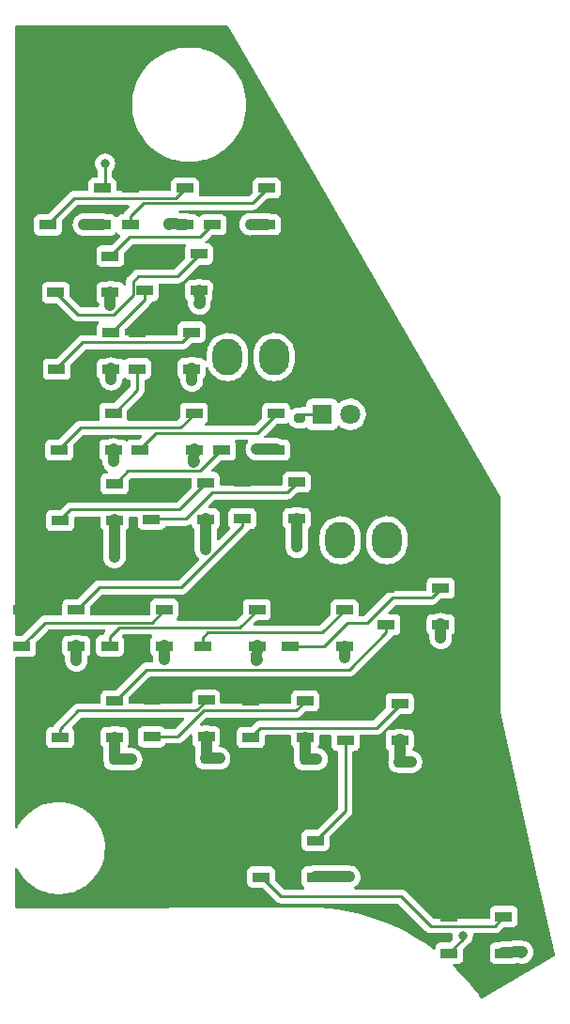
<source format=gbr>
%TF.GenerationSoftware,KiCad,Pcbnew,(6.0.9)*%
%TF.CreationDate,2022-12-26T19:48:23-09:00*%
%TF.ProjectId,PCB_ LDG WING FOLD PLACARD,5043422c-204c-4444-9720-57494e472046,rev?*%
%TF.SameCoordinates,Original*%
%TF.FileFunction,Copper,L1,Top*%
%TF.FilePolarity,Positive*%
%FSLAX46Y46*%
G04 Gerber Fmt 4.6, Leading zero omitted, Abs format (unit mm)*
G04 Created by KiCad (PCBNEW (6.0.9)) date 2022-12-26 19:48:23*
%MOMM*%
%LPD*%
G01*
G04 APERTURE LIST*
G04 Aperture macros list*
%AMRoundRect*
0 Rectangle with rounded corners*
0 $1 Rounding radius*
0 $2 $3 $4 $5 $6 $7 $8 $9 X,Y pos of 4 corners*
0 Add a 4 corners polygon primitive as box body*
4,1,4,$2,$3,$4,$5,$6,$7,$8,$9,$2,$3,0*
0 Add four circle primitives for the rounded corners*
1,1,$1+$1,$2,$3*
1,1,$1+$1,$4,$5*
1,1,$1+$1,$6,$7*
1,1,$1+$1,$8,$9*
0 Add four rect primitives between the rounded corners*
20,1,$1+$1,$2,$3,$4,$5,0*
20,1,$1+$1,$4,$5,$6,$7,0*
20,1,$1+$1,$6,$7,$8,$9,0*
20,1,$1+$1,$8,$9,$2,$3,0*%
G04 Aperture macros list end*
%TA.AperFunction,SMDPad,CuDef*%
%ADD10RoundRect,0.200000X0.275000X-0.200000X0.275000X0.200000X-0.275000X0.200000X-0.275000X-0.200000X0*%
%TD*%
%TA.AperFunction,ComponentPad*%
%ADD11RoundRect,0.250001X1.099999X1.399999X-1.099999X1.399999X-1.099999X-1.399999X1.099999X-1.399999X0*%
%TD*%
%TA.AperFunction,ComponentPad*%
%ADD12O,2.700000X3.300000*%
%TD*%
%TA.AperFunction,SMDPad,CuDef*%
%ADD13R,1.500000X0.900000*%
%TD*%
%TA.AperFunction,ComponentPad*%
%ADD14R,1.800000X1.800000*%
%TD*%
%TA.AperFunction,ComponentPad*%
%ADD15C,1.800000*%
%TD*%
%TA.AperFunction,SMDPad,CuDef*%
%ADD16RoundRect,0.225000X-0.225000X-0.250000X0.225000X-0.250000X0.225000X0.250000X-0.225000X0.250000X0*%
%TD*%
%TA.AperFunction,SMDPad,CuDef*%
%ADD17RoundRect,0.225000X-0.250000X0.225000X-0.250000X-0.225000X0.250000X-0.225000X0.250000X0.225000X0*%
%TD*%
%TA.AperFunction,ViaPad*%
%ADD18C,1.000000*%
%TD*%
%TA.AperFunction,ViaPad*%
%ADD19C,0.800000*%
%TD*%
%TA.AperFunction,Conductor*%
%ADD20C,1.000000*%
%TD*%
%TA.AperFunction,Conductor*%
%ADD21C,0.250000*%
%TD*%
G04 APERTURE END LIST*
D10*
%TO.P,R1,1*%
%TO.N,Net-(D1-Pad1)*%
X174030000Y-57232500D03*
%TO.P,R1,2*%
%TO.N,/LED+5V*%
X174030000Y-55582500D03*
%TD*%
D11*
%TO.P,J2,1,Pin_1*%
%TO.N,/LED+5V*%
X181864000Y-62738000D03*
D12*
%TO.P,J2,2,Pin_2*%
X177664000Y-62738000D03*
%TO.P,J2,3,Pin_3*%
%TO.N,/LEDGND*%
X181864000Y-68238000D03*
%TO.P,J2,4,Pin_4*%
%TO.N,/DATAOUT*%
X177664000Y-68238000D03*
%TD*%
D11*
%TO.P,J1,1,Pin_1*%
%TO.N,/LED+5V*%
X171704000Y-46228000D03*
D12*
%TO.P,J1,2,Pin_2*%
X167504000Y-46228000D03*
%TO.P,J1,3,Pin_3*%
%TO.N,/LEDGND*%
X171704000Y-51728000D03*
%TO.P,J1,4,Pin_4*%
%TO.N,/DATAIN*%
X167504000Y-51728000D03*
%TD*%
D13*
%TO.P,D25,1,VDD*%
%TO.N,/LED+5V*%
X187500000Y-102150000D03*
%TO.P,D25,2,DOUT*%
%TO.N,/DATAOUT*%
X187500000Y-105450000D03*
%TO.P,D25,3,VSS*%
%TO.N,/LEDGND*%
X192400000Y-105450000D03*
%TO.P,D25,4,DIN*%
%TO.N,Net-(D24-Pad2)*%
X192400000Y-102150000D03*
%TD*%
%TO.P,D24,1,VDD*%
%TO.N,/LED+5V*%
X170525000Y-95300000D03*
%TO.P,D24,2,DOUT*%
%TO.N,Net-(D24-Pad2)*%
X170525000Y-98600000D03*
%TO.P,D24,3,VSS*%
%TO.N,/LEDGND*%
X175425000Y-98600000D03*
%TO.P,D24,4,DIN*%
%TO.N,Net-(D23-Pad2)*%
X175425000Y-95300000D03*
%TD*%
%TO.P,D23,1,VDD*%
%TO.N,/LED+5V*%
X178125000Y-82975000D03*
%TO.P,D23,2,DOUT*%
%TO.N,Net-(D23-Pad2)*%
X178125000Y-86275000D03*
%TO.P,D23,3,VSS*%
%TO.N,/LEDGND*%
X183025000Y-86275000D03*
%TO.P,D23,4,DIN*%
%TO.N,Net-(D22-Pad2)*%
X183025000Y-82975000D03*
%TD*%
%TO.P,D22,1,VDD*%
%TO.N,/LED+5V*%
X169600000Y-82725000D03*
%TO.P,D22,2,DOUT*%
%TO.N,Net-(D22-Pad2)*%
X169600000Y-86025000D03*
%TO.P,D22,3,VSS*%
%TO.N,/LEDGND*%
X174500000Y-86025000D03*
%TO.P,D22,4,DIN*%
%TO.N,Net-(D21-Pad2)*%
X174500000Y-82725000D03*
%TD*%
%TO.P,D21,1,VDD*%
%TO.N,/LED+5V*%
X160675000Y-82650000D03*
%TO.P,D21,2,DOUT*%
%TO.N,Net-(D21-Pad2)*%
X160675000Y-85950000D03*
%TO.P,D21,3,VSS*%
%TO.N,/LEDGND*%
X165575000Y-85950000D03*
%TO.P,D21,4,DIN*%
%TO.N,Net-(D20-Pad2)*%
X165575000Y-82650000D03*
%TD*%
%TO.P,D20,1,VDD*%
%TO.N,/LED+5V*%
X152425000Y-82725000D03*
%TO.P,D20,2,DOUT*%
%TO.N,Net-(D20-Pad2)*%
X152425000Y-86025000D03*
%TO.P,D20,3,VSS*%
%TO.N,/LEDGND*%
X157325000Y-86025000D03*
%TO.P,D20,4,DIN*%
%TO.N,Net-(D19-Pad2)*%
X157325000Y-82725000D03*
%TD*%
%TO.P,D19,1,VDD*%
%TO.N,/LED+5V*%
X181825000Y-72550000D03*
%TO.P,D19,2,DOUT*%
%TO.N,Net-(D19-Pad2)*%
X181825000Y-75850000D03*
%TO.P,D19,3,VSS*%
%TO.N,/LEDGND*%
X186725000Y-75850000D03*
%TO.P,D19,4,DIN*%
%TO.N,Net-(D18-Pad2)*%
X186725000Y-72550000D03*
%TD*%
%TO.P,D18,1,VDD*%
%TO.N,/LED+5V*%
X173150000Y-74525000D03*
%TO.P,D18,2,DOUT*%
%TO.N,Net-(D18-Pad2)*%
X173150000Y-77825000D03*
%TO.P,D18,3,VSS*%
%TO.N,/LEDGND*%
X178050000Y-77825000D03*
%TO.P,D18,4,DIN*%
%TO.N,Net-(D17-Pad2)*%
X178050000Y-74525000D03*
%TD*%
%TO.P,D17,1,VDD*%
%TO.N,/LED+5V*%
X165250000Y-74500000D03*
%TO.P,D17,2,DOUT*%
%TO.N,Net-(D17-Pad2)*%
X165250000Y-77800000D03*
%TO.P,D17,3,VSS*%
%TO.N,/LEDGND*%
X170150000Y-77800000D03*
%TO.P,D17,4,DIN*%
%TO.N,Net-(D16-Pad2)*%
X170150000Y-74500000D03*
%TD*%
%TO.P,D16,1,VDD*%
%TO.N,/LED+5V*%
X156900000Y-74475000D03*
%TO.P,D16,2,DOUT*%
%TO.N,Net-(D16-Pad2)*%
X156900000Y-77775000D03*
%TO.P,D16,3,VSS*%
%TO.N,/LEDGND*%
X161800000Y-77775000D03*
%TO.P,D16,4,DIN*%
%TO.N,Net-(D15-Pad2)*%
X161800000Y-74475000D03*
%TD*%
%TO.P,D15,1,VDD*%
%TO.N,/LED+5V*%
X148975000Y-74500000D03*
%TO.P,D15,2,DOUT*%
%TO.N,Net-(D15-Pad2)*%
X148975000Y-77800000D03*
%TO.P,D15,3,VSS*%
%TO.N,/LEDGND*%
X153875000Y-77800000D03*
%TO.P,D15,4,DIN*%
%TO.N,Net-(D14-Pad2)*%
X153875000Y-74500000D03*
%TD*%
%TO.P,D14,1,VDD*%
%TO.N,/LED+5V*%
X168850000Y-63000000D03*
%TO.P,D14,2,DOUT*%
%TO.N,Net-(D14-Pad2)*%
X168850000Y-66300000D03*
%TO.P,D14,3,VSS*%
%TO.N,/LEDGND*%
X173750000Y-66300000D03*
%TO.P,D14,4,DIN*%
%TO.N,Net-(D13-Pad2)*%
X173750000Y-63000000D03*
%TD*%
%TO.P,D13,1,VDD*%
%TO.N,/LED+5V*%
X160650000Y-63050000D03*
%TO.P,D13,2,DOUT*%
%TO.N,Net-(D13-Pad2)*%
X160650000Y-66350000D03*
%TO.P,D13,3,VSS*%
%TO.N,/LEDGND*%
X165550000Y-66350000D03*
%TO.P,D13,4,DIN*%
%TO.N,Net-(D12-Pad2)*%
X165550000Y-63050000D03*
%TD*%
%TO.P,D12,1,VDD*%
%TO.N,/LED+5V*%
X152425000Y-63150000D03*
%TO.P,D12,2,DOUT*%
%TO.N,Net-(D12-Pad2)*%
X152425000Y-66450000D03*
%TO.P,D12,3,VSS*%
%TO.N,/LEDGND*%
X157325000Y-66450000D03*
%TO.P,D12,4,DIN*%
%TO.N,Net-(D11-Pad2)*%
X157325000Y-63150000D03*
%TD*%
%TO.P,D11,1,VDD*%
%TO.N,/LED+5V*%
X167000000Y-56800000D03*
%TO.P,D11,2,DOUT*%
%TO.N,Net-(D11-Pad2)*%
X167000000Y-60100000D03*
%TO.P,D11,3,VSS*%
%TO.N,/LEDGND*%
X171900000Y-60100000D03*
%TO.P,D11,4,DIN*%
%TO.N,Net-(D10-Pad2)*%
X171900000Y-56800000D03*
%TD*%
%TO.P,D10,1,VDD*%
%TO.N,/LED+5V*%
X159575000Y-56800000D03*
%TO.P,D10,2,DOUT*%
%TO.N,Net-(D10-Pad2)*%
X159575000Y-60100000D03*
%TO.P,D10,3,VSS*%
%TO.N,/LEDGND*%
X164475000Y-60100000D03*
%TO.P,D10,4,DIN*%
%TO.N,Net-(D10-Pad4)*%
X164475000Y-56800000D03*
%TD*%
%TO.P,D9,1,VDD*%
%TO.N,/LED+5V*%
X152300000Y-56800000D03*
%TO.P,D9,2,DOUT*%
%TO.N,Net-(D10-Pad4)*%
X152300000Y-60100000D03*
%TO.P,D9,3,VSS*%
%TO.N,/LEDGND*%
X157200000Y-60100000D03*
%TO.P,D9,4,DIN*%
%TO.N,Net-(D8-Pad2)*%
X157200000Y-56800000D03*
%TD*%
%TO.P,D8,1,VDD*%
%TO.N,/LED+5V*%
X159375000Y-49500000D03*
%TO.P,D8,2,DOUT*%
%TO.N,Net-(D8-Pad2)*%
X159375000Y-52800000D03*
%TO.P,D8,3,VSS*%
%TO.N,/LEDGND*%
X164275000Y-52800000D03*
%TO.P,D8,4,DIN*%
%TO.N,Net-(D7-Pad2)*%
X164275000Y-49500000D03*
%TD*%
%TO.P,D7,1,VDD*%
%TO.N,/LED+5V*%
X152100000Y-49525000D03*
%TO.P,D7,2,DOUT*%
%TO.N,Net-(D7-Pad2)*%
X152100000Y-52825000D03*
%TO.P,D7,3,VSS*%
%TO.N,/LEDGND*%
X157000000Y-52825000D03*
%TO.P,D7,4,DIN*%
%TO.N,Net-(D6-Pad2)*%
X157000000Y-49525000D03*
%TD*%
%TO.P,D6,1,VDD*%
%TO.N,/LED+5V*%
X160050000Y-42450000D03*
%TO.P,D6,2,DOUT*%
%TO.N,Net-(D6-Pad2)*%
X160050000Y-45750000D03*
%TO.P,D6,3,VSS*%
%TO.N,/LEDGND*%
X164950000Y-45750000D03*
%TO.P,D6,4,DIN*%
%TO.N,Net-(D5-Pad2)*%
X164950000Y-42450000D03*
%TD*%
%TO.P,D5,1,VDD*%
%TO.N,/LED+5V*%
X152025000Y-42625000D03*
%TO.P,D5,2,DOUT*%
%TO.N,Net-(D5-Pad2)*%
X152025000Y-45925000D03*
%TO.P,D5,3,VSS*%
%TO.N,/LEDGND*%
X156925000Y-45925000D03*
%TO.P,D5,4,DIN*%
%TO.N,Net-(D4-Pad2)*%
X156925000Y-42625000D03*
%TD*%
%TO.P,D4,1,VDD*%
%TO.N,/LED+5V*%
X166150000Y-36500000D03*
%TO.P,D4,2,DOUT*%
%TO.N,Net-(D4-Pad2)*%
X166150000Y-39800000D03*
%TO.P,D4,3,VSS*%
%TO.N,/LEDGND*%
X171050000Y-39800000D03*
%TO.P,D4,4,DIN*%
%TO.N,Net-(D3-Pad2)*%
X171050000Y-36500000D03*
%TD*%
%TO.P,D3,1,VDD*%
%TO.N,/LED+5V*%
X158750000Y-36500000D03*
%TO.P,D3,2,DOUT*%
%TO.N,Net-(D3-Pad2)*%
X158750000Y-39800000D03*
%TO.P,D3,3,VSS*%
%TO.N,/LEDGND*%
X163650000Y-39800000D03*
%TO.P,D3,4,DIN*%
%TO.N,Net-(D2-Pad2)*%
X163650000Y-36500000D03*
%TD*%
%TO.P,D2,1,VDD*%
%TO.N,/LED+5V*%
X151300000Y-36525000D03*
%TO.P,D2,2,DOUT*%
%TO.N,Net-(D2-Pad2)*%
X151300000Y-39825000D03*
%TO.P,D2,3,VSS*%
%TO.N,/LEDGND*%
X156200000Y-39825000D03*
%TO.P,D2,4,DIN*%
%TO.N,/DATAIN*%
X156200000Y-36525000D03*
%TD*%
D14*
%TO.P,D1,1,K*%
%TO.N,Net-(D1-Pad1)*%
X176022000Y-56896000D03*
D15*
%TO.P,D1,2,A*%
%TO.N,/LEDGND*%
X178562000Y-56896000D03*
%TD*%
D16*
%TO.P,C9,1*%
%TO.N,/LED+5V*%
X181447500Y-88200000D03*
%TO.P,C9,2*%
%TO.N,/LEDGND*%
X182997500Y-88200000D03*
%TD*%
D17*
%TO.P,C8,1*%
%TO.N,/LED+5V*%
X177300000Y-97015000D03*
%TO.P,C8,2*%
%TO.N,/LEDGND*%
X177300000Y-98565000D03*
%TD*%
D16*
%TO.P,C7,1*%
%TO.N,/LED+5V*%
X172927500Y-87960000D03*
%TO.P,C7,2*%
%TO.N,/LEDGND*%
X174477500Y-87960000D03*
%TD*%
%TO.P,C6,1*%
%TO.N,/LED+5V*%
X164007500Y-87880000D03*
%TO.P,C6,2*%
%TO.N,/LEDGND*%
X165557500Y-87880000D03*
%TD*%
%TO.P,C5,1*%
%TO.N,/LED+5V*%
X172207500Y-68050000D03*
%TO.P,C5,2*%
%TO.N,/LEDGND*%
X173757500Y-68050000D03*
%TD*%
%TO.P,C4,1*%
%TO.N,/LED+5V*%
X163997500Y-68190000D03*
%TO.P,C4,2*%
%TO.N,/LEDGND*%
X165547500Y-68190000D03*
%TD*%
%TO.P,C3,1*%
%TO.N,/LED+5V*%
X155762500Y-68450000D03*
%TO.P,C3,2*%
%TO.N,/LEDGND*%
X157312500Y-68450000D03*
%TD*%
%TO.P,C2,1*%
%TO.N,/LED+5V*%
X155762500Y-88000000D03*
%TO.P,C2,2*%
%TO.N,/LEDGND*%
X157312500Y-88000000D03*
%TD*%
D18*
%TO.N,/LEDGND*%
X157020000Y-53730000D03*
X164280000Y-53830000D03*
X164460000Y-61180000D03*
X157210000Y-61110000D03*
X154545000Y-39775000D03*
X162190000Y-39730000D03*
X170140000Y-60020000D03*
X153870000Y-79060000D03*
X157300000Y-69750000D03*
X161800000Y-78960000D03*
X158800000Y-87980000D03*
X178050000Y-78820000D03*
X186725000Y-77045000D03*
X170110000Y-79060000D03*
X165550000Y-69050000D03*
X164980000Y-46910000D03*
X184050000Y-88200000D03*
X169570000Y-39750000D03*
X173760000Y-68850000D03*
X194070000Y-105350000D03*
X156930000Y-47050000D03*
X178480000Y-98580000D03*
X166760000Y-87900000D03*
X175540000Y-87960000D03*
D19*
%TO.N,/DATAIN*%
X156464000Y-34290000D03*
%TO.N,/DATAOUT*%
X188722000Y-103886000D03*
%TD*%
D20*
%TO.N,/LEDGND*%
X157300000Y-69750000D02*
X157325000Y-69700000D01*
X165550000Y-69050000D02*
X165550000Y-69050000D01*
X173760000Y-68850000D02*
X173750000Y-68840000D01*
X158800000Y-87980000D02*
X158810000Y-88000000D01*
X178480000Y-98580000D02*
X178477500Y-98577500D01*
X166760000Y-87900000D02*
X166740000Y-87880000D01*
X175540000Y-87960000D02*
X175540000Y-87960000D01*
X184050000Y-88200000D02*
X184050000Y-88200000D01*
X154545000Y-39775000D02*
X154545000Y-39775000D01*
X162190000Y-39730000D02*
X162210000Y-39750000D01*
X169570000Y-39750000D02*
X169570000Y-39750000D01*
X156930000Y-47050000D02*
X156925000Y-47045000D01*
X164980000Y-46910000D02*
X164950000Y-46880000D01*
X157020000Y-53730000D02*
X157000000Y-53710000D01*
X164280000Y-53830000D02*
X164275000Y-53825000D01*
X157210000Y-61110000D02*
X157200000Y-61100000D01*
X164460000Y-61180000D02*
X164475000Y-61165000D01*
X153870000Y-79060000D02*
X153875000Y-79055000D01*
X161800000Y-78960000D02*
X161800000Y-78960000D01*
X170110000Y-79060000D02*
X170150000Y-79020000D01*
X178050000Y-78820000D02*
X178050000Y-78850000D01*
X186725000Y-77045000D02*
X186725000Y-77045000D01*
X194070000Y-105350000D02*
X194010000Y-105400000D01*
X170140000Y-60020000D02*
X170170000Y-60050000D01*
X175425000Y-98550000D02*
X177272500Y-98550000D01*
X174500000Y-87950000D02*
X174490000Y-87960000D01*
X183025000Y-88185000D02*
X183010000Y-88200000D01*
X171050000Y-39750000D02*
X169570000Y-39750000D01*
X157200000Y-60050000D02*
X157210000Y-61110000D01*
X178050000Y-77775000D02*
X178050000Y-78820000D01*
X157325000Y-68450000D02*
X157300000Y-69750000D01*
X192400000Y-105400000D02*
X194070000Y-105350000D01*
X183025000Y-86225000D02*
X183025000Y-88185000D01*
X157000000Y-52775000D02*
X157020000Y-53730000D01*
X157325000Y-85975000D02*
X157325000Y-88000000D01*
X171900000Y-60050000D02*
X170140000Y-60020000D01*
X156925000Y-45875000D02*
X156930000Y-47050000D01*
X177272500Y-98550000D02*
X177300000Y-98577500D01*
X164950000Y-45700000D02*
X164980000Y-46910000D01*
X165570000Y-87880000D02*
X166760000Y-87900000D01*
X153875000Y-77750000D02*
X153870000Y-79060000D01*
X177300000Y-98577500D02*
X178480000Y-98580000D01*
X173750000Y-66250000D02*
X173760000Y-68850000D01*
X186725000Y-75800000D02*
X186725000Y-77045000D01*
X161800000Y-77725000D02*
X161800000Y-78960000D01*
X174500000Y-85975000D02*
X174500000Y-87950000D01*
X165575000Y-87875000D02*
X165570000Y-87880000D01*
X165575000Y-85900000D02*
X165575000Y-87875000D01*
X157325000Y-88000000D02*
X158800000Y-87980000D01*
X170150000Y-77750000D02*
X170110000Y-79060000D01*
X183010000Y-88200000D02*
X184050000Y-88200000D01*
X157325000Y-68450000D02*
X157325000Y-66400000D01*
X165550000Y-66300000D02*
X165550000Y-69050000D01*
X163650000Y-39750000D02*
X162190000Y-39730000D01*
X156200000Y-39775000D02*
X154545000Y-39775000D01*
X164475000Y-60050000D02*
X164460000Y-61180000D01*
X164275000Y-52750000D02*
X164280000Y-53830000D01*
X174490000Y-87960000D02*
X175540000Y-87960000D01*
D21*
%TO.N,Net-(D1-Pad1)*%
X176210000Y-56870000D02*
X174355000Y-56870000D01*
X174355000Y-56870000D02*
X174030000Y-57195000D01*
%TO.N,Net-(D2-Pad2)*%
X153674999Y-37400001D02*
X162799999Y-37400001D01*
X151300000Y-39775000D02*
X153674999Y-37400001D01*
X162799999Y-37400001D02*
X163650000Y-36550000D01*
%TO.N,/DATAIN*%
X156464000Y-36311000D02*
X156200000Y-36575000D01*
X156464000Y-34290000D02*
X156464000Y-36311000D01*
%TO.N,Net-(D3-Pad2)*%
X158750000Y-39750000D02*
X158750000Y-39000000D01*
X158750000Y-39000000D02*
X159899989Y-37850011D01*
X169749989Y-37850011D02*
X171050000Y-36550000D01*
X159899989Y-37850011D02*
X169749989Y-37850011D01*
%TO.N,Net-(D4-Pad2)*%
X158706000Y-40894000D02*
X165006000Y-40894000D01*
X165006000Y-40894000D02*
X166150000Y-39750000D01*
X156925000Y-42675000D02*
X158706000Y-40894000D01*
%TO.N,Net-(D5-Pad2)*%
X152025000Y-45875000D02*
X154025009Y-47875009D01*
X154025009Y-47875009D02*
X157271731Y-47875009D01*
X158974999Y-46171741D02*
X158974999Y-44939999D01*
X157271731Y-47875009D02*
X158974999Y-46171741D01*
X159464998Y-44450000D02*
X163000000Y-44450000D01*
X163000000Y-44450000D02*
X164950000Y-42500000D01*
X158974999Y-44939999D02*
X159464998Y-44450000D01*
%TO.N,Net-(D6-Pad2)*%
X160050000Y-46525000D02*
X157000000Y-49575000D01*
X160050000Y-45700000D02*
X160050000Y-46525000D01*
%TO.N,Net-(D7-Pad2)*%
X164275000Y-49550000D02*
X163424999Y-50400001D01*
X154474999Y-50400001D02*
X152100000Y-52775000D01*
X163424999Y-50400001D02*
X154474999Y-50400001D01*
%TO.N,Net-(D8-Pad2)*%
X159375000Y-54675000D02*
X157200000Y-56850000D01*
X159375000Y-52750000D02*
X159375000Y-54675000D01*
%TO.N,Net-(D10-Pad4)*%
X154240000Y-58110000D02*
X152300000Y-60050000D01*
X164475000Y-56850000D02*
X163215000Y-58110000D01*
X163215000Y-58110000D02*
X154240000Y-58110000D01*
%TO.N,Net-(D10-Pad2)*%
X161064990Y-58560010D02*
X159575000Y-60050000D01*
X171900000Y-56850000D02*
X170189990Y-58560010D01*
X170189990Y-58560010D02*
X161064990Y-58560010D01*
%TO.N,Net-(D11-Pad2)*%
X158519991Y-62005009D02*
X157325000Y-63200000D01*
X165044991Y-62005009D02*
X158519991Y-62005009D01*
X167000000Y-60050000D02*
X165044991Y-62005009D01*
%TO.N,/DATAOUT*%
X188722000Y-104178000D02*
X187500000Y-105400000D01*
X188722000Y-103886000D02*
X188722000Y-104178000D01*
%TO.N,Net-(D12-Pad2)*%
X152425000Y-66400000D02*
X153350001Y-65474999D01*
X153350001Y-65474999D02*
X163175001Y-65474999D01*
X163175001Y-65474999D02*
X165550000Y-63100000D01*
%TO.N,Net-(D13-Pad2)*%
X160650000Y-66300000D02*
X163714998Y-66300000D01*
X166089997Y-63925001D02*
X172874999Y-63925001D01*
X163714998Y-66300000D02*
X166089997Y-63925001D01*
X172874999Y-63925001D02*
X173750000Y-63050000D01*
%TO.N,Net-(D14-Pad2)*%
X168850000Y-67000000D02*
X168850000Y-66250000D01*
X155935000Y-72490000D02*
X163360000Y-72490000D01*
X163360000Y-72490000D02*
X168850000Y-67000000D01*
X153875000Y-74550000D02*
X155935000Y-72490000D01*
%TO.N,Net-(D15-Pad2)*%
X149825001Y-76894999D02*
X151060000Y-75660000D01*
X148975000Y-77750000D02*
X149825001Y-76899999D01*
X151060000Y-75660000D02*
X160665000Y-75660000D01*
X160665000Y-75660000D02*
X161800000Y-74525000D01*
X149825001Y-76899999D02*
X149825001Y-76894999D01*
%TO.N,Net-(D16-Pad2)*%
X156900000Y-77725000D02*
X156900000Y-76975000D01*
X168589990Y-76110010D02*
X170150000Y-74550000D01*
X157764990Y-76110010D02*
X168589990Y-76110010D01*
X156900000Y-76975000D02*
X157764990Y-76110010D01*
%TO.N,Net-(D17-Pad2)*%
X176064980Y-76560020D02*
X178050000Y-74575000D01*
X165250000Y-77000000D02*
X165689980Y-76560020D01*
X165689980Y-76560020D02*
X176064980Y-76560020D01*
X165250000Y-77750000D02*
X165250000Y-77000000D01*
%TO.N,Net-(D18-Pad2)*%
X173150000Y-77775000D02*
X176214998Y-77775000D01*
X180089998Y-75700000D02*
X182364997Y-73425001D01*
X185899999Y-73425001D02*
X186725000Y-72600000D01*
X176214998Y-77775000D02*
X178289998Y-75700000D01*
X182364997Y-73425001D02*
X185899999Y-73425001D01*
X178289998Y-75700000D02*
X180089998Y-75700000D01*
%TO.N,Net-(D19-Pad2)*%
X181825000Y-76550000D02*
X178489999Y-79885001D01*
X160214999Y-79885001D02*
X157325000Y-82775000D01*
X178489999Y-79885001D02*
X160214999Y-79885001D01*
X181825000Y-75800000D02*
X181825000Y-76550000D01*
%TO.N,Net-(D20-Pad2)*%
X152425000Y-85975000D02*
X152425000Y-85225000D01*
X154049999Y-83600001D02*
X164674999Y-83600001D01*
X152425000Y-85225000D02*
X154049999Y-83600001D01*
X164674999Y-83600001D02*
X165575000Y-82700000D01*
%TO.N,Net-(D21-Pad2)*%
X173674999Y-83600001D02*
X174500000Y-82775000D01*
X160675000Y-85900000D02*
X163030000Y-85900000D01*
X165329999Y-83600001D02*
X173674999Y-83600001D01*
X163030000Y-85900000D02*
X165329999Y-83600001D01*
%TO.N,Net-(D22-Pad2)*%
X180900001Y-85149999D02*
X183025000Y-83025000D01*
X169600000Y-85975000D02*
X170425001Y-85149999D01*
X170425001Y-85149999D02*
X180900001Y-85149999D01*
%TO.N,Net-(D23-Pad2)*%
X178125000Y-92650000D02*
X175425000Y-95350000D01*
X178125000Y-86225000D02*
X178125000Y-92650000D01*
%TO.N,Net-(D24-Pad2)*%
X183134000Y-100330000D02*
X185829001Y-103025001D01*
X172305000Y-100330000D02*
X183134000Y-100330000D01*
X170525000Y-98550000D02*
X172305000Y-100330000D01*
X185829001Y-103025001D02*
X191574999Y-103025001D01*
X191574999Y-103025001D02*
X192400000Y-102200000D01*
%TD*%
%TA.AperFunction,Conductor*%
%TO.N,/LED+5V*%
G36*
X167551265Y-21893049D02*
G01*
X167592263Y-21936047D01*
X175478979Y-35596233D01*
X192081037Y-64351828D01*
X192089105Y-64365803D01*
X192105986Y-64428803D01*
X192105986Y-83524691D01*
X192104574Y-83537558D01*
X192104893Y-83537582D01*
X192104208Y-83546525D01*
X192102259Y-83555292D01*
X192102849Y-83564251D01*
X192105714Y-83607752D01*
X192105986Y-83616032D01*
X192105986Y-83631051D01*
X192106621Y-83635488D01*
X192106622Y-83635498D01*
X192107641Y-83642613D01*
X192108640Y-83652185D01*
X192109614Y-83666968D01*
X192110679Y-83671723D01*
X192112745Y-83680953D01*
X192114517Y-83690618D01*
X192121406Y-83738725D01*
X192125119Y-83746891D01*
X192126384Y-83751217D01*
X192132674Y-83769972D01*
X195450387Y-98589913D01*
X197014630Y-105577252D01*
X197009992Y-105648097D01*
X196967790Y-105705188D01*
X196955398Y-105713475D01*
X190559027Y-109463071D01*
X190497078Y-109499386D01*
X190428195Y-109516580D01*
X190360951Y-109493804D01*
X190330224Y-109463071D01*
X190186255Y-109257947D01*
X190186252Y-109257943D01*
X190185473Y-109256833D01*
X189669107Y-108584996D01*
X189124133Y-107936149D01*
X188678509Y-107449991D01*
X188552501Y-107312522D01*
X188552494Y-107312515D01*
X188551574Y-107311511D01*
X188550628Y-107310564D01*
X188550612Y-107310548D01*
X188147335Y-106907146D01*
X187952502Y-106712252D01*
X187859943Y-106627357D01*
X187823261Y-106566571D01*
X187825265Y-106495602D01*
X187865320Y-106436984D01*
X187930708Y-106409326D01*
X187945111Y-106408500D01*
X188298134Y-106408500D01*
X188360316Y-106401745D01*
X188496705Y-106350615D01*
X188613261Y-106263261D01*
X188700615Y-106146705D01*
X188751745Y-106010316D01*
X188758500Y-105948134D01*
X191141500Y-105948134D01*
X191148255Y-106010316D01*
X191199385Y-106146705D01*
X191286739Y-106263261D01*
X191403295Y-106350615D01*
X191539684Y-106401745D01*
X191601866Y-106408500D01*
X192353063Y-106408500D01*
X192363355Y-106408921D01*
X192373434Y-106409747D01*
X192376947Y-106409642D01*
X192376954Y-106409642D01*
X192413214Y-106408556D01*
X192416985Y-106408500D01*
X193198134Y-106408500D01*
X193205517Y-106407698D01*
X193252466Y-106402598D01*
X193252468Y-106402598D01*
X193260316Y-106401745D01*
X193267711Y-106398973D01*
X193267714Y-106398972D01*
X193294526Y-106388921D01*
X193334983Y-106380959D01*
X193546713Y-106374619D01*
X193701447Y-106369986D01*
X193730106Y-106372413D01*
X193907690Y-106408202D01*
X193913858Y-106408223D01*
X193995394Y-106408500D01*
X194105466Y-106408874D01*
X194111512Y-106407698D01*
X194111514Y-106407698D01*
X194208060Y-106388921D01*
X194299605Y-106371117D01*
X194482714Y-106296371D01*
X194612012Y-106211096D01*
X194639484Y-106188203D01*
X194647294Y-106182198D01*
X194650456Y-106179958D01*
X194655805Y-106176905D01*
X194708741Y-106131025D01*
X194713670Y-106126969D01*
X194716946Y-106124410D01*
X194768847Y-106083861D01*
X194772873Y-106079196D01*
X194772878Y-106079192D01*
X194779775Y-106071202D01*
X194792628Y-106058323D01*
X194800607Y-106051407D01*
X194800609Y-106051405D01*
X194805261Y-106047373D01*
X194825158Y-106021801D01*
X194834863Y-106010731D01*
X194857605Y-105987664D01*
X194871622Y-105966401D01*
X194881432Y-105953429D01*
X194898078Y-105934145D01*
X194901122Y-105928787D01*
X194906338Y-105919606D01*
X194916447Y-105904473D01*
X194922922Y-105896151D01*
X194922926Y-105896145D01*
X194926712Y-105891279D01*
X194941260Y-105862333D01*
X194948632Y-105849586D01*
X194966462Y-105822540D01*
X194971510Y-105810166D01*
X194976082Y-105798961D01*
X194983190Y-105784321D01*
X194992723Y-105767541D01*
X194992724Y-105767540D01*
X194995769Y-105762179D01*
X195001045Y-105746319D01*
X195008023Y-105729507D01*
X195012762Y-105720078D01*
X195012763Y-105720074D01*
X195015531Y-105714568D01*
X195024177Y-105683362D01*
X195028938Y-105669409D01*
X195038843Y-105645131D01*
X195038846Y-105645120D01*
X195041173Y-105639417D01*
X195046029Y-105614419D01*
X195050159Y-105598675D01*
X195056251Y-105580364D01*
X195056252Y-105580360D01*
X195058197Y-105574513D01*
X195060293Y-105557924D01*
X195063872Y-105540082D01*
X195066691Y-105529904D01*
X195066691Y-105529902D01*
X195068335Y-105523969D01*
X195070755Y-105491670D01*
X195072716Y-105477059D01*
X195077716Y-105451321D01*
X195077716Y-105451316D01*
X195078891Y-105445270D01*
X195078799Y-105419807D01*
X195079791Y-105403572D01*
X195082985Y-105378295D01*
X195083380Y-105350000D01*
X195083038Y-105346511D01*
X195082890Y-105342981D01*
X195083234Y-105342967D01*
X195083189Y-105339040D01*
X195082794Y-105339049D01*
X195082653Y-105332890D01*
X195083113Y-105326745D01*
X195079214Y-105294591D01*
X195078298Y-105279871D01*
X195078204Y-105253658D01*
X195078182Y-105247494D01*
X195070004Y-105206954D01*
X195068117Y-105194335D01*
X195064682Y-105159300D01*
X195064681Y-105159294D01*
X195064080Y-105153167D01*
X195062299Y-105147268D01*
X195061240Y-105141921D01*
X195060044Y-105136532D01*
X195059301Y-105130407D01*
X195049231Y-105099625D01*
X195045478Y-105085376D01*
X195040291Y-105059667D01*
X195040289Y-105059661D01*
X195039071Y-105053623D01*
X195036703Y-105047937D01*
X195036702Y-105047932D01*
X195023174Y-105015441D01*
X195018872Y-105003430D01*
X195008697Y-104969730D01*
X195006916Y-104963831D01*
X195004020Y-104958385D01*
X195001907Y-104953258D01*
X194999724Y-104948289D01*
X194997808Y-104942432D01*
X194981946Y-104914185D01*
X194975493Y-104900930D01*
X194965417Y-104876729D01*
X194965416Y-104876727D01*
X194963048Y-104871040D01*
X194959620Y-104865921D01*
X194959615Y-104865911D01*
X194940040Y-104836677D01*
X194933485Y-104825727D01*
X194916956Y-104794640D01*
X194914066Y-104789204D01*
X194910171Y-104784428D01*
X194907156Y-104779890D01*
X194903993Y-104775358D01*
X194900974Y-104769982D01*
X194896975Y-104765302D01*
X194896970Y-104765295D01*
X194879931Y-104745355D01*
X194871026Y-104733606D01*
X194856439Y-104711822D01*
X194853010Y-104706701D01*
X194823762Y-104677459D01*
X194815205Y-104667989D01*
X194792962Y-104640716D01*
X194792961Y-104640715D01*
X194789065Y-104635938D01*
X194784319Y-104632011D01*
X194780451Y-104628116D01*
X194776490Y-104624306D01*
X194772489Y-104619625D01*
X194747064Y-104599556D01*
X194736045Y-104589759D01*
X194717506Y-104571224D01*
X194713147Y-104566866D01*
X194708027Y-104563439D01*
X194708022Y-104563435D01*
X194678781Y-104543864D01*
X194668550Y-104536239D01*
X194641421Y-104513796D01*
X194641419Y-104513795D01*
X194636675Y-104509870D01*
X194631259Y-104506941D01*
X194626726Y-104503884D01*
X194622082Y-104500904D01*
X194617246Y-104497087D01*
X194611764Y-104494283D01*
X194611760Y-104494281D01*
X194588408Y-104482339D01*
X194575697Y-104474869D01*
X194553914Y-104460290D01*
X194553912Y-104460289D01*
X194548786Y-104456858D01*
X194510593Y-104440964D01*
X194499090Y-104435478D01*
X194462701Y-104415802D01*
X194456815Y-104413980D01*
X194451825Y-104411882D01*
X194446654Y-104409847D01*
X194441159Y-104407037D01*
X194410019Y-104398175D01*
X194396096Y-104393316D01*
X194371879Y-104383238D01*
X194371872Y-104383236D01*
X194366189Y-104380871D01*
X194325640Y-104372699D01*
X194313274Y-104369547D01*
X194279660Y-104359142D01*
X194279661Y-104359142D01*
X194273768Y-104357318D01*
X194267632Y-104356673D01*
X194262247Y-104355568D01*
X194256862Y-104354591D01*
X194250935Y-104352904D01*
X194218658Y-104350259D01*
X194204060Y-104348197D01*
X194172310Y-104341798D01*
X194166146Y-104341777D01*
X194166145Y-104341777D01*
X194158622Y-104341752D01*
X194130950Y-104341658D01*
X194118220Y-104340969D01*
X194077075Y-104336645D01*
X194031822Y-104340763D01*
X194019980Y-104341281D01*
X193974534Y-104341127D01*
X193968484Y-104342303D01*
X193968478Y-104342304D01*
X193967688Y-104342458D01*
X193947413Y-104344718D01*
X192323140Y-104393349D01*
X192323137Y-104393349D01*
X192320072Y-104393441D01*
X192317019Y-104393833D01*
X192317018Y-104393833D01*
X192179628Y-104411470D01*
X192179627Y-104411470D01*
X192173506Y-104412256D01*
X191985965Y-104475060D01*
X191980608Y-104478117D01*
X191975276Y-104480504D01*
X191923797Y-104491500D01*
X191601866Y-104491500D01*
X191539684Y-104498255D01*
X191403295Y-104549385D01*
X191286739Y-104636739D01*
X191199385Y-104753295D01*
X191148255Y-104889684D01*
X191141500Y-104951866D01*
X191141500Y-105948134D01*
X188758500Y-105948134D01*
X188758500Y-105089595D01*
X188778502Y-105021474D01*
X188795405Y-105000500D01*
X189054148Y-104741757D01*
X189091994Y-104715745D01*
X189172722Y-104679803D01*
X189172724Y-104679802D01*
X189178752Y-104677118D01*
X189333253Y-104564866D01*
X189352163Y-104543864D01*
X189456621Y-104427852D01*
X189456622Y-104427851D01*
X189461040Y-104422944D01*
X189556527Y-104257556D01*
X189615542Y-104075928D01*
X189635504Y-103886000D01*
X189626220Y-103797670D01*
X189638992Y-103727834D01*
X189687494Y-103675987D01*
X189751530Y-103658501D01*
X191496232Y-103658501D01*
X191507415Y-103659028D01*
X191514908Y-103660703D01*
X191522834Y-103660454D01*
X191522835Y-103660454D01*
X191582985Y-103658563D01*
X191586944Y-103658501D01*
X191614855Y-103658501D01*
X191618790Y-103658004D01*
X191618855Y-103657996D01*
X191630692Y-103657063D01*
X191662950Y-103656049D01*
X191666969Y-103655923D01*
X191674888Y-103655674D01*
X191694342Y-103650022D01*
X191713699Y-103646014D01*
X191725929Y-103644469D01*
X191725930Y-103644469D01*
X191733796Y-103643475D01*
X191741167Y-103640556D01*
X191741169Y-103640556D01*
X191774911Y-103627197D01*
X191786141Y-103623352D01*
X191820982Y-103613230D01*
X191820983Y-103613230D01*
X191828592Y-103611019D01*
X191835411Y-103606986D01*
X191835416Y-103606984D01*
X191846027Y-103600708D01*
X191863775Y-103592013D01*
X191882616Y-103584553D01*
X191918386Y-103558565D01*
X191928306Y-103552049D01*
X191959534Y-103533581D01*
X191959537Y-103533579D01*
X191966361Y-103529543D01*
X191980682Y-103515222D01*
X191995716Y-103502381D01*
X192005693Y-103495132D01*
X192012106Y-103490473D01*
X192040297Y-103456396D01*
X192048287Y-103447617D01*
X192350499Y-103145405D01*
X192412811Y-103111379D01*
X192439594Y-103108500D01*
X193198134Y-103108500D01*
X193260316Y-103101745D01*
X193396705Y-103050615D01*
X193513261Y-102963261D01*
X193600615Y-102846705D01*
X193651745Y-102710316D01*
X193658500Y-102648134D01*
X193658500Y-101651866D01*
X193651745Y-101589684D01*
X193600615Y-101453295D01*
X193513261Y-101336739D01*
X193396705Y-101249385D01*
X193260316Y-101198255D01*
X193198134Y-101191500D01*
X191601866Y-101191500D01*
X191539684Y-101198255D01*
X191403295Y-101249385D01*
X191286739Y-101336739D01*
X191199385Y-101453295D01*
X191148255Y-101589684D01*
X191141500Y-101651866D01*
X191141500Y-102265501D01*
X191121498Y-102333622D01*
X191067842Y-102380115D01*
X191015500Y-102391501D01*
X186143595Y-102391501D01*
X186075474Y-102371499D01*
X186054500Y-102354596D01*
X183637652Y-99937747D01*
X183630112Y-99929461D01*
X183626000Y-99922982D01*
X183576348Y-99876356D01*
X183573507Y-99873602D01*
X183553770Y-99853865D01*
X183550573Y-99851385D01*
X183541551Y-99843680D01*
X183509321Y-99813414D01*
X183502375Y-99809595D01*
X183502372Y-99809593D01*
X183491566Y-99803652D01*
X183475047Y-99792801D01*
X183474583Y-99792441D01*
X183459041Y-99780386D01*
X183451772Y-99777241D01*
X183451768Y-99777238D01*
X183418463Y-99762826D01*
X183407813Y-99757609D01*
X183369060Y-99736305D01*
X183349437Y-99731267D01*
X183330734Y-99724863D01*
X183319420Y-99719967D01*
X183319419Y-99719967D01*
X183312145Y-99716819D01*
X183304322Y-99715580D01*
X183304312Y-99715577D01*
X183268476Y-99709901D01*
X183256856Y-99707495D01*
X183221711Y-99698472D01*
X183221710Y-99698472D01*
X183214030Y-99696500D01*
X183193776Y-99696500D01*
X183174065Y-99694949D01*
X183161886Y-99693020D01*
X183154057Y-99691780D01*
X183146165Y-99692526D01*
X183110039Y-99695941D01*
X183098181Y-99696500D01*
X179035443Y-99696500D01*
X178967322Y-99676498D01*
X178920829Y-99622842D01*
X178910725Y-99552568D01*
X178940219Y-99487988D01*
X178978633Y-99458034D01*
X179017495Y-99438404D01*
X179017497Y-99438403D01*
X179022996Y-99435625D01*
X179027851Y-99431831D01*
X179028633Y-99431335D01*
X179029466Y-99430852D01*
X179030143Y-99430404D01*
X179031029Y-99429830D01*
X179031225Y-99429689D01*
X179032560Y-99428805D01*
X179037847Y-99426018D01*
X179038390Y-99425579D01*
X179039007Y-99425252D01*
X179107526Y-99369610D01*
X179109360Y-99368150D01*
X179173986Y-99317659D01*
X179173987Y-99317658D01*
X179178847Y-99313861D01*
X179182877Y-99309193D01*
X179183554Y-99308548D01*
X179184083Y-99308084D01*
X179184308Y-99307861D01*
X179185653Y-99306556D01*
X179185936Y-99306253D01*
X179186805Y-99305394D01*
X179191548Y-99301553D01*
X179191996Y-99301015D01*
X179192537Y-99300576D01*
X179196428Y-99295893D01*
X179196435Y-99295886D01*
X179248945Y-99232684D01*
X179250417Y-99230945D01*
X179308078Y-99164145D01*
X179311127Y-99158778D01*
X179311643Y-99158046D01*
X179312163Y-99157368D01*
X179312498Y-99156874D01*
X179313307Y-99155704D01*
X179313487Y-99155414D01*
X179314271Y-99154256D01*
X179318147Y-99149605D01*
X179318482Y-99148991D01*
X179318928Y-99148454D01*
X179321805Y-99143160D01*
X179321809Y-99143154D01*
X179361058Y-99070930D01*
X179362210Y-99068858D01*
X179402721Y-98997545D01*
X179402722Y-98997542D01*
X179405769Y-98992179D01*
X179407714Y-98986332D01*
X179408091Y-98985485D01*
X179408453Y-98984753D01*
X179408662Y-98984258D01*
X179409256Y-98982889D01*
X179409389Y-98982537D01*
X179409918Y-98981286D01*
X179412822Y-98975960D01*
X179413032Y-98975290D01*
X179413364Y-98974679D01*
X179439629Y-98890465D01*
X179440349Y-98888229D01*
X179466255Y-98810352D01*
X179466256Y-98810349D01*
X179468197Y-98804513D01*
X179468968Y-98798408D01*
X179469180Y-98797477D01*
X179469408Y-98796631D01*
X179469541Y-98795989D01*
X179469814Y-98794730D01*
X179469865Y-98794424D01*
X179470165Y-98792976D01*
X179471965Y-98787232D01*
X179472041Y-98786536D01*
X179472248Y-98785871D01*
X179481663Y-98698087D01*
X179481934Y-98695770D01*
X179492543Y-98611797D01*
X179492544Y-98611790D01*
X179492985Y-98608295D01*
X179493218Y-98591596D01*
X179493325Y-98590612D01*
X179493264Y-98589913D01*
X179493338Y-98589222D01*
X179493263Y-98588378D01*
X179493380Y-98580000D01*
X179491533Y-98561169D01*
X179484319Y-98487587D01*
X179484197Y-98486274D01*
X179476620Y-98399673D01*
X179476088Y-98393587D01*
X179475891Y-98392910D01*
X179475830Y-98392221D01*
X179474532Y-98387775D01*
X179474080Y-98383167D01*
X179447211Y-98294172D01*
X179446870Y-98293022D01*
X179422587Y-98209439D01*
X179422586Y-98209437D01*
X179420909Y-98203664D01*
X179420591Y-98203050D01*
X179420393Y-98202373D01*
X179418252Y-98198257D01*
X179416916Y-98193831D01*
X179373269Y-98111740D01*
X179372657Y-98110574D01*
X179332681Y-98033454D01*
X179332680Y-98033452D01*
X179329892Y-98028074D01*
X179329457Y-98027529D01*
X179329134Y-98026908D01*
X179326240Y-98023293D01*
X179324066Y-98019204D01*
X179265261Y-97947102D01*
X179264433Y-97946075D01*
X179234198Y-97908201D01*
X179233262Y-97907028D01*
X179232895Y-97906661D01*
X179232455Y-97906141D01*
X179209377Y-97877313D01*
X179205533Y-97872511D01*
X179201992Y-97869527D01*
X179199065Y-97865938D01*
X179194323Y-97862015D01*
X179194315Y-97862007D01*
X179163166Y-97836239D01*
X179158841Y-97832492D01*
X179157606Y-97831372D01*
X179155425Y-97829191D01*
X179104780Y-97787590D01*
X179103582Y-97786593D01*
X179059015Y-97749036D01*
X179059009Y-97749032D01*
X179054297Y-97745061D01*
X179051274Y-97743391D01*
X179047665Y-97740675D01*
X179045997Y-97739305D01*
X179045996Y-97739304D01*
X179041239Y-97735397D01*
X178891857Y-97655299D01*
X178890528Y-97654576D01*
X178881186Y-97649415D01*
X178881184Y-97649414D01*
X178882274Y-97647442D01*
X178881643Y-97646918D01*
X178880433Y-97649174D01*
X178872370Y-97644851D01*
X178866937Y-97641938D01*
X178861045Y-97640136D01*
X178861041Y-97640135D01*
X178683700Y-97585916D01*
X178683698Y-97585916D01*
X178677802Y-97584113D01*
X178619949Y-97578236D01*
X178487166Y-97564748D01*
X178487161Y-97564748D01*
X178481038Y-97564126D01*
X178429172Y-97569029D01*
X178410786Y-97570767D01*
X178398661Y-97571326D01*
X177536271Y-97569499D01*
X177498437Y-97563600D01*
X177489070Y-97560628D01*
X177489060Y-97560626D01*
X177483194Y-97558765D01*
X177477898Y-97558171D01*
X177472802Y-97556613D01*
X177380243Y-97547210D01*
X177379107Y-97547089D01*
X177345492Y-97543319D01*
X177332770Y-97541892D01*
X177332766Y-97541892D01*
X177329273Y-97541500D01*
X177325746Y-97541500D01*
X177324761Y-97541445D01*
X177319081Y-97540998D01*
X177289675Y-97538011D01*
X177282163Y-97537248D01*
X177282161Y-97537248D01*
X177276038Y-97536626D01*
X177233759Y-97540623D01*
X177230391Y-97540941D01*
X177218533Y-97541500D01*
X175375231Y-97541500D01*
X175372175Y-97541800D01*
X175372168Y-97541800D01*
X175316915Y-97547218D01*
X175228167Y-97555920D01*
X175222266Y-97557702D01*
X175222264Y-97557702D01*
X175200987Y-97564126D01*
X175038831Y-97613084D01*
X175033392Y-97615976D01*
X175013125Y-97626752D01*
X174953972Y-97641500D01*
X174626866Y-97641500D01*
X174564684Y-97648255D01*
X174428295Y-97699385D01*
X174311739Y-97786739D01*
X174224385Y-97903295D01*
X174173255Y-98039684D01*
X174166500Y-98101866D01*
X174166500Y-99098134D01*
X174173255Y-99160316D01*
X174224385Y-99296705D01*
X174311739Y-99413261D01*
X174371480Y-99458034D01*
X174387011Y-99469674D01*
X174429526Y-99526533D01*
X174434552Y-99597351D01*
X174400492Y-99659645D01*
X174338161Y-99693635D01*
X174311446Y-99696500D01*
X172619595Y-99696500D01*
X172551474Y-99676498D01*
X172530499Y-99659595D01*
X171820404Y-98949499D01*
X171786379Y-98887187D01*
X171783500Y-98860404D01*
X171783500Y-98101866D01*
X171776745Y-98039684D01*
X171725615Y-97903295D01*
X171638261Y-97786739D01*
X171521705Y-97699385D01*
X171385316Y-97648255D01*
X171323134Y-97641500D01*
X169726866Y-97641500D01*
X169664684Y-97648255D01*
X169528295Y-97699385D01*
X169411739Y-97786739D01*
X169324385Y-97903295D01*
X169273255Y-98039684D01*
X169266500Y-98101866D01*
X169266500Y-99098134D01*
X169273255Y-99160316D01*
X169324385Y-99296705D01*
X169411739Y-99413261D01*
X169528295Y-99500615D01*
X169664684Y-99551745D01*
X169726866Y-99558500D01*
X170585406Y-99558500D01*
X170653527Y-99578502D01*
X170674501Y-99595405D01*
X171801343Y-100722247D01*
X171808887Y-100730537D01*
X171813000Y-100737018D01*
X171818777Y-100742443D01*
X171862667Y-100783658D01*
X171865509Y-100786413D01*
X171885230Y-100806134D01*
X171888425Y-100808612D01*
X171897447Y-100816318D01*
X171929679Y-100846586D01*
X171936628Y-100850406D01*
X171947432Y-100856346D01*
X171963956Y-100867199D01*
X171979959Y-100879613D01*
X172020543Y-100897176D01*
X172031173Y-100902383D01*
X172069940Y-100923695D01*
X172077617Y-100925666D01*
X172077622Y-100925668D01*
X172089558Y-100928732D01*
X172108266Y-100935137D01*
X172126855Y-100943181D01*
X172134683Y-100944421D01*
X172134690Y-100944423D01*
X172170524Y-100950099D01*
X172182144Y-100952505D01*
X172217289Y-100961528D01*
X172224970Y-100963500D01*
X172245224Y-100963500D01*
X172264934Y-100965051D01*
X172284943Y-100968220D01*
X172292835Y-100967474D01*
X172328961Y-100964059D01*
X172340819Y-100963500D01*
X182819406Y-100963500D01*
X182887527Y-100983502D01*
X182908501Y-101000405D01*
X184143711Y-102235616D01*
X185325349Y-103417254D01*
X185332889Y-103425540D01*
X185337001Y-103432019D01*
X185342778Y-103437444D01*
X185386652Y-103478644D01*
X185389494Y-103481399D01*
X185409231Y-103501136D01*
X185412428Y-103503616D01*
X185421448Y-103511319D01*
X185453680Y-103541587D01*
X185460626Y-103545406D01*
X185460629Y-103545408D01*
X185471435Y-103551349D01*
X185487954Y-103562200D01*
X185503960Y-103574615D01*
X185511229Y-103577760D01*
X185511233Y-103577763D01*
X185544538Y-103592175D01*
X185555188Y-103597392D01*
X185593941Y-103618696D01*
X185601616Y-103620667D01*
X185601617Y-103620667D01*
X185613563Y-103623734D01*
X185632268Y-103630138D01*
X185650856Y-103638182D01*
X185658679Y-103639421D01*
X185658689Y-103639424D01*
X185694525Y-103645100D01*
X185706145Y-103647506D01*
X185737960Y-103655674D01*
X185748971Y-103658501D01*
X185769225Y-103658501D01*
X185788935Y-103660052D01*
X185808944Y-103663221D01*
X185816836Y-103662475D01*
X185835581Y-103660703D01*
X185852963Y-103659060D01*
X185864820Y-103658501D01*
X187692470Y-103658501D01*
X187760591Y-103678503D01*
X187807084Y-103732159D01*
X187817780Y-103797670D01*
X187808496Y-103886000D01*
X187828458Y-104075928D01*
X187830498Y-104082206D01*
X187831872Y-104088668D01*
X187829381Y-104089198D01*
X187831072Y-104148739D01*
X187798312Y-104205784D01*
X187549499Y-104454596D01*
X187487187Y-104488621D01*
X187460404Y-104491500D01*
X186701866Y-104491500D01*
X186639684Y-104498255D01*
X186503295Y-104549385D01*
X186386739Y-104636739D01*
X186299385Y-104753295D01*
X186248255Y-104889684D01*
X186241500Y-104951866D01*
X186241500Y-105001706D01*
X186221498Y-105069827D01*
X186167842Y-105116320D01*
X186097568Y-105126424D01*
X186038685Y-105101583D01*
X186008784Y-105078586D01*
X186008766Y-105078573D01*
X186007691Y-105077746D01*
X186006572Y-105076960D01*
X186006561Y-105076952D01*
X185315405Y-104591534D01*
X185314276Y-104590741D01*
X184986106Y-104380871D01*
X184601552Y-104134942D01*
X184601531Y-104134929D01*
X184600422Y-104134220D01*
X184183842Y-103892565D01*
X183868634Y-103709715D01*
X183868626Y-103709711D01*
X183867470Y-103709040D01*
X183778535Y-103662475D01*
X183118020Y-103316640D01*
X183118004Y-103316632D01*
X183116793Y-103315998D01*
X182349800Y-102955831D01*
X181567931Y-102629215D01*
X181566688Y-102628758D01*
X181566673Y-102628752D01*
X180773906Y-102337225D01*
X180773886Y-102337218D01*
X180772651Y-102336764D01*
X179965453Y-102079025D01*
X179964143Y-102078668D01*
X179964128Y-102078664D01*
X179487899Y-101949040D01*
X179147851Y-101856482D01*
X179134192Y-101853393D01*
X178322716Y-101669855D01*
X178322699Y-101669851D01*
X178321379Y-101669553D01*
X178320026Y-101669308D01*
X178320021Y-101669307D01*
X177923646Y-101597540D01*
X177487588Y-101518588D01*
X176648042Y-101403870D01*
X176646724Y-101403748D01*
X176646700Y-101403745D01*
X175826619Y-101327684D01*
X175820559Y-101326914D01*
X175816871Y-101326021D01*
X175812030Y-101325618D01*
X175812029Y-101325618D01*
X175811339Y-101325561D01*
X175804361Y-101324980D01*
X175799510Y-101325327D01*
X175799506Y-101325327D01*
X175753019Y-101328653D01*
X175744318Y-101328974D01*
X148462790Y-101391794D01*
X148394624Y-101371949D01*
X148348007Y-101318400D01*
X148336500Y-101265794D01*
X148336500Y-97884924D01*
X148356502Y-97816803D01*
X148410158Y-97770310D01*
X148480432Y-97760206D01*
X148545012Y-97789700D01*
X148576880Y-97832073D01*
X148608032Y-97899493D01*
X148608037Y-97899503D01*
X148609325Y-97902290D01*
X148814770Y-98252463D01*
X148909732Y-98383167D01*
X149050192Y-98576493D01*
X149053405Y-98580916D01*
X149055434Y-98583202D01*
X149055437Y-98583205D01*
X149060779Y-98589222D01*
X149322953Y-98884516D01*
X149325198Y-98886595D01*
X149325205Y-98886602D01*
X149618339Y-99158046D01*
X149620841Y-99160363D01*
X149623289Y-99162221D01*
X149623290Y-99162222D01*
X149828072Y-99317659D01*
X149944225Y-99405824D01*
X149946847Y-99407437D01*
X150287392Y-99616943D01*
X150287400Y-99616947D01*
X150290018Y-99618558D01*
X150654920Y-99796532D01*
X150657804Y-99797604D01*
X150657805Y-99797605D01*
X150994932Y-99922982D01*
X151035448Y-99938050D01*
X151427970Y-100041758D01*
X151828738Y-100106669D01*
X151831811Y-100106862D01*
X151831817Y-100106863D01*
X151977055Y-100116000D01*
X152160812Y-100127561D01*
X152394280Y-100127561D01*
X152395806Y-100127486D01*
X152395821Y-100127486D01*
X152561011Y-100119406D01*
X152697454Y-100112733D01*
X153099090Y-100053425D01*
X153102086Y-100052678D01*
X153102091Y-100052677D01*
X153228470Y-100021167D01*
X153493021Y-99955207D01*
X153495929Y-99954171D01*
X153495934Y-99954170D01*
X153722195Y-99873602D01*
X153875488Y-99819017D01*
X154242839Y-99646154D01*
X154245480Y-99644580D01*
X154245485Y-99644577D01*
X154496018Y-99495229D01*
X154591569Y-99438269D01*
X154918349Y-99197347D01*
X154920632Y-99195291D01*
X154920641Y-99195284D01*
X155217762Y-98927755D01*
X155217770Y-98927747D01*
X155220059Y-98925686D01*
X155493820Y-98625880D01*
X155737018Y-98300790D01*
X155795840Y-98203664D01*
X155945741Y-97956148D01*
X155945746Y-97956139D01*
X155947332Y-97953520D01*
X156093150Y-97649174D01*
X156121427Y-97590156D01*
X156121428Y-97590154D01*
X156122755Y-97587384D01*
X156124173Y-97583490D01*
X156260557Y-97208776D01*
X156260558Y-97208773D01*
X156261612Y-97205877D01*
X156362578Y-96812641D01*
X156424689Y-96411430D01*
X156447352Y-96006072D01*
X156446960Y-95996705D01*
X156430480Y-95603517D01*
X156430351Y-95600437D01*
X156373848Y-95198397D01*
X156278382Y-94803790D01*
X156144865Y-94420381D01*
X156091364Y-94304595D01*
X155975864Y-94054629D01*
X155975859Y-94054619D01*
X155974571Y-94051832D01*
X155769126Y-93701659D01*
X155530491Y-93373206D01*
X155260943Y-93069606D01*
X155258698Y-93067527D01*
X155258691Y-93067520D01*
X154965308Y-92795845D01*
X154965305Y-92795842D01*
X154963055Y-92793759D01*
X154826443Y-92690065D01*
X154642119Y-92550156D01*
X154642117Y-92550155D01*
X154639671Y-92548298D01*
X154378455Y-92387596D01*
X154296504Y-92337179D01*
X154296496Y-92337175D01*
X154293878Y-92335564D01*
X153928976Y-92157590D01*
X153548448Y-92016072D01*
X153155926Y-91912364D01*
X152755158Y-91847453D01*
X152752085Y-91847260D01*
X152752079Y-91847259D01*
X152606841Y-91838122D01*
X152423084Y-91826561D01*
X152189616Y-91826561D01*
X152188090Y-91826636D01*
X152188075Y-91826636D01*
X152022885Y-91834716D01*
X151886442Y-91841389D01*
X151484806Y-91900697D01*
X151481810Y-91901444D01*
X151481805Y-91901445D01*
X151355426Y-91932955D01*
X151090875Y-91998915D01*
X151087967Y-91999951D01*
X151087962Y-91999952D01*
X150904674Y-92065218D01*
X150708408Y-92135105D01*
X150341057Y-92307968D01*
X150338416Y-92309542D01*
X150338411Y-92309545D01*
X150295029Y-92335406D01*
X149992327Y-92515853D01*
X149665547Y-92756775D01*
X149663264Y-92758831D01*
X149663255Y-92758838D01*
X149366134Y-93026367D01*
X149366126Y-93026375D01*
X149363837Y-93028436D01*
X149090076Y-93328242D01*
X148846878Y-93653332D01*
X148845281Y-93655969D01*
X148638155Y-93997974D01*
X148638150Y-93997983D01*
X148636564Y-94000602D01*
X148635238Y-94003370D01*
X148576131Y-94126735D01*
X148528658Y-94179526D01*
X148460181Y-94198271D01*
X148392440Y-94177018D01*
X148346942Y-94122516D01*
X148336500Y-94072292D01*
X148336500Y-78884500D01*
X148356502Y-78816379D01*
X148410158Y-78769886D01*
X148462500Y-78758500D01*
X149773134Y-78758500D01*
X149835316Y-78751745D01*
X149971705Y-78700615D01*
X150088261Y-78613261D01*
X150175615Y-78496705D01*
X150226745Y-78360316D01*
X150233500Y-78298134D01*
X152616500Y-78298134D01*
X152623255Y-78360316D01*
X152674385Y-78496705D01*
X152761739Y-78613261D01*
X152812233Y-78651104D01*
X152854747Y-78707964D01*
X152862666Y-78752411D01*
X152861742Y-78994494D01*
X152860958Y-79008057D01*
X152856719Y-79045851D01*
X152857165Y-79051159D01*
X152856626Y-79056462D01*
X152861949Y-79112769D01*
X152865375Y-79149016D01*
X152865492Y-79150331D01*
X152872630Y-79235332D01*
X152873268Y-79242934D01*
X152874692Y-79247901D01*
X152875176Y-79253037D01*
X152875223Y-79253196D01*
X152875239Y-79253362D01*
X152876938Y-79259060D01*
X152876938Y-79259062D01*
X152901792Y-79342433D01*
X152902162Y-79343699D01*
X152925657Y-79425635D01*
X152927783Y-79433050D01*
X152930145Y-79437645D01*
X152931617Y-79442590D01*
X152931693Y-79442733D01*
X152931741Y-79442896D01*
X152975145Y-79525221D01*
X152975666Y-79526221D01*
X153018187Y-79608956D01*
X153021393Y-79613001D01*
X153023800Y-79617570D01*
X153023905Y-79617699D01*
X153023982Y-79617846D01*
X153082418Y-79690008D01*
X153083242Y-79691037D01*
X153118172Y-79735107D01*
X153141035Y-79763953D01*
X153144970Y-79767302D01*
X153148215Y-79771312D01*
X153148343Y-79771419D01*
X153148447Y-79771547D01*
X153175945Y-79794457D01*
X153219766Y-79830967D01*
X153220776Y-79831818D01*
X153244301Y-79851839D01*
X153291650Y-79892136D01*
X153296159Y-79894656D01*
X153300123Y-79897961D01*
X153300271Y-79898042D01*
X153300396Y-79898146D01*
X153305680Y-79901027D01*
X153305683Y-79901029D01*
X153382003Y-79942640D01*
X153383158Y-79943278D01*
X153458922Y-79985622D01*
X153458925Y-79985623D01*
X153464294Y-79988624D01*
X153469205Y-79990220D01*
X153473736Y-79992692D01*
X153473893Y-79992741D01*
X153474041Y-79992822D01*
X153479978Y-79994682D01*
X153479979Y-79994683D01*
X153499990Y-80000954D01*
X153562841Y-80020650D01*
X153563949Y-80021004D01*
X153652392Y-80049740D01*
X153657518Y-80050351D01*
X153662445Y-80051897D01*
X153662608Y-80051915D01*
X153662768Y-80051965D01*
X153693516Y-80055305D01*
X153755108Y-80061996D01*
X153756420Y-80062145D01*
X153842663Y-80072429D01*
X153842664Y-80072429D01*
X153848777Y-80073158D01*
X153853925Y-80072762D01*
X153859057Y-80073321D01*
X153859225Y-80073306D01*
X153859388Y-80073324D01*
X153884469Y-80071130D01*
X153951969Y-80065225D01*
X153953282Y-80065117D01*
X154039830Y-80058457D01*
X154039834Y-80058456D01*
X154045972Y-80057984D01*
X154050942Y-80056596D01*
X154056087Y-80056148D01*
X154056247Y-80056102D01*
X154056413Y-80056087D01*
X154062084Y-80054439D01*
X154062086Y-80054439D01*
X154145700Y-80030146D01*
X154146971Y-80029784D01*
X154230532Y-80006454D01*
X154230533Y-80006454D01*
X154236463Y-80004798D01*
X154241068Y-80002472D01*
X154246030Y-80001032D01*
X154246180Y-80000954D01*
X154246336Y-80000909D01*
X154328847Y-79958139D01*
X154330015Y-79957541D01*
X154407495Y-79918404D01*
X154407497Y-79918403D01*
X154412996Y-79915625D01*
X154417064Y-79912447D01*
X154421649Y-79910072D01*
X154421779Y-79909968D01*
X154421926Y-79909892D01*
X154494652Y-79851836D01*
X154495684Y-79851022D01*
X154563985Y-79797660D01*
X154563987Y-79797658D01*
X154568847Y-79793861D01*
X154572222Y-79789951D01*
X154576256Y-79786733D01*
X154609868Y-79746985D01*
X154616985Y-79739249D01*
X154623309Y-79732925D01*
X154657716Y-79691037D01*
X154658987Y-79689490D01*
X154660970Y-79687135D01*
X154694051Y-79648810D01*
X154698078Y-79644145D01*
X154700627Y-79639658D01*
X154703963Y-79635713D01*
X154705364Y-79633188D01*
X154707000Y-79631039D01*
X154717103Y-79618739D01*
X154793577Y-79476116D01*
X154795035Y-79473474D01*
X154795750Y-79472214D01*
X154797429Y-79473167D01*
X154797763Y-79472773D01*
X154795903Y-79471776D01*
X154807649Y-79449870D01*
X154807649Y-79449869D01*
X154810562Y-79444437D01*
X154849220Y-79317995D01*
X154866584Y-79261200D01*
X154866584Y-79261198D01*
X154868387Y-79255302D01*
X154875578Y-79184512D01*
X154887752Y-79064666D01*
X154887752Y-79064661D01*
X154888374Y-79058538D01*
X154882320Y-78994494D01*
X154879478Y-78964423D01*
X154878920Y-78952085D01*
X154879664Y-78757197D01*
X154899926Y-78689153D01*
X154930098Y-78656852D01*
X154981080Y-78618643D01*
X154981081Y-78618642D01*
X154988261Y-78613261D01*
X155075615Y-78496705D01*
X155126745Y-78360316D01*
X155133500Y-78298134D01*
X155133500Y-77301866D01*
X155126745Y-77239684D01*
X155075615Y-77103295D01*
X154988261Y-76986739D01*
X154871705Y-76899385D01*
X154735316Y-76848255D01*
X154673134Y-76841500D01*
X154347742Y-76841500D01*
X154287391Y-76826106D01*
X154276678Y-76820260D01*
X154276669Y-76820256D01*
X154271264Y-76817307D01*
X154265386Y-76815463D01*
X154265384Y-76815462D01*
X154088431Y-76759946D01*
X154088426Y-76759945D01*
X154082555Y-76758103D01*
X154076438Y-76757436D01*
X154076436Y-76757436D01*
X154013836Y-76750615D01*
X153885943Y-76736679D01*
X153879804Y-76737214D01*
X153879801Y-76737214D01*
X153754613Y-76748126D01*
X153688913Y-76753852D01*
X153640699Y-76767842D01*
X153520920Y-76802598D01*
X153498970Y-76808967D01*
X153463414Y-76827383D01*
X153405465Y-76841500D01*
X153076866Y-76841500D01*
X153014684Y-76848255D01*
X152878295Y-76899385D01*
X152761739Y-76986739D01*
X152674385Y-77103295D01*
X152623255Y-77239684D01*
X152616500Y-77301866D01*
X152616500Y-78298134D01*
X150233500Y-78298134D01*
X150233500Y-77440308D01*
X150253502Y-77372187D01*
X150267645Y-77354061D01*
X150278661Y-77342330D01*
X150281384Y-77339521D01*
X150301136Y-77319769D01*
X150303616Y-77316572D01*
X150311321Y-77307550D01*
X150340480Y-77276499D01*
X150340481Y-77276497D01*
X150341587Y-77275320D01*
X150341768Y-77274992D01*
X150346777Y-77269127D01*
X151285499Y-76330405D01*
X151347811Y-76296379D01*
X151374594Y-76293500D01*
X156379766Y-76293500D01*
X156447887Y-76313502D01*
X156494380Y-76367158D01*
X156504484Y-76437432D01*
X156471616Y-76505752D01*
X156456448Y-76521905D01*
X156446357Y-76532651D01*
X156443602Y-76535493D01*
X156423865Y-76555230D01*
X156421385Y-76558427D01*
X156413682Y-76567447D01*
X156383414Y-76599679D01*
X156379595Y-76606625D01*
X156379593Y-76606628D01*
X156373652Y-76617434D01*
X156362801Y-76633953D01*
X156350386Y-76649959D01*
X156347241Y-76657228D01*
X156347238Y-76657232D01*
X156332826Y-76690537D01*
X156327609Y-76701187D01*
X156306305Y-76739940D01*
X156306305Y-76739941D01*
X156306230Y-76739900D01*
X156264911Y-76792857D01*
X156191432Y-76816500D01*
X156101866Y-76816500D01*
X156039684Y-76823255D01*
X155903295Y-76874385D01*
X155786739Y-76961739D01*
X155699385Y-77078295D01*
X155648255Y-77214684D01*
X155641500Y-77276866D01*
X155641500Y-78273134D01*
X155648255Y-78335316D01*
X155699385Y-78471705D01*
X155786739Y-78588261D01*
X155903295Y-78675615D01*
X156039684Y-78726745D01*
X156101866Y-78733500D01*
X157698134Y-78733500D01*
X157760316Y-78726745D01*
X157896705Y-78675615D01*
X158013261Y-78588261D01*
X158100615Y-78471705D01*
X158151745Y-78335316D01*
X158158500Y-78273134D01*
X158158500Y-77276866D01*
X158151745Y-77214684D01*
X158100615Y-77078295D01*
X158013261Y-76961739D01*
X158007808Y-76957652D01*
X157974302Y-76896293D01*
X157979367Y-76825478D01*
X158021914Y-76768642D01*
X158088434Y-76743831D01*
X158097423Y-76743510D01*
X160602577Y-76743510D01*
X160670698Y-76763512D01*
X160717191Y-76817168D01*
X160727295Y-76887442D01*
X160697801Y-76952022D01*
X160693407Y-76956742D01*
X160686739Y-76961739D01*
X160599385Y-77078295D01*
X160548255Y-77214684D01*
X160541500Y-77276866D01*
X160541500Y-78273134D01*
X160548255Y-78335316D01*
X160599385Y-78471705D01*
X160686739Y-78588261D01*
X160727274Y-78618640D01*
X160741065Y-78628976D01*
X160783580Y-78685835D01*
X160791500Y-78729802D01*
X160791500Y-78896181D01*
X160790715Y-78910225D01*
X160786719Y-78945851D01*
X160787016Y-78949392D01*
X160786645Y-78952925D01*
X160791218Y-79003173D01*
X160791500Y-79007207D01*
X160791500Y-79009769D01*
X160791800Y-79012825D01*
X160791800Y-79012833D01*
X160795498Y-79050549D01*
X160795657Y-79052299D01*
X160796696Y-79064666D01*
X160800809Y-79113642D01*
X160800919Y-79114957D01*
X160786688Y-79184512D01*
X160737111Y-79235332D01*
X160675361Y-79251501D01*
X160293767Y-79251501D01*
X160282584Y-79250974D01*
X160275091Y-79249299D01*
X160267165Y-79249548D01*
X160267164Y-79249548D01*
X160207001Y-79251439D01*
X160203043Y-79251501D01*
X160175143Y-79251501D01*
X160171153Y-79252005D01*
X160159319Y-79252937D01*
X160115110Y-79254327D01*
X160107496Y-79256539D01*
X160107491Y-79256540D01*
X160095658Y-79259978D01*
X160076295Y-79263989D01*
X160056202Y-79266527D01*
X160048835Y-79269444D01*
X160048830Y-79269445D01*
X160015091Y-79282803D01*
X160003864Y-79286647D01*
X159961406Y-79298983D01*
X159954580Y-79303020D01*
X159943971Y-79309294D01*
X159926223Y-79317989D01*
X159907382Y-79325449D01*
X159900966Y-79330111D01*
X159900965Y-79330111D01*
X159871612Y-79351437D01*
X159861692Y-79357953D01*
X159830464Y-79376421D01*
X159830461Y-79376423D01*
X159823637Y-79380459D01*
X159809316Y-79394780D01*
X159794283Y-79407620D01*
X159777892Y-79419529D01*
X159764431Y-79435801D01*
X159749701Y-79453606D01*
X159741711Y-79462385D01*
X157474500Y-81729595D01*
X157412188Y-81763621D01*
X157385405Y-81766500D01*
X156526866Y-81766500D01*
X156464684Y-81773255D01*
X156328295Y-81824385D01*
X156211739Y-81911739D01*
X156124385Y-82028295D01*
X156073255Y-82164684D01*
X156066500Y-82226866D01*
X156066500Y-82840501D01*
X156046498Y-82908622D01*
X155992842Y-82955115D01*
X155940500Y-82966501D01*
X154128767Y-82966501D01*
X154117584Y-82965974D01*
X154110091Y-82964299D01*
X154102165Y-82964548D01*
X154102164Y-82964548D01*
X154042001Y-82966439D01*
X154038043Y-82966501D01*
X154010143Y-82966501D01*
X154006153Y-82967005D01*
X153994319Y-82967937D01*
X153950110Y-82969327D01*
X153942494Y-82971540D01*
X153942492Y-82971540D01*
X153930651Y-82974980D01*
X153911292Y-82978989D01*
X153909982Y-82979155D01*
X153891202Y-82981527D01*
X153883836Y-82984443D01*
X153883830Y-82984445D01*
X153850097Y-82997801D01*
X153838867Y-83001646D01*
X153804016Y-83011771D01*
X153796406Y-83013982D01*
X153789583Y-83018017D01*
X153778965Y-83024296D01*
X153761212Y-83032993D01*
X153753567Y-83036020D01*
X153742382Y-83040449D01*
X153735967Y-83045110D01*
X153706611Y-83066438D01*
X153696694Y-83072952D01*
X153658637Y-83095459D01*
X153644316Y-83109780D01*
X153629283Y-83122620D01*
X153612892Y-83134529D01*
X153607841Y-83140635D01*
X153584701Y-83168606D01*
X153576711Y-83177385D01*
X152032747Y-84721348D01*
X152024461Y-84728888D01*
X152017982Y-84733000D01*
X152012557Y-84738777D01*
X151971357Y-84782651D01*
X151968602Y-84785493D01*
X151948865Y-84805230D01*
X151946385Y-84808427D01*
X151938682Y-84817447D01*
X151908414Y-84849679D01*
X151904595Y-84856625D01*
X151904593Y-84856628D01*
X151898652Y-84867434D01*
X151887801Y-84883953D01*
X151875386Y-84899959D01*
X151872241Y-84907228D01*
X151872238Y-84907232D01*
X151857826Y-84940537D01*
X151852609Y-84951187D01*
X151831305Y-84989940D01*
X151831305Y-84989941D01*
X151831230Y-84989900D01*
X151789911Y-85042857D01*
X151716432Y-85066500D01*
X151626866Y-85066500D01*
X151564684Y-85073255D01*
X151428295Y-85124385D01*
X151311739Y-85211739D01*
X151224385Y-85328295D01*
X151173255Y-85464684D01*
X151166500Y-85526866D01*
X151166500Y-86523134D01*
X151173255Y-86585316D01*
X151224385Y-86721705D01*
X151311739Y-86838261D01*
X151428295Y-86925615D01*
X151564684Y-86976745D01*
X151626866Y-86983500D01*
X153223134Y-86983500D01*
X153285316Y-86976745D01*
X153421705Y-86925615D01*
X153538261Y-86838261D01*
X153625615Y-86721705D01*
X153676745Y-86585316D01*
X153683500Y-86523134D01*
X156066500Y-86523134D01*
X156073255Y-86585316D01*
X156124385Y-86721705D01*
X156211739Y-86838261D01*
X156249586Y-86866626D01*
X156266065Y-86878976D01*
X156308580Y-86935835D01*
X156316500Y-86979802D01*
X156316500Y-87947774D01*
X156315977Y-87959245D01*
X156311642Y-88006665D01*
X156312283Y-88012787D01*
X156312283Y-88012793D01*
X156321543Y-88101240D01*
X156321627Y-88102063D01*
X156330286Y-88190369D01*
X156330920Y-88196833D01*
X156331887Y-88200037D01*
X156332236Y-88203367D01*
X156334053Y-88209245D01*
X156348380Y-88255595D01*
X156354000Y-88292805D01*
X156354000Y-88298732D01*
X156354337Y-88301978D01*
X156354337Y-88301982D01*
X156354649Y-88304988D01*
X156364613Y-88401019D01*
X156366795Y-88407559D01*
X156414830Y-88551535D01*
X156418744Y-88563268D01*
X156422596Y-88569492D01*
X156422596Y-88569493D01*
X156496341Y-88688664D01*
X156508748Y-88708713D01*
X156629798Y-88829552D01*
X156636028Y-88833392D01*
X156636029Y-88833393D01*
X156766613Y-88913886D01*
X156775399Y-88919302D01*
X156937743Y-88973149D01*
X156944580Y-88973849D01*
X156944582Y-88973850D01*
X156985901Y-88978083D01*
X157038768Y-88983500D01*
X157072515Y-88983500D01*
X157109767Y-88989133D01*
X157121232Y-88992682D01*
X157124564Y-88993032D01*
X157127765Y-88994000D01*
X157205934Y-89001697D01*
X157222458Y-89003324D01*
X157223281Y-89003408D01*
X157317925Y-89013355D01*
X157324057Y-89012797D01*
X157324058Y-89012797D01*
X157373343Y-89008312D01*
X157383054Y-89007806D01*
X158603935Y-88991252D01*
X158634061Y-88994487D01*
X158653342Y-88998950D01*
X158678868Y-89004860D01*
X158685032Y-89005058D01*
X158685036Y-89005058D01*
X158870386Y-89010997D01*
X158870389Y-89010997D01*
X158876544Y-89011194D01*
X158924262Y-89003324D01*
X159065612Y-88980012D01*
X159065616Y-88980011D01*
X159071685Y-88979010D01*
X159077448Y-88976848D01*
X159251086Y-88911703D01*
X159251090Y-88911701D01*
X159256858Y-88909537D01*
X159425011Y-88805419D01*
X159523289Y-88713886D01*
X159565229Y-88674825D01*
X159565232Y-88674822D01*
X159569739Y-88670624D01*
X159600125Y-88628547D01*
X159681917Y-88515285D01*
X159681919Y-88515282D01*
X159685528Y-88510284D01*
X159690826Y-88498732D01*
X159724860Y-88424513D01*
X159767968Y-88330509D01*
X159771143Y-88317220D01*
X159804224Y-88178732D01*
X159813920Y-88138144D01*
X159818580Y-88018750D01*
X159821393Y-87946678D01*
X159821393Y-87946674D01*
X159821633Y-87940518D01*
X159819705Y-87928295D01*
X159791773Y-87751240D01*
X159791772Y-87751237D01*
X159790813Y-87745157D01*
X159764083Y-87672370D01*
X159745935Y-87622950D01*
X159743590Y-87615935D01*
X159738700Y-87599741D01*
X159736916Y-87593831D01*
X159735347Y-87590881D01*
X159734357Y-87587677D01*
X159729064Y-87577877D01*
X159695215Y-87515215D01*
X159693378Y-87511682D01*
X159679772Y-87484470D01*
X159675720Y-87478027D01*
X159671128Y-87470101D01*
X159668998Y-87466095D01*
X159644066Y-87419204D01*
X159641950Y-87416610D01*
X159640359Y-87413664D01*
X159631416Y-87402845D01*
X159624170Y-87394078D01*
X159614626Y-87380879D01*
X159604393Y-87364607D01*
X159604390Y-87364603D01*
X159601106Y-87359381D01*
X159586495Y-87343911D01*
X159561539Y-87317489D01*
X159555497Y-87310608D01*
X159522951Y-87270702D01*
X159522948Y-87270699D01*
X159519065Y-87265938D01*
X159516486Y-87263804D01*
X159514353Y-87261224D01*
X159494672Y-87245159D01*
X159482748Y-87234067D01*
X159469540Y-87220083D01*
X159469535Y-87220079D01*
X159465303Y-87215598D01*
X159460284Y-87212026D01*
X159460281Y-87212024D01*
X159423476Y-87185835D01*
X159418337Y-87182178D01*
X159411077Y-87176603D01*
X159409883Y-87175615D01*
X159366675Y-87139870D01*
X159363734Y-87138280D01*
X159361137Y-87136160D01*
X159338699Y-87124218D01*
X159324859Y-87115660D01*
X159309181Y-87104504D01*
X159304160Y-87100931D01*
X159298547Y-87098404D01*
X159298543Y-87098402D01*
X159251611Y-87077276D01*
X159243402Y-87073216D01*
X159198111Y-87048727D01*
X159198109Y-87048726D01*
X159192701Y-87045802D01*
X159189500Y-87044811D01*
X159186548Y-87043240D01*
X159162230Y-87035887D01*
X159146986Y-87030179D01*
X159123813Y-87019748D01*
X159117809Y-87018358D01*
X159117803Y-87018356D01*
X159067669Y-87006750D01*
X159058835Y-87004364D01*
X159003768Y-86987318D01*
X159000442Y-86986968D01*
X158997236Y-86985999D01*
X158978205Y-86984125D01*
X158971947Y-86983509D01*
X158955880Y-86980870D01*
X158931132Y-86975140D01*
X158924971Y-86974943D01*
X158924966Y-86974942D01*
X158873534Y-86973295D01*
X158864397Y-86972670D01*
X158813203Y-86967289D01*
X158813202Y-86967289D01*
X158807075Y-86966645D01*
X158778047Y-86969287D01*
X158762595Y-86969741D01*
X158754583Y-86969484D01*
X158739614Y-86969004D01*
X158739610Y-86969004D01*
X158733456Y-86968807D01*
X158727376Y-86969810D01*
X158727371Y-86969810D01*
X158719642Y-86971084D01*
X158700853Y-86972751D01*
X158653035Y-86973400D01*
X158589928Y-86974256D01*
X158521544Y-86955180D01*
X158474327Y-86902160D01*
X158463271Y-86832030D01*
X158487394Y-86772703D01*
X158494470Y-86763261D01*
X158525615Y-86721705D01*
X158576745Y-86585316D01*
X158583500Y-86523134D01*
X158583500Y-85526866D01*
X158576745Y-85464684D01*
X158525615Y-85328295D01*
X158438261Y-85211739D01*
X158321705Y-85124385D01*
X158185316Y-85073255D01*
X158123134Y-85066500D01*
X157797110Y-85066500D01*
X157737182Y-85051336D01*
X157717701Y-85040802D01*
X157528768Y-84982318D01*
X157522643Y-84981674D01*
X157522642Y-84981674D01*
X157338204Y-84962289D01*
X157338202Y-84962289D01*
X157332075Y-84961645D01*
X157254191Y-84968733D01*
X157141251Y-84979011D01*
X157141248Y-84979012D01*
X157135112Y-84979570D01*
X157129206Y-84981308D01*
X157129202Y-84981309D01*
X157062199Y-85001029D01*
X156945381Y-85035410D01*
X156918650Y-85049385D01*
X156913340Y-85052161D01*
X156854964Y-85066500D01*
X156526866Y-85066500D01*
X156464684Y-85073255D01*
X156328295Y-85124385D01*
X156211739Y-85211739D01*
X156124385Y-85328295D01*
X156073255Y-85464684D01*
X156066500Y-85526866D01*
X156066500Y-86523134D01*
X153683500Y-86523134D01*
X153683500Y-85526866D01*
X153676745Y-85464684D01*
X153625615Y-85328295D01*
X153538261Y-85211739D01*
X153531081Y-85206358D01*
X153524731Y-85200008D01*
X153527373Y-85197366D01*
X153495419Y-85154717D01*
X153490326Y-85083903D01*
X153524362Y-85021542D01*
X154275498Y-84270406D01*
X154337810Y-84236380D01*
X154364593Y-84233501D01*
X163496405Y-84233501D01*
X163564526Y-84253503D01*
X163611019Y-84307159D01*
X163621123Y-84377433D01*
X163591629Y-84442013D01*
X163585516Y-84448580D01*
X162804498Y-85229597D01*
X162742188Y-85263621D01*
X162715405Y-85266500D01*
X161948539Y-85266500D01*
X161880418Y-85246498D01*
X161847713Y-85216065D01*
X161793643Y-85143920D01*
X161793642Y-85143919D01*
X161788261Y-85136739D01*
X161671705Y-85049385D01*
X161535316Y-84998255D01*
X161473134Y-84991500D01*
X159876866Y-84991500D01*
X159814684Y-84998255D01*
X159678295Y-85049385D01*
X159561739Y-85136739D01*
X159474385Y-85253295D01*
X159423255Y-85389684D01*
X159416500Y-85451866D01*
X159416500Y-86448134D01*
X159423255Y-86510316D01*
X159474385Y-86646705D01*
X159561739Y-86763261D01*
X159678295Y-86850615D01*
X159814684Y-86901745D01*
X159876866Y-86908500D01*
X161473134Y-86908500D01*
X161535316Y-86901745D01*
X161671705Y-86850615D01*
X161788261Y-86763261D01*
X161875615Y-86646705D01*
X161878769Y-86638293D01*
X161887401Y-86615269D01*
X161930043Y-86558505D01*
X161996605Y-86533806D01*
X162005382Y-86533500D01*
X162951233Y-86533500D01*
X162962416Y-86534027D01*
X162969909Y-86535702D01*
X162977835Y-86535453D01*
X162977836Y-86535453D01*
X163037986Y-86533562D01*
X163041945Y-86533500D01*
X163069856Y-86533500D01*
X163073791Y-86533003D01*
X163073856Y-86532995D01*
X163085693Y-86532062D01*
X163117951Y-86531048D01*
X163121970Y-86530922D01*
X163129889Y-86530673D01*
X163149343Y-86525021D01*
X163168700Y-86521013D01*
X163180930Y-86519468D01*
X163180931Y-86519468D01*
X163188797Y-86518474D01*
X163196168Y-86515555D01*
X163196170Y-86515555D01*
X163229912Y-86502196D01*
X163241142Y-86498351D01*
X163275983Y-86488229D01*
X163275984Y-86488229D01*
X163283593Y-86486018D01*
X163290412Y-86481985D01*
X163290417Y-86481983D01*
X163301028Y-86475707D01*
X163318776Y-86467012D01*
X163337617Y-86459552D01*
X163373387Y-86433564D01*
X163383307Y-86427048D01*
X163414535Y-86408580D01*
X163414538Y-86408578D01*
X163421362Y-86404542D01*
X163435683Y-86390221D01*
X163450717Y-86377380D01*
X163460694Y-86370131D01*
X163467107Y-86365472D01*
X163495298Y-86331395D01*
X163503288Y-86322616D01*
X164101405Y-85724499D01*
X164163717Y-85690473D01*
X164234532Y-85695538D01*
X164291368Y-85738085D01*
X164316179Y-85804605D01*
X164316500Y-85813594D01*
X164316500Y-86448134D01*
X164323255Y-86510316D01*
X164374385Y-86646705D01*
X164461739Y-86763261D01*
X164474913Y-86773134D01*
X164516065Y-86803976D01*
X164558580Y-86860835D01*
X164566500Y-86904802D01*
X164566500Y-87769678D01*
X164565571Y-87784952D01*
X164560523Y-87826291D01*
X164556907Y-87855897D01*
X164557362Y-87862040D01*
X164557264Y-87866190D01*
X164557249Y-87870328D01*
X164556626Y-87876462D01*
X164557206Y-87882596D01*
X164564849Y-87963458D01*
X164565064Y-87966004D01*
X164565444Y-87971133D01*
X164571520Y-88053134D01*
X164573163Y-88059085D01*
X164573881Y-88063224D01*
X164574659Y-88067226D01*
X164575239Y-88073362D01*
X164587263Y-88113696D01*
X164593749Y-88135453D01*
X164599000Y-88171450D01*
X164599000Y-88178732D01*
X164599337Y-88181978D01*
X164599337Y-88181982D01*
X164601450Y-88202344D01*
X164609613Y-88281019D01*
X164619342Y-88310180D01*
X164659441Y-88430369D01*
X164663744Y-88443268D01*
X164667596Y-88449492D01*
X164667596Y-88449493D01*
X164729050Y-88548801D01*
X164753748Y-88588713D01*
X164758930Y-88593886D01*
X164766075Y-88601019D01*
X164874798Y-88709552D01*
X164881028Y-88713392D01*
X164881029Y-88713393D01*
X165010813Y-88793393D01*
X165020399Y-88799302D01*
X165182743Y-88853149D01*
X165189580Y-88853849D01*
X165189582Y-88853850D01*
X165230901Y-88858083D01*
X165283768Y-88863500D01*
X165313432Y-88863500D01*
X165339387Y-88866448D01*
X165342679Y-88867554D01*
X165348787Y-88868343D01*
X165352813Y-88869270D01*
X165356880Y-88870120D01*
X165362768Y-88871965D01*
X165449648Y-88881403D01*
X165452119Y-88881696D01*
X165482830Y-88885665D01*
X165492797Y-88886953D01*
X165492800Y-88886953D01*
X165496288Y-88887404D01*
X165500699Y-88887478D01*
X165512190Y-88888197D01*
X165521867Y-88889248D01*
X165553263Y-88892659D01*
X165553267Y-88892659D01*
X165559388Y-88893324D01*
X165599459Y-88889819D01*
X165612542Y-88889358D01*
X166684796Y-88907378D01*
X166697594Y-88908247D01*
X166738777Y-88913158D01*
X166744914Y-88912686D01*
X166745872Y-88912706D01*
X166746393Y-88912738D01*
X166746500Y-88912738D01*
X166748721Y-88912765D01*
X166748861Y-88912768D01*
X166749401Y-88912748D01*
X166750329Y-88912751D01*
X166756462Y-88913374D01*
X166845063Y-88904999D01*
X166847225Y-88904813D01*
X166935972Y-88897984D01*
X166938002Y-88897417D01*
X166940100Y-88897247D01*
X166945721Y-88895653D01*
X166945735Y-88895650D01*
X166947130Y-88895404D01*
X166947529Y-88895313D01*
X166953362Y-88894761D01*
X166969940Y-88889819D01*
X167038685Y-88869326D01*
X167040796Y-88868717D01*
X167104229Y-88851006D01*
X167126463Y-88844798D01*
X167128345Y-88843848D01*
X167130370Y-88843273D01*
X167135522Y-88840644D01*
X167136762Y-88840163D01*
X167137268Y-88839937D01*
X167142896Y-88838259D01*
X167159411Y-88829552D01*
X167207749Y-88804066D01*
X167221607Y-88796759D01*
X167223554Y-88795754D01*
X167297784Y-88758258D01*
X167297786Y-88758257D01*
X167302996Y-88755625D01*
X167304653Y-88754330D01*
X167306533Y-88753371D01*
X167311130Y-88749749D01*
X167312325Y-88748990D01*
X167312664Y-88748750D01*
X167317846Y-88746018D01*
X167322634Y-88742140D01*
X167322638Y-88742138D01*
X167386980Y-88690034D01*
X167388702Y-88688664D01*
X167454262Y-88637443D01*
X167458847Y-88633861D01*
X167460222Y-88632268D01*
X167461878Y-88630963D01*
X167465672Y-88626531D01*
X167466687Y-88625564D01*
X167466997Y-88625237D01*
X167471547Y-88621553D01*
X167528494Y-88553202D01*
X167529908Y-88551535D01*
X167544281Y-88534884D01*
X167588078Y-88484145D01*
X167589117Y-88482315D01*
X167590489Y-88480713D01*
X167593363Y-88475604D01*
X167593381Y-88475578D01*
X167594202Y-88474414D01*
X167594401Y-88474098D01*
X167598146Y-88469604D01*
X167601094Y-88464196D01*
X167601098Y-88464191D01*
X167640745Y-88391473D01*
X167641815Y-88389551D01*
X167644965Y-88384007D01*
X167685769Y-88312179D01*
X167686434Y-88310180D01*
X167687467Y-88308344D01*
X167689285Y-88302802D01*
X167689860Y-88301512D01*
X167690020Y-88301096D01*
X167692821Y-88295959D01*
X167712530Y-88233067D01*
X167719427Y-88211060D01*
X167720103Y-88208967D01*
X167746360Y-88130036D01*
X167746361Y-88130033D01*
X167748197Y-88124513D01*
X167748461Y-88122424D01*
X167749118Y-88120421D01*
X167749823Y-88114644D01*
X167750130Y-88113295D01*
X167750211Y-88112827D01*
X167751965Y-88107232D01*
X167761577Y-88018750D01*
X167761834Y-88016566D01*
X167772543Y-87931797D01*
X167772543Y-87931790D01*
X167772985Y-87928295D01*
X167773037Y-87924560D01*
X167773093Y-87924103D01*
X167773051Y-87923541D01*
X167773218Y-87911584D01*
X167773324Y-87910611D01*
X167773245Y-87909703D01*
X167773380Y-87900000D01*
X167765042Y-87814966D01*
X167764788Y-87812012D01*
X167764642Y-87810033D01*
X167761401Y-87766298D01*
X167758935Y-87733004D01*
X167758935Y-87733002D01*
X167758480Y-87726866D01*
X167756872Y-87721042D01*
X167756615Y-87719622D01*
X167756087Y-87713587D01*
X167754600Y-87708468D01*
X167754080Y-87703167D01*
X167729396Y-87621408D01*
X167728595Y-87618639D01*
X167705837Y-87536224D01*
X167703119Y-87530806D01*
X167702598Y-87529475D01*
X167700909Y-87523663D01*
X167698455Y-87518929D01*
X167696916Y-87513831D01*
X167683801Y-87489164D01*
X167656835Y-87438449D01*
X167655459Y-87435785D01*
X167619929Y-87364947D01*
X167619925Y-87364941D01*
X167617165Y-87359438D01*
X167613453Y-87354658D01*
X167612677Y-87353447D01*
X167609892Y-87348074D01*
X167606569Y-87343911D01*
X167604066Y-87339204D01*
X167600172Y-87334429D01*
X167600167Y-87334422D01*
X167550072Y-87272999D01*
X167548206Y-87270656D01*
X167547213Y-87269377D01*
X167495844Y-87203242D01*
X167491191Y-87199203D01*
X167487106Y-87194888D01*
X167482958Y-87190711D01*
X167479065Y-87185938D01*
X167443730Y-87156706D01*
X167434962Y-87148727D01*
X167420095Y-87133861D01*
X167417925Y-87131691D01*
X167303739Y-87037897D01*
X167183256Y-86973295D01*
X167134870Y-86947351D01*
X167134869Y-86947351D01*
X167129437Y-86944438D01*
X167011890Y-86908500D01*
X166946200Y-86888416D01*
X166946198Y-86888416D01*
X166940302Y-86886613D01*
X166841974Y-86876625D01*
X166776223Y-86849841D01*
X166735391Y-86791762D01*
X166732440Y-86720826D01*
X166753880Y-86675706D01*
X166770230Y-86653891D01*
X166770232Y-86653888D01*
X166775615Y-86646705D01*
X166821940Y-86523134D01*
X168341500Y-86523134D01*
X168348255Y-86585316D01*
X168399385Y-86721705D01*
X168486739Y-86838261D01*
X168603295Y-86925615D01*
X168739684Y-86976745D01*
X168801866Y-86983500D01*
X170398134Y-86983500D01*
X170460316Y-86976745D01*
X170596705Y-86925615D01*
X170713261Y-86838261D01*
X170800615Y-86721705D01*
X170851745Y-86585316D01*
X170858500Y-86523134D01*
X170858500Y-85909499D01*
X170878502Y-85841378D01*
X170932158Y-85794885D01*
X170984500Y-85783499D01*
X173115500Y-85783499D01*
X173183621Y-85803501D01*
X173230114Y-85857157D01*
X173241500Y-85909499D01*
X173241500Y-86523134D01*
X173248255Y-86585316D01*
X173299385Y-86721705D01*
X173386739Y-86838261D01*
X173424586Y-86866626D01*
X173441065Y-86878976D01*
X173483580Y-86935835D01*
X173491500Y-86979802D01*
X173491500Y-87803650D01*
X173490855Y-87816382D01*
X173486793Y-87856373D01*
X173476645Y-87952925D01*
X173476806Y-87954692D01*
X173476626Y-87956462D01*
X173485772Y-88053216D01*
X173494570Y-88149888D01*
X173495072Y-88151593D01*
X173495239Y-88153362D01*
X173509841Y-88202344D01*
X173513749Y-88215453D01*
X173519000Y-88251450D01*
X173519000Y-88258732D01*
X173519337Y-88261978D01*
X173519337Y-88261982D01*
X173520561Y-88273777D01*
X173529613Y-88361019D01*
X173531795Y-88367559D01*
X173581081Y-88515285D01*
X173583744Y-88523268D01*
X173587596Y-88529492D01*
X173587596Y-88529493D01*
X173651131Y-88632164D01*
X173673748Y-88668713D01*
X173794798Y-88789552D01*
X173801028Y-88793392D01*
X173801029Y-88793393D01*
X173929577Y-88872631D01*
X173940399Y-88879302D01*
X174102743Y-88933149D01*
X174109580Y-88933849D01*
X174109582Y-88933850D01*
X174146760Y-88937659D01*
X174203768Y-88943500D01*
X174235417Y-88943500D01*
X174267328Y-88948440D01*
X174267402Y-88948090D01*
X174270912Y-88948836D01*
X174271628Y-88949024D01*
X174273142Y-88949340D01*
X174273515Y-88949398D01*
X174279306Y-88951235D01*
X174281070Y-88951433D01*
X174282768Y-88951965D01*
X174288617Y-88952600D01*
X174288620Y-88952601D01*
X174338173Y-88957984D01*
X174379240Y-88962445D01*
X174379455Y-88962469D01*
X174401041Y-88964890D01*
X174429730Y-88968108D01*
X174429734Y-88968108D01*
X174433227Y-88968500D01*
X174434529Y-88968500D01*
X174436381Y-88968652D01*
X174455500Y-88970729D01*
X174473264Y-88972659D01*
X174473267Y-88972659D01*
X174479388Y-88973324D01*
X174529053Y-88968979D01*
X174540034Y-88968500D01*
X175472226Y-88968500D01*
X175487145Y-88969386D01*
X175518777Y-88973158D01*
X175524912Y-88972686D01*
X175524914Y-88972686D01*
X175574489Y-88968871D01*
X175584156Y-88968500D01*
X175589769Y-88968500D01*
X175626591Y-88964890D01*
X175629212Y-88964660D01*
X175635818Y-88964152D01*
X175709831Y-88958457D01*
X175709835Y-88958456D01*
X175715972Y-88957984D01*
X175721903Y-88956328D01*
X175726345Y-88955545D01*
X175730708Y-88954681D01*
X175736833Y-88954080D01*
X175820131Y-88928931D01*
X175822665Y-88928195D01*
X175900525Y-88906456D01*
X175900526Y-88906456D01*
X175906463Y-88904798D01*
X175911967Y-88902018D01*
X175916164Y-88900390D01*
X175920273Y-88898696D01*
X175926169Y-88896916D01*
X176002994Y-88856068D01*
X176005336Y-88854854D01*
X176034419Y-88840163D01*
X176082996Y-88815625D01*
X176087849Y-88811833D01*
X176091608Y-88809448D01*
X176095351Y-88806961D01*
X176100796Y-88804066D01*
X176168248Y-88749053D01*
X176170289Y-88747424D01*
X176233987Y-88697659D01*
X176233993Y-88697653D01*
X176238847Y-88693861D01*
X176242873Y-88689197D01*
X176246094Y-88686129D01*
X176249283Y-88682963D01*
X176254062Y-88679065D01*
X176309541Y-88612003D01*
X176311175Y-88610069D01*
X176368078Y-88544145D01*
X176371122Y-88538787D01*
X176373700Y-88535132D01*
X176376199Y-88531426D01*
X176380130Y-88526675D01*
X176421566Y-88450041D01*
X176422766Y-88447878D01*
X176465769Y-88372179D01*
X176467712Y-88366337D01*
X176469547Y-88362216D01*
X176471272Y-88358113D01*
X176474198Y-88352701D01*
X176482922Y-88324520D01*
X176491232Y-88297672D01*
X176499932Y-88269568D01*
X176500735Y-88267067D01*
X176526249Y-88190369D01*
X176528197Y-88184513D01*
X176528970Y-88178392D01*
X176529969Y-88173995D01*
X176530860Y-88169652D01*
X176532682Y-88163768D01*
X176541780Y-88077205D01*
X176542082Y-88074597D01*
X176552543Y-87991796D01*
X176552543Y-87991791D01*
X176552985Y-87988295D01*
X176553270Y-87967884D01*
X176553355Y-87967075D01*
X176553291Y-87966372D01*
X176553380Y-87960000D01*
X176544105Y-87865403D01*
X176544023Y-87864528D01*
X176539010Y-87809450D01*
X176535430Y-87770112D01*
X176534427Y-87766703D01*
X176534080Y-87763167D01*
X176506639Y-87672279D01*
X176506414Y-87671525D01*
X176479590Y-87580381D01*
X176477942Y-87577228D01*
X176476916Y-87573831D01*
X176472555Y-87565628D01*
X176455424Y-87533409D01*
X176432289Y-87489899D01*
X176431922Y-87489201D01*
X176430217Y-87485938D01*
X176387960Y-87405110D01*
X176385735Y-87402342D01*
X176384066Y-87399204D01*
X176357396Y-87366503D01*
X176324059Y-87325628D01*
X176323506Y-87324944D01*
X176267898Y-87255782D01*
X176267892Y-87255776D01*
X176264032Y-87250975D01*
X176261311Y-87248692D01*
X176259065Y-87245938D01*
X176248820Y-87237462D01*
X176197356Y-87194888D01*
X176185864Y-87185381D01*
X176185329Y-87184935D01*
X176135833Y-87143403D01*
X176117247Y-87127807D01*
X176117244Y-87127805D01*
X176112526Y-87123846D01*
X176109411Y-87122134D01*
X176106675Y-87119870D01*
X176023101Y-87074682D01*
X176022363Y-87074279D01*
X176020430Y-87073216D01*
X175965903Y-87043240D01*
X175944612Y-87031535D01*
X175944611Y-87031535D01*
X175939213Y-87028567D01*
X175935830Y-87027494D01*
X175932701Y-87025802D01*
X175841974Y-86997718D01*
X175841158Y-86997462D01*
X175756565Y-86970627D01*
X175756561Y-86970626D01*
X175750694Y-86968765D01*
X175747163Y-86968369D01*
X175743768Y-86967318D01*
X175739785Y-86966899D01*
X175677805Y-86933435D01*
X175643486Y-86871283D01*
X175648217Y-86800445D01*
X175665653Y-86768355D01*
X175695229Y-86728892D01*
X175695230Y-86728890D01*
X175700615Y-86721705D01*
X175751745Y-86585316D01*
X175758500Y-86523134D01*
X175758500Y-85909499D01*
X175778502Y-85841378D01*
X175832158Y-85794885D01*
X175884500Y-85783499D01*
X176740500Y-85783499D01*
X176808621Y-85803501D01*
X176855114Y-85857157D01*
X176866500Y-85909499D01*
X176866500Y-86773134D01*
X176873255Y-86835316D01*
X176924385Y-86971705D01*
X177011739Y-87088261D01*
X177128295Y-87175615D01*
X177264684Y-87226745D01*
X177326866Y-87233500D01*
X177365500Y-87233500D01*
X177433621Y-87253502D01*
X177480114Y-87307158D01*
X177491500Y-87359500D01*
X177491500Y-92335406D01*
X177471498Y-92403527D01*
X177454595Y-92424501D01*
X175574500Y-94304595D01*
X175512188Y-94338621D01*
X175485405Y-94341500D01*
X174626866Y-94341500D01*
X174564684Y-94348255D01*
X174428295Y-94399385D01*
X174311739Y-94486739D01*
X174224385Y-94603295D01*
X174173255Y-94739684D01*
X174166500Y-94801866D01*
X174166500Y-95798134D01*
X174173255Y-95860316D01*
X174224385Y-95996705D01*
X174311739Y-96113261D01*
X174428295Y-96200615D01*
X174564684Y-96251745D01*
X174626866Y-96258500D01*
X176223134Y-96258500D01*
X176285316Y-96251745D01*
X176421705Y-96200615D01*
X176538261Y-96113261D01*
X176625615Y-95996705D01*
X176676745Y-95860316D01*
X176683500Y-95798134D01*
X176683500Y-95039594D01*
X176703502Y-94971473D01*
X176720405Y-94950499D01*
X178517247Y-93153657D01*
X178525537Y-93146113D01*
X178532018Y-93142000D01*
X178578659Y-93092332D01*
X178581413Y-93089491D01*
X178601135Y-93069769D01*
X178603612Y-93066576D01*
X178611317Y-93057555D01*
X178636159Y-93031100D01*
X178641586Y-93025321D01*
X178645407Y-93018371D01*
X178651346Y-93007568D01*
X178662202Y-92991041D01*
X178669757Y-92981302D01*
X178669758Y-92981300D01*
X178674614Y-92975040D01*
X178692174Y-92934460D01*
X178697391Y-92923812D01*
X178714875Y-92892009D01*
X178714876Y-92892007D01*
X178718695Y-92885060D01*
X178723733Y-92865437D01*
X178730137Y-92846734D01*
X178735033Y-92835420D01*
X178735033Y-92835419D01*
X178738181Y-92828145D01*
X178739420Y-92820322D01*
X178739423Y-92820312D01*
X178745099Y-92784476D01*
X178747505Y-92772856D01*
X178756528Y-92737711D01*
X178756528Y-92737710D01*
X178758500Y-92730030D01*
X178758500Y-92709776D01*
X178760051Y-92690065D01*
X178761980Y-92677886D01*
X178763220Y-92670057D01*
X178759059Y-92626038D01*
X178758500Y-92614181D01*
X178758500Y-87359500D01*
X178778502Y-87291379D01*
X178832158Y-87244886D01*
X178884500Y-87233500D01*
X178923134Y-87233500D01*
X178985316Y-87226745D01*
X179121705Y-87175615D01*
X179238261Y-87088261D01*
X179325615Y-86971705D01*
X179376745Y-86835316D01*
X179383500Y-86773134D01*
X181766500Y-86773134D01*
X181773255Y-86835316D01*
X181824385Y-86971705D01*
X181911739Y-87088261D01*
X181964505Y-87127807D01*
X181966065Y-87128976D01*
X182008580Y-87185835D01*
X182016500Y-87229802D01*
X182016500Y-87994427D01*
X182015855Y-88007160D01*
X182006793Y-88096373D01*
X181996645Y-88192925D01*
X181996806Y-88194692D01*
X181996626Y-88196462D01*
X181997182Y-88202344D01*
X182003300Y-88267067D01*
X182005772Y-88293216D01*
X182014570Y-88389888D01*
X182015072Y-88391593D01*
X182015239Y-88393362D01*
X182030117Y-88443268D01*
X182033749Y-88455453D01*
X182039000Y-88491450D01*
X182039000Y-88498732D01*
X182039337Y-88501978D01*
X182039337Y-88501982D01*
X182040717Y-88515285D01*
X182049613Y-88601019D01*
X182051795Y-88607559D01*
X182099236Y-88749755D01*
X182103744Y-88763268D01*
X182107596Y-88769492D01*
X182107596Y-88769493D01*
X182153608Y-88843848D01*
X182193748Y-88908713D01*
X182198930Y-88913886D01*
X182210862Y-88925797D01*
X182314798Y-89029552D01*
X182321028Y-89033392D01*
X182321029Y-89033393D01*
X182422707Y-89096068D01*
X182460399Y-89119302D01*
X182622743Y-89173149D01*
X182629580Y-89173849D01*
X182629582Y-89173850D01*
X182670901Y-89178083D01*
X182723768Y-89183500D01*
X182755417Y-89183500D01*
X182787328Y-89188440D01*
X182787402Y-89188090D01*
X182790912Y-89188836D01*
X182791628Y-89189024D01*
X182793142Y-89189340D01*
X182793515Y-89189398D01*
X182799306Y-89191235D01*
X182801070Y-89191433D01*
X182802768Y-89191965D01*
X182808617Y-89192600D01*
X182808620Y-89192601D01*
X182858173Y-89197984D01*
X182899240Y-89202445D01*
X182899455Y-89202469D01*
X182921041Y-89204890D01*
X182949730Y-89208108D01*
X182949734Y-89208108D01*
X182953227Y-89208500D01*
X182954529Y-89208500D01*
X182956381Y-89208652D01*
X182975500Y-89210729D01*
X182993264Y-89212659D01*
X182993267Y-89212659D01*
X182999388Y-89213324D01*
X183049053Y-89208979D01*
X183060034Y-89208500D01*
X183982226Y-89208500D01*
X183997145Y-89209386D01*
X184028777Y-89213158D01*
X184034912Y-89212686D01*
X184034914Y-89212686D01*
X184084489Y-89208871D01*
X184094156Y-89208500D01*
X184099769Y-89208500D01*
X184136591Y-89204890D01*
X184139212Y-89204660D01*
X184145818Y-89204152D01*
X184219831Y-89198457D01*
X184219835Y-89198456D01*
X184225972Y-89197984D01*
X184231903Y-89196328D01*
X184236345Y-89195545D01*
X184240708Y-89194681D01*
X184246833Y-89194080D01*
X184330131Y-89168931D01*
X184332665Y-89168195D01*
X184410525Y-89146456D01*
X184410526Y-89146456D01*
X184416463Y-89144798D01*
X184421967Y-89142018D01*
X184426164Y-89140390D01*
X184430273Y-89138696D01*
X184436169Y-89136916D01*
X184512994Y-89096068D01*
X184515336Y-89094854D01*
X184587502Y-89058400D01*
X184592996Y-89055625D01*
X184597849Y-89051833D01*
X184601608Y-89049448D01*
X184605351Y-89046961D01*
X184610796Y-89044066D01*
X184678248Y-88989053D01*
X184680289Y-88987424D01*
X184743987Y-88937659D01*
X184743993Y-88937653D01*
X184748847Y-88933861D01*
X184752873Y-88929197D01*
X184756094Y-88926129D01*
X184759283Y-88922963D01*
X184764062Y-88919065D01*
X184819541Y-88852003D01*
X184821175Y-88850069D01*
X184878078Y-88784145D01*
X184881121Y-88778788D01*
X184883708Y-88775121D01*
X184886204Y-88771421D01*
X184890130Y-88766675D01*
X184931537Y-88690095D01*
X184932808Y-88687803D01*
X184966471Y-88628547D01*
X184975769Y-88612179D01*
X184977713Y-88606335D01*
X184979547Y-88602216D01*
X184981272Y-88598113D01*
X184984198Y-88592701D01*
X184987361Y-88582485D01*
X185001026Y-88538339D01*
X185009932Y-88509568D01*
X185010735Y-88507067D01*
X185016888Y-88488572D01*
X185038197Y-88424513D01*
X185038970Y-88418392D01*
X185039969Y-88413995D01*
X185040860Y-88409652D01*
X185042682Y-88403768D01*
X185051780Y-88317205D01*
X185052082Y-88314597D01*
X185052388Y-88312179D01*
X185059536Y-88255595D01*
X185062543Y-88231796D01*
X185062543Y-88231791D01*
X185062985Y-88228295D01*
X185063270Y-88207884D01*
X185063355Y-88207075D01*
X185063291Y-88206372D01*
X185063380Y-88200000D01*
X185054105Y-88105403D01*
X185054023Y-88104528D01*
X185045988Y-88016245D01*
X185045430Y-88010112D01*
X185044427Y-88006703D01*
X185044080Y-88003167D01*
X185016639Y-87912279D01*
X185016414Y-87911525D01*
X185003072Y-87866190D01*
X184989590Y-87820381D01*
X184987942Y-87817228D01*
X184986916Y-87813831D01*
X184942289Y-87729899D01*
X184941922Y-87729201D01*
X184940702Y-87726866D01*
X184897960Y-87645110D01*
X184895735Y-87642342D01*
X184894066Y-87639204D01*
X184861881Y-87599741D01*
X184834059Y-87565628D01*
X184833506Y-87564944D01*
X184777898Y-87495782D01*
X184777892Y-87495776D01*
X184774032Y-87490975D01*
X184771311Y-87488692D01*
X184769065Y-87485938D01*
X184759503Y-87478027D01*
X184736051Y-87458627D01*
X184695864Y-87425381D01*
X184695329Y-87424935D01*
X184658555Y-87394078D01*
X184627247Y-87367807D01*
X184627244Y-87367805D01*
X184622526Y-87363846D01*
X184619411Y-87362134D01*
X184616675Y-87359870D01*
X184533101Y-87314682D01*
X184532363Y-87314279D01*
X184525686Y-87310608D01*
X184449213Y-87268567D01*
X184445830Y-87267494D01*
X184442701Y-87265802D01*
X184351974Y-87237718D01*
X184351158Y-87237462D01*
X184260694Y-87208765D01*
X184261324Y-87206779D01*
X184207204Y-87177555D01*
X184172888Y-87115403D01*
X184177622Y-87044564D01*
X184195053Y-87012484D01*
X184225615Y-86971705D01*
X184276745Y-86835316D01*
X184283500Y-86773134D01*
X184283500Y-85776866D01*
X184276745Y-85714684D01*
X184225615Y-85578295D01*
X184138261Y-85461739D01*
X184021705Y-85374385D01*
X183885316Y-85323255D01*
X183823134Y-85316500D01*
X183497110Y-85316500D01*
X183437182Y-85301336D01*
X183417701Y-85290802D01*
X183228768Y-85232318D01*
X183222643Y-85231674D01*
X183222642Y-85231674D01*
X183038204Y-85212289D01*
X183038202Y-85212289D01*
X183032075Y-85211645D01*
X182952147Y-85218919D01*
X182841251Y-85229011D01*
X182841248Y-85229012D01*
X182835112Y-85229570D01*
X182829206Y-85231308D01*
X182829202Y-85231309D01*
X182651293Y-85283670D01*
X182645381Y-85285410D01*
X182629461Y-85293733D01*
X182613340Y-85302161D01*
X182554964Y-85316500D01*
X182226866Y-85316500D01*
X182164684Y-85323255D01*
X182028295Y-85374385D01*
X181911739Y-85461739D01*
X181824385Y-85578295D01*
X181773255Y-85714684D01*
X181766500Y-85776866D01*
X181766500Y-86773134D01*
X179383500Y-86773134D01*
X179383500Y-85909499D01*
X179403502Y-85841378D01*
X179457158Y-85794885D01*
X179509500Y-85783499D01*
X180821234Y-85783499D01*
X180832417Y-85784026D01*
X180839910Y-85785701D01*
X180847836Y-85785452D01*
X180847837Y-85785452D01*
X180907987Y-85783561D01*
X180911946Y-85783499D01*
X180939857Y-85783499D01*
X180943792Y-85783002D01*
X180943857Y-85782994D01*
X180955694Y-85782061D01*
X180987952Y-85781047D01*
X180991971Y-85780921D01*
X180999890Y-85780672D01*
X181019344Y-85775020D01*
X181038701Y-85771012D01*
X181050931Y-85769467D01*
X181050932Y-85769467D01*
X181058798Y-85768473D01*
X181066169Y-85765554D01*
X181066171Y-85765554D01*
X181099913Y-85752195D01*
X181111143Y-85748350D01*
X181145984Y-85738228D01*
X181145985Y-85738228D01*
X181153594Y-85736017D01*
X181160413Y-85731984D01*
X181160418Y-85731982D01*
X181171029Y-85725706D01*
X181188777Y-85717011D01*
X181207618Y-85709551D01*
X181243388Y-85683563D01*
X181253308Y-85677047D01*
X181284536Y-85658579D01*
X181284539Y-85658577D01*
X181291363Y-85654541D01*
X181305684Y-85640220D01*
X181320718Y-85627379D01*
X181330695Y-85620130D01*
X181337108Y-85615471D01*
X181365299Y-85581394D01*
X181373289Y-85572615D01*
X182975499Y-83970405D01*
X183037811Y-83936379D01*
X183064594Y-83933500D01*
X183823134Y-83933500D01*
X183885316Y-83926745D01*
X184021705Y-83875615D01*
X184138261Y-83788261D01*
X184225615Y-83671705D01*
X184276745Y-83535316D01*
X184283500Y-83473134D01*
X184283500Y-82476866D01*
X184276745Y-82414684D01*
X184225615Y-82278295D01*
X184138261Y-82161739D01*
X184021705Y-82074385D01*
X183885316Y-82023255D01*
X183823134Y-82016500D01*
X182226866Y-82016500D01*
X182164684Y-82023255D01*
X182028295Y-82074385D01*
X181911739Y-82161739D01*
X181824385Y-82278295D01*
X181773255Y-82414684D01*
X181766500Y-82476866D01*
X181766500Y-83335405D01*
X181746498Y-83403526D01*
X181729595Y-83424500D01*
X180674501Y-84479594D01*
X180612189Y-84513620D01*
X180585406Y-84516499D01*
X170503769Y-84516499D01*
X170492586Y-84515972D01*
X170485093Y-84514297D01*
X170477167Y-84514546D01*
X170477166Y-84514546D01*
X170417003Y-84516437D01*
X170413045Y-84516499D01*
X170385145Y-84516499D01*
X170381155Y-84517003D01*
X170369321Y-84517935D01*
X170325112Y-84519325D01*
X170317496Y-84521538D01*
X170317494Y-84521538D01*
X170305653Y-84524978D01*
X170286294Y-84528987D01*
X170284984Y-84529153D01*
X170266204Y-84531525D01*
X170258838Y-84534441D01*
X170258832Y-84534443D01*
X170225099Y-84547799D01*
X170213869Y-84551644D01*
X170179018Y-84561769D01*
X170171408Y-84563980D01*
X170164585Y-84568015D01*
X170153967Y-84574294D01*
X170136214Y-84582991D01*
X170128569Y-84586018D01*
X170117384Y-84590447D01*
X170110969Y-84595108D01*
X170081613Y-84616436D01*
X170071696Y-84622950D01*
X170033639Y-84645457D01*
X170019318Y-84659778D01*
X170004285Y-84672618D01*
X169987894Y-84684527D01*
X169982843Y-84690632D01*
X169982838Y-84690637D01*
X169959707Y-84718597D01*
X169951720Y-84727375D01*
X169785397Y-84893699D01*
X169649501Y-85029595D01*
X169587188Y-85063620D01*
X169560405Y-85066500D01*
X168801866Y-85066500D01*
X168739684Y-85073255D01*
X168603295Y-85124385D01*
X168486739Y-85211739D01*
X168399385Y-85328295D01*
X168348255Y-85464684D01*
X168341500Y-85526866D01*
X168341500Y-86523134D01*
X166821940Y-86523134D01*
X166826745Y-86510316D01*
X166833500Y-86448134D01*
X166833500Y-85451866D01*
X166826745Y-85389684D01*
X166775615Y-85253295D01*
X166688261Y-85136739D01*
X166571705Y-85049385D01*
X166435316Y-84998255D01*
X166373134Y-84991500D01*
X166047110Y-84991500D01*
X165987182Y-84976336D01*
X165967701Y-84965802D01*
X165778768Y-84907318D01*
X165772643Y-84906674D01*
X165772642Y-84906674D01*
X165588204Y-84887289D01*
X165588202Y-84887289D01*
X165582075Y-84886645D01*
X165499576Y-84894153D01*
X165391251Y-84904011D01*
X165391248Y-84904012D01*
X165385112Y-84904570D01*
X165379206Y-84906308D01*
X165379202Y-84906309D01*
X165262905Y-84940537D01*
X165202115Y-84958428D01*
X165131119Y-84958473D01*
X165071369Y-84920127D01*
X165041835Y-84855564D01*
X165051894Y-84785284D01*
X165077446Y-84748459D01*
X165555499Y-84270406D01*
X165617811Y-84236380D01*
X165644594Y-84233501D01*
X173596232Y-84233501D01*
X173607415Y-84234028D01*
X173614908Y-84235703D01*
X173622834Y-84235454D01*
X173622835Y-84235454D01*
X173682985Y-84233563D01*
X173686944Y-84233501D01*
X173714855Y-84233501D01*
X173718790Y-84233004D01*
X173718855Y-84232996D01*
X173730692Y-84232063D01*
X173762950Y-84231049D01*
X173766969Y-84230923D01*
X173774888Y-84230674D01*
X173794342Y-84225022D01*
X173813699Y-84221014D01*
X173825929Y-84219469D01*
X173825930Y-84219469D01*
X173833796Y-84218475D01*
X173841167Y-84215556D01*
X173841169Y-84215556D01*
X173874911Y-84202197D01*
X173886141Y-84198352D01*
X173920982Y-84188230D01*
X173920983Y-84188230D01*
X173928592Y-84186019D01*
X173935411Y-84181986D01*
X173935416Y-84181984D01*
X173946027Y-84175708D01*
X173963775Y-84167013D01*
X173982616Y-84159553D01*
X174018386Y-84133565D01*
X174028306Y-84127049D01*
X174059534Y-84108581D01*
X174059537Y-84108579D01*
X174066361Y-84104543D01*
X174080682Y-84090222D01*
X174095716Y-84077381D01*
X174105693Y-84070132D01*
X174112106Y-84065473D01*
X174140297Y-84031396D01*
X174148287Y-84022617D01*
X174450499Y-83720405D01*
X174512811Y-83686379D01*
X174539594Y-83683500D01*
X175298134Y-83683500D01*
X175360316Y-83676745D01*
X175496705Y-83625615D01*
X175613261Y-83538261D01*
X175700615Y-83421705D01*
X175751745Y-83285316D01*
X175758500Y-83223134D01*
X175758500Y-82226866D01*
X175751745Y-82164684D01*
X175700615Y-82028295D01*
X175613261Y-81911739D01*
X175496705Y-81824385D01*
X175360316Y-81773255D01*
X175298134Y-81766500D01*
X173701866Y-81766500D01*
X173639684Y-81773255D01*
X173503295Y-81824385D01*
X173386739Y-81911739D01*
X173299385Y-82028295D01*
X173248255Y-82164684D01*
X173241500Y-82226866D01*
X173241500Y-82840501D01*
X173221498Y-82908622D01*
X173167842Y-82955115D01*
X173115500Y-82966501D01*
X166959500Y-82966501D01*
X166891379Y-82946499D01*
X166844886Y-82892843D01*
X166833500Y-82840501D01*
X166833500Y-82151866D01*
X166826745Y-82089684D01*
X166775615Y-81953295D01*
X166688261Y-81836739D01*
X166571705Y-81749385D01*
X166435316Y-81698255D01*
X166373134Y-81691500D01*
X164776866Y-81691500D01*
X164714684Y-81698255D01*
X164578295Y-81749385D01*
X164461739Y-81836739D01*
X164374385Y-81953295D01*
X164323255Y-82089684D01*
X164316500Y-82151866D01*
X164316500Y-82840501D01*
X164296498Y-82908622D01*
X164242842Y-82955115D01*
X164190500Y-82966501D01*
X158709500Y-82966501D01*
X158641379Y-82946499D01*
X158594886Y-82892843D01*
X158583500Y-82840501D01*
X158583500Y-82464594D01*
X158603502Y-82396473D01*
X158620405Y-82375499D01*
X160440499Y-80555406D01*
X160502811Y-80521380D01*
X160529594Y-80518501D01*
X178411232Y-80518501D01*
X178422415Y-80519028D01*
X178429908Y-80520703D01*
X178437834Y-80520454D01*
X178437835Y-80520454D01*
X178497985Y-80518563D01*
X178501944Y-80518501D01*
X178529855Y-80518501D01*
X178533790Y-80518004D01*
X178533855Y-80517996D01*
X178545692Y-80517063D01*
X178577950Y-80516049D01*
X178581969Y-80515923D01*
X178589888Y-80515674D01*
X178609342Y-80510022D01*
X178628699Y-80506014D01*
X178640929Y-80504469D01*
X178640930Y-80504469D01*
X178648796Y-80503475D01*
X178656167Y-80500556D01*
X178656169Y-80500556D01*
X178689911Y-80487197D01*
X178701141Y-80483352D01*
X178735982Y-80473230D01*
X178735983Y-80473230D01*
X178743592Y-80471019D01*
X178750411Y-80466986D01*
X178750416Y-80466984D01*
X178761027Y-80460708D01*
X178778775Y-80452013D01*
X178797616Y-80444553D01*
X178833386Y-80418565D01*
X178843306Y-80412049D01*
X178874534Y-80393581D01*
X178874537Y-80393579D01*
X178881361Y-80389543D01*
X178895682Y-80375222D01*
X178910716Y-80362381D01*
X178920693Y-80355132D01*
X178927106Y-80350473D01*
X178955297Y-80316396D01*
X178963287Y-80307617D01*
X182217247Y-77053657D01*
X182225537Y-77046113D01*
X182232018Y-77042000D01*
X182278659Y-76992332D01*
X182281413Y-76989491D01*
X182301135Y-76969769D01*
X182303612Y-76966576D01*
X182311317Y-76957555D01*
X182336159Y-76931100D01*
X182341586Y-76925321D01*
X182345407Y-76918371D01*
X182351346Y-76907568D01*
X182362202Y-76891041D01*
X182369757Y-76881302D01*
X182369758Y-76881300D01*
X182374614Y-76875040D01*
X182376918Y-76869716D01*
X182428120Y-76821908D01*
X182484680Y-76808500D01*
X182623134Y-76808500D01*
X182685316Y-76801745D01*
X182821705Y-76750615D01*
X182938261Y-76663261D01*
X183025615Y-76546705D01*
X183076745Y-76410316D01*
X183083500Y-76348134D01*
X185466500Y-76348134D01*
X185473255Y-76410316D01*
X185524385Y-76546705D01*
X185611739Y-76663261D01*
X185618919Y-76668642D01*
X185666065Y-76703976D01*
X185708580Y-76760835D01*
X185716500Y-76804802D01*
X185716500Y-76981181D01*
X185715715Y-76995225D01*
X185711719Y-77030851D01*
X185712016Y-77034392D01*
X185711645Y-77037925D01*
X185716218Y-77088173D01*
X185716500Y-77092207D01*
X185716500Y-77094769D01*
X185716800Y-77097825D01*
X185716800Y-77097833D01*
X185720498Y-77135549D01*
X185720657Y-77137299D01*
X185728268Y-77227934D01*
X185729248Y-77231353D01*
X185729570Y-77234888D01*
X185730573Y-77238297D01*
X185730920Y-77241833D01*
X185732700Y-77247728D01*
X185732700Y-77247729D01*
X185757191Y-77328848D01*
X185757688Y-77330535D01*
X185782783Y-77418050D01*
X185784406Y-77421208D01*
X185785410Y-77424619D01*
X185787058Y-77427772D01*
X185788084Y-77431169D01*
X185790974Y-77436605D01*
X185790976Y-77436609D01*
X185830824Y-77511553D01*
X185831568Y-77512975D01*
X185873187Y-77593956D01*
X185875393Y-77596739D01*
X185877040Y-77599890D01*
X185879265Y-77602658D01*
X185880934Y-77605796D01*
X185897773Y-77626443D01*
X185938439Y-77676304D01*
X185939531Y-77677663D01*
X185996035Y-77748953D01*
X185998743Y-77751258D01*
X186000968Y-77754025D01*
X186003689Y-77756308D01*
X186005935Y-77759062D01*
X186010682Y-77762989D01*
X186010684Y-77762991D01*
X186076011Y-77817034D01*
X186077359Y-77818165D01*
X186095065Y-77833234D01*
X186146650Y-77877136D01*
X186149751Y-77878869D01*
X186152474Y-77881154D01*
X186155589Y-77882866D01*
X186158325Y-77885130D01*
X186202201Y-77908854D01*
X186238335Y-77928392D01*
X186239876Y-77929239D01*
X186313909Y-77970615D01*
X186313914Y-77970617D01*
X186319294Y-77973624D01*
X186322677Y-77974723D01*
X186325787Y-77976433D01*
X186329170Y-77977506D01*
X186332299Y-77979198D01*
X186419234Y-78006109D01*
X186420897Y-78006637D01*
X186507392Y-78034740D01*
X186510919Y-78035161D01*
X186514306Y-78036235D01*
X186517837Y-78036631D01*
X186521232Y-78037682D01*
X186571679Y-78042984D01*
X186611676Y-78047188D01*
X186613424Y-78047384D01*
X186662199Y-78053200D01*
X186703777Y-78058158D01*
X186709772Y-78057697D01*
X186709920Y-78057698D01*
X186711668Y-78057722D01*
X186711957Y-78057728D01*
X186717925Y-78058355D01*
X186768173Y-78053782D01*
X186772207Y-78053500D01*
X186774769Y-78053500D01*
X186777827Y-78053200D01*
X186777831Y-78053200D01*
X186811588Y-78049890D01*
X186814212Y-78049660D01*
X186900972Y-78042984D01*
X186906751Y-78041370D01*
X186906963Y-78041330D01*
X186908700Y-78041011D01*
X186908908Y-78040974D01*
X186914888Y-78040430D01*
X186918297Y-78039427D01*
X186921833Y-78039080D01*
X186929945Y-78036631D01*
X187005131Y-78013931D01*
X187007665Y-78013195D01*
X187085521Y-77991457D01*
X187091463Y-77989798D01*
X187096811Y-77987097D01*
X187097102Y-77986979D01*
X187098730Y-77986335D01*
X187098855Y-77986286D01*
X187104619Y-77984590D01*
X187107772Y-77982942D01*
X187111169Y-77981916D01*
X187121482Y-77976433D01*
X187187994Y-77941068D01*
X187190336Y-77939854D01*
X187262503Y-77903400D01*
X187262505Y-77903399D01*
X187267996Y-77900625D01*
X187272717Y-77896937D01*
X187272954Y-77896782D01*
X187274424Y-77895834D01*
X187274567Y-77895743D01*
X187279890Y-77892960D01*
X187282658Y-77890735D01*
X187285796Y-77889066D01*
X187353248Y-77834053D01*
X187355289Y-77832424D01*
X187418988Y-77782658D01*
X187418993Y-77782654D01*
X187423847Y-77778861D01*
X187427775Y-77774311D01*
X187427904Y-77774184D01*
X187429167Y-77772964D01*
X187429343Y-77772796D01*
X187434025Y-77769032D01*
X187436308Y-77766311D01*
X187439062Y-77764065D01*
X187444775Y-77757160D01*
X187494526Y-77697021D01*
X187496175Y-77695069D01*
X187553078Y-77629145D01*
X187556039Y-77623934D01*
X187556167Y-77623746D01*
X187557164Y-77622310D01*
X187557292Y-77622129D01*
X187561154Y-77617526D01*
X187562866Y-77614411D01*
X187565130Y-77611675D01*
X187606537Y-77535095D01*
X187607808Y-77532803D01*
X187618994Y-77513112D01*
X187650769Y-77457179D01*
X187652669Y-77451467D01*
X187652715Y-77451359D01*
X187653430Y-77449722D01*
X187653541Y-77449473D01*
X187656433Y-77444213D01*
X187657506Y-77440830D01*
X187659198Y-77437701D01*
X187684932Y-77354568D01*
X187685735Y-77352067D01*
X187688963Y-77342365D01*
X187713197Y-77269513D01*
X187713950Y-77263556D01*
X187713992Y-77263358D01*
X187714376Y-77261610D01*
X187714420Y-77261419D01*
X187716235Y-77255694D01*
X187716631Y-77252163D01*
X187717682Y-77248768D01*
X187726780Y-77162205D01*
X187727082Y-77159597D01*
X187729975Y-77136703D01*
X187736291Y-77086703D01*
X187737543Y-77076796D01*
X187737543Y-77076791D01*
X187737985Y-77073295D01*
X187738270Y-77052884D01*
X187738355Y-77052075D01*
X187738291Y-77051372D01*
X187738380Y-77045000D01*
X187734101Y-77001360D01*
X187733500Y-76989064D01*
X187733500Y-76804802D01*
X187753502Y-76736681D01*
X187783935Y-76703976D01*
X187831081Y-76668642D01*
X187838261Y-76663261D01*
X187925615Y-76546705D01*
X187976745Y-76410316D01*
X187983500Y-76348134D01*
X187983500Y-75351866D01*
X187976745Y-75289684D01*
X187925615Y-75153295D01*
X187838261Y-75036739D01*
X187721705Y-74949385D01*
X187585316Y-74898255D01*
X187523134Y-74891500D01*
X187197110Y-74891500D01*
X187137182Y-74876336D01*
X187117701Y-74865802D01*
X186928768Y-74807318D01*
X186922643Y-74806674D01*
X186922642Y-74806674D01*
X186738204Y-74787289D01*
X186738202Y-74787289D01*
X186732075Y-74786645D01*
X186649576Y-74794153D01*
X186541251Y-74804011D01*
X186541248Y-74804012D01*
X186535112Y-74804570D01*
X186529206Y-74806308D01*
X186529202Y-74806309D01*
X186351293Y-74858670D01*
X186345381Y-74860410D01*
X186329461Y-74868733D01*
X186313340Y-74877161D01*
X186254964Y-74891500D01*
X185926866Y-74891500D01*
X185864684Y-74898255D01*
X185728295Y-74949385D01*
X185611739Y-75036739D01*
X185524385Y-75153295D01*
X185473255Y-75289684D01*
X185466500Y-75351866D01*
X185466500Y-76348134D01*
X183083500Y-76348134D01*
X183083500Y-75351866D01*
X183076745Y-75289684D01*
X183025615Y-75153295D01*
X182938261Y-75036739D01*
X182821705Y-74949385D01*
X182685316Y-74898255D01*
X182623134Y-74891500D01*
X182098592Y-74891500D01*
X182030471Y-74871498D01*
X181983978Y-74817842D01*
X181973874Y-74747568D01*
X182003368Y-74682988D01*
X182009497Y-74676405D01*
X182590496Y-74095406D01*
X182652808Y-74061380D01*
X182679591Y-74058501D01*
X185821232Y-74058501D01*
X185832415Y-74059028D01*
X185839908Y-74060703D01*
X185847834Y-74060454D01*
X185847835Y-74060454D01*
X185907985Y-74058563D01*
X185911944Y-74058501D01*
X185939855Y-74058501D01*
X185943790Y-74058004D01*
X185943855Y-74057996D01*
X185955692Y-74057063D01*
X185987950Y-74056049D01*
X185991969Y-74055923D01*
X185999888Y-74055674D01*
X186019342Y-74050022D01*
X186038699Y-74046014D01*
X186050929Y-74044469D01*
X186050930Y-74044469D01*
X186058796Y-74043475D01*
X186066167Y-74040556D01*
X186066169Y-74040556D01*
X186099911Y-74027197D01*
X186111141Y-74023352D01*
X186145982Y-74013230D01*
X186145983Y-74013230D01*
X186153592Y-74011019D01*
X186160411Y-74006986D01*
X186160416Y-74006984D01*
X186171027Y-74000708D01*
X186188775Y-73992013D01*
X186207616Y-73984553D01*
X186218197Y-73976866D01*
X186243386Y-73958565D01*
X186253306Y-73952049D01*
X186284534Y-73933581D01*
X186284537Y-73933579D01*
X186291361Y-73929543D01*
X186305682Y-73915222D01*
X186320716Y-73902381D01*
X186330693Y-73895132D01*
X186337106Y-73890473D01*
X186365297Y-73856396D01*
X186373287Y-73847617D01*
X186675499Y-73545405D01*
X186737811Y-73511379D01*
X186764594Y-73508500D01*
X187523134Y-73508500D01*
X187585316Y-73501745D01*
X187721705Y-73450615D01*
X187838261Y-73363261D01*
X187925615Y-73246705D01*
X187976745Y-73110316D01*
X187983500Y-73048134D01*
X187983500Y-72051866D01*
X187976745Y-71989684D01*
X187925615Y-71853295D01*
X187838261Y-71736739D01*
X187721705Y-71649385D01*
X187585316Y-71598255D01*
X187523134Y-71591500D01*
X185926866Y-71591500D01*
X185864684Y-71598255D01*
X185728295Y-71649385D01*
X185611739Y-71736739D01*
X185524385Y-71853295D01*
X185473255Y-71989684D01*
X185466500Y-72051866D01*
X185466500Y-72665501D01*
X185446498Y-72733622D01*
X185392842Y-72780115D01*
X185340500Y-72791501D01*
X182443760Y-72791501D01*
X182432576Y-72790974D01*
X182425088Y-72789300D01*
X182417165Y-72789549D01*
X182357030Y-72791439D01*
X182353072Y-72791501D01*
X182325141Y-72791501D01*
X182321226Y-72791996D01*
X182321222Y-72791996D01*
X182321164Y-72792004D01*
X182321135Y-72792007D01*
X182309293Y-72792940D01*
X182265107Y-72794328D01*
X182247741Y-72799373D01*
X182245655Y-72799979D01*
X182226303Y-72803987D01*
X182214065Y-72805533D01*
X182214063Y-72805534D01*
X182206200Y-72806527D01*
X182165083Y-72822807D01*
X182153882Y-72826642D01*
X182111403Y-72838983D01*
X182104584Y-72843016D01*
X182104579Y-72843018D01*
X182093968Y-72849294D01*
X182076218Y-72857991D01*
X182057380Y-72865449D01*
X182050964Y-72870110D01*
X182050963Y-72870111D01*
X182021622Y-72891429D01*
X182011698Y-72897948D01*
X181980457Y-72916423D01*
X181980452Y-72916427D01*
X181973634Y-72920459D01*
X181959310Y-72934783D01*
X181944278Y-72947622D01*
X181927890Y-72959529D01*
X181916575Y-72973207D01*
X181899709Y-72993594D01*
X181891719Y-73002374D01*
X179864498Y-75029595D01*
X179802186Y-75063621D01*
X179775403Y-75066500D01*
X179434500Y-75066500D01*
X179366379Y-75046498D01*
X179319886Y-74992842D01*
X179308500Y-74940500D01*
X179308500Y-74026866D01*
X179301745Y-73964684D01*
X179250615Y-73828295D01*
X179163261Y-73711739D01*
X179046705Y-73624385D01*
X178910316Y-73573255D01*
X178848134Y-73566500D01*
X177251866Y-73566500D01*
X177189684Y-73573255D01*
X177053295Y-73624385D01*
X176936739Y-73711739D01*
X176849385Y-73828295D01*
X176798255Y-73964684D01*
X176791500Y-74026866D01*
X176791500Y-74885405D01*
X176771498Y-74953526D01*
X176754595Y-74974500D01*
X175839480Y-75889615D01*
X175777168Y-75923641D01*
X175750385Y-75926520D01*
X169973574Y-75926520D01*
X169905453Y-75906518D01*
X169858960Y-75852862D01*
X169848856Y-75782588D01*
X169878350Y-75718008D01*
X169884479Y-75711425D01*
X170100499Y-75495405D01*
X170162811Y-75461379D01*
X170189594Y-75458500D01*
X170948134Y-75458500D01*
X171010316Y-75451745D01*
X171146705Y-75400615D01*
X171263261Y-75313261D01*
X171350615Y-75196705D01*
X171401745Y-75060316D01*
X171408500Y-74998134D01*
X171408500Y-74001866D01*
X171401745Y-73939684D01*
X171350615Y-73803295D01*
X171263261Y-73686739D01*
X171146705Y-73599385D01*
X171010316Y-73548255D01*
X170948134Y-73541500D01*
X169351866Y-73541500D01*
X169289684Y-73548255D01*
X169153295Y-73599385D01*
X169036739Y-73686739D01*
X168949385Y-73803295D01*
X168898255Y-73939684D01*
X168891500Y-74001866D01*
X168891500Y-74860405D01*
X168871498Y-74928526D01*
X168854595Y-74949500D01*
X168364490Y-75439605D01*
X168302178Y-75473631D01*
X168275395Y-75476510D01*
X163024067Y-75476510D01*
X162955946Y-75456508D01*
X162909453Y-75402852D01*
X162899349Y-75332578D01*
X162923241Y-75274945D01*
X162976493Y-75203891D01*
X163000615Y-75171705D01*
X163051745Y-75035316D01*
X163058500Y-74973134D01*
X163058500Y-73976866D01*
X163051745Y-73914684D01*
X163000615Y-73778295D01*
X162913261Y-73661739D01*
X162796705Y-73574385D01*
X162660316Y-73523255D01*
X162598134Y-73516500D01*
X161001866Y-73516500D01*
X160939684Y-73523255D01*
X160803295Y-73574385D01*
X160686739Y-73661739D01*
X160599385Y-73778295D01*
X160548255Y-73914684D01*
X160541500Y-73976866D01*
X160541500Y-74835405D01*
X160521498Y-74903526D01*
X160504595Y-74924500D01*
X160439500Y-74989595D01*
X160377188Y-75023621D01*
X160350405Y-75026500D01*
X155259500Y-75026500D01*
X155191379Y-75006498D01*
X155144886Y-74952842D01*
X155133500Y-74900500D01*
X155133500Y-74239594D01*
X155153502Y-74171473D01*
X155170405Y-74150499D01*
X156160500Y-73160405D01*
X156222812Y-73126379D01*
X156249595Y-73123500D01*
X163281233Y-73123500D01*
X163292416Y-73124027D01*
X163299909Y-73125702D01*
X163307835Y-73125453D01*
X163307836Y-73125453D01*
X163367986Y-73123562D01*
X163371945Y-73123500D01*
X163399856Y-73123500D01*
X163403791Y-73123003D01*
X163403856Y-73122995D01*
X163415693Y-73122062D01*
X163447951Y-73121048D01*
X163451970Y-73120922D01*
X163459889Y-73120673D01*
X163479343Y-73115021D01*
X163498700Y-73111013D01*
X163510930Y-73109468D01*
X163510931Y-73109468D01*
X163518797Y-73108474D01*
X163526168Y-73105555D01*
X163526170Y-73105555D01*
X163559912Y-73092196D01*
X163571142Y-73088351D01*
X163605983Y-73078229D01*
X163605984Y-73078229D01*
X163613593Y-73076018D01*
X163620412Y-73071985D01*
X163620417Y-73071983D01*
X163631028Y-73065707D01*
X163648776Y-73057012D01*
X163667617Y-73049552D01*
X163703387Y-73023564D01*
X163713307Y-73017048D01*
X163744535Y-72998580D01*
X163744538Y-72998578D01*
X163751362Y-72994542D01*
X163765683Y-72980221D01*
X163780717Y-72967380D01*
X163790694Y-72960131D01*
X163797107Y-72955472D01*
X163825298Y-72921395D01*
X163833288Y-72912616D01*
X169242247Y-67503657D01*
X169250537Y-67496113D01*
X169257018Y-67492000D01*
X169303659Y-67442332D01*
X169306413Y-67439491D01*
X169326134Y-67419770D01*
X169328612Y-67416575D01*
X169336318Y-67407553D01*
X169341772Y-67401745D01*
X169366586Y-67375321D01*
X169376346Y-67357568D01*
X169387199Y-67341045D01*
X169390584Y-67336681D01*
X169399613Y-67325041D01*
X169401917Y-67319717D01*
X169453120Y-67271908D01*
X169509680Y-67258500D01*
X169648134Y-67258500D01*
X169710316Y-67251745D01*
X169846705Y-67200615D01*
X169963261Y-67113261D01*
X170050615Y-66996705D01*
X170101745Y-66860316D01*
X170108500Y-66798134D01*
X172491500Y-66798134D01*
X172498255Y-66860316D01*
X172549385Y-66996705D01*
X172636739Y-67113261D01*
X172694933Y-67156875D01*
X172737447Y-67213735D01*
X172745366Y-67257216D01*
X172747607Y-67839719D01*
X172749917Y-68440304D01*
X172750882Y-68691296D01*
X172750146Y-68705388D01*
X172739108Y-68807004D01*
X172736676Y-68829388D01*
X172753913Y-69026413D01*
X172755632Y-69032330D01*
X172755633Y-69032335D01*
X172773301Y-69093146D01*
X172809091Y-69216336D01*
X172900108Y-69391926D01*
X172903948Y-69396736D01*
X172994542Y-69510223D01*
X172994549Y-69510230D01*
X172996738Y-69512973D01*
X173000356Y-69516591D01*
X173010006Y-69527421D01*
X173027211Y-69549129D01*
X173027214Y-69549132D01*
X173031035Y-69553953D01*
X173035719Y-69557940D01*
X173036696Y-69558951D01*
X173036993Y-69559284D01*
X173038456Y-69560772D01*
X173038816Y-69561104D01*
X173039772Y-69562060D01*
X173043687Y-69566822D01*
X173048447Y-69570729D01*
X173048453Y-69570735D01*
X173112313Y-69623152D01*
X173114035Y-69624591D01*
X173176960Y-69678145D01*
X173176963Y-69678147D01*
X173181650Y-69682136D01*
X173187022Y-69685139D01*
X173187815Y-69685690D01*
X173188338Y-69686085D01*
X173188613Y-69686269D01*
X173190222Y-69687366D01*
X173190597Y-69687596D01*
X173191546Y-69688231D01*
X173196261Y-69692103D01*
X173196421Y-69692189D01*
X173196560Y-69692303D01*
X173211224Y-69700159D01*
X173274834Y-69734238D01*
X173276801Y-69735315D01*
X173348916Y-69775619D01*
X173348921Y-69775621D01*
X173354294Y-69778624D01*
X173360152Y-69780528D01*
X173361034Y-69780913D01*
X173361831Y-69781300D01*
X173362513Y-69781583D01*
X173363648Y-69782067D01*
X173363920Y-69782167D01*
X173365294Y-69782737D01*
X173370563Y-69785562D01*
X173370732Y-69785614D01*
X173370895Y-69785701D01*
X173389894Y-69791502D01*
X173455837Y-69811637D01*
X173457977Y-69812312D01*
X173536531Y-69837836D01*
X173536534Y-69837837D01*
X173542392Y-69839740D01*
X173548512Y-69840470D01*
X173549419Y-69840669D01*
X173549907Y-69840797D01*
X173552081Y-69841254D01*
X173552235Y-69841288D01*
X173552830Y-69841383D01*
X173553743Y-69841566D01*
X173559698Y-69843387D01*
X173559879Y-69843405D01*
X173560051Y-69843458D01*
X173578114Y-69845286D01*
X173648302Y-69852391D01*
X173650531Y-69852636D01*
X173721867Y-69861142D01*
X173738777Y-69863158D01*
X173744913Y-69862686D01*
X173745868Y-69862706D01*
X173746357Y-69862736D01*
X173748581Y-69862762D01*
X173748740Y-69862765D01*
X173749342Y-69862743D01*
X173750272Y-69862745D01*
X173756462Y-69863374D01*
X173756649Y-69863356D01*
X173756823Y-69863374D01*
X173825136Y-69856892D01*
X173845174Y-69854991D01*
X173847409Y-69854799D01*
X173929826Y-69848457D01*
X173929827Y-69848457D01*
X173935972Y-69847984D01*
X173941913Y-69846326D01*
X173942835Y-69846163D01*
X173943533Y-69846069D01*
X173943937Y-69845990D01*
X173945712Y-69845661D01*
X173946125Y-69845563D01*
X173947294Y-69845335D01*
X173953362Y-69844761D01*
X173953537Y-69844709D01*
X173953715Y-69844692D01*
X174038794Y-69819297D01*
X174040947Y-69818675D01*
X174065018Y-69811954D01*
X174126463Y-69794798D01*
X174131969Y-69792017D01*
X174132835Y-69791681D01*
X174133332Y-69791511D01*
X174133354Y-69791502D01*
X174135488Y-69790652D01*
X174135591Y-69790612D01*
X174136089Y-69790385D01*
X174136964Y-69790027D01*
X174142896Y-69788259D01*
X174143055Y-69788175D01*
X174143230Y-69788123D01*
X174221796Y-69746664D01*
X174223734Y-69745663D01*
X174263325Y-69725664D01*
X174297499Y-69708402D01*
X174297501Y-69708401D01*
X174302996Y-69705625D01*
X174307849Y-69701834D01*
X174308654Y-69701323D01*
X174309232Y-69700988D01*
X174309505Y-69700808D01*
X174311118Y-69699764D01*
X174311497Y-69699491D01*
X174312439Y-69698869D01*
X174317846Y-69696018D01*
X174317988Y-69695903D01*
X174318147Y-69695819D01*
X174387198Y-69639862D01*
X174388757Y-69638622D01*
X174458847Y-69583861D01*
X174462873Y-69579196D01*
X174463551Y-69578551D01*
X174463927Y-69578220D01*
X174465526Y-69576670D01*
X174465631Y-69576570D01*
X174466048Y-69576124D01*
X174466710Y-69575470D01*
X174471547Y-69571553D01*
X174471664Y-69571412D01*
X174471804Y-69571299D01*
X174528664Y-69503005D01*
X174529987Y-69501443D01*
X174588078Y-69434145D01*
X174591118Y-69428794D01*
X174591676Y-69428003D01*
X174592385Y-69427078D01*
X174593054Y-69426090D01*
X174593281Y-69425761D01*
X174593335Y-69425675D01*
X174594403Y-69424096D01*
X174598146Y-69419604D01*
X174598230Y-69419451D01*
X174598350Y-69419306D01*
X174601159Y-69414149D01*
X174601162Y-69414145D01*
X174640837Y-69341314D01*
X174641928Y-69339353D01*
X174655691Y-69315126D01*
X174685769Y-69262179D01*
X174687715Y-69256329D01*
X174688094Y-69255478D01*
X174688323Y-69255014D01*
X174689202Y-69252990D01*
X174689251Y-69252880D01*
X174689468Y-69252305D01*
X174689835Y-69251438D01*
X174692822Y-69245959D01*
X174692877Y-69245782D01*
X174692962Y-69245627D01*
X174694828Y-69239666D01*
X174694832Y-69239656D01*
X174719481Y-69160905D01*
X174720169Y-69158771D01*
X174746255Y-69080352D01*
X174746256Y-69080349D01*
X174748197Y-69074513D01*
X174748968Y-69068408D01*
X174749180Y-69067477D01*
X174749387Y-69066707D01*
X174749511Y-69066113D01*
X174749828Y-69064657D01*
X174749888Y-69064296D01*
X174750158Y-69062999D01*
X174751965Y-69057232D01*
X174751985Y-69057050D01*
X174752038Y-69056880D01*
X174759693Y-68986181D01*
X174761598Y-68968590D01*
X174761859Y-68966363D01*
X174772544Y-68881782D01*
X174772985Y-68878295D01*
X174773218Y-68861584D01*
X174773324Y-68860611D01*
X174773245Y-68859703D01*
X174773380Y-68850000D01*
X174768886Y-68804162D01*
X174768286Y-68792356D01*
X174767925Y-68698362D01*
X174767572Y-68606512D01*
X175805500Y-68606512D01*
X175805665Y-68608780D01*
X175805665Y-68608792D01*
X175812164Y-68698362D01*
X175820047Y-68807004D01*
X175821031Y-68811459D01*
X175821031Y-68811462D01*
X175877164Y-69065705D01*
X175878194Y-69070372D01*
X175912494Y-69160905D01*
X175948149Y-69255014D01*
X175973750Y-69322588D01*
X176031111Y-69425858D01*
X176084365Y-69521732D01*
X176104714Y-69558368D01*
X176143153Y-69608735D01*
X176255448Y-69755876D01*
X176268343Y-69772773D01*
X176271609Y-69775966D01*
X176271611Y-69775968D01*
X176350038Y-69852636D01*
X176461208Y-69961312D01*
X176679270Y-70120034D01*
X176726506Y-70144886D01*
X176913921Y-70243490D01*
X176913927Y-70243493D01*
X176917961Y-70245615D01*
X176922266Y-70247135D01*
X176922270Y-70247137D01*
X177154573Y-70329172D01*
X177172280Y-70335425D01*
X177277984Y-70356259D01*
X177432428Y-70386700D01*
X177432434Y-70386701D01*
X177436900Y-70387581D01*
X177441453Y-70387808D01*
X177441456Y-70387808D01*
X177701708Y-70400764D01*
X177701714Y-70400764D01*
X177706277Y-70400991D01*
X177974769Y-70375375D01*
X177979203Y-70374290D01*
X177979209Y-70374289D01*
X178232312Y-70312355D01*
X178236750Y-70311269D01*
X178486733Y-70210015D01*
X178719482Y-70073735D01*
X178888656Y-69938443D01*
X178926553Y-69908136D01*
X178926555Y-69908135D01*
X178930119Y-69905284D01*
X179114234Y-69708191D01*
X179267968Y-69486584D01*
X179290870Y-69440550D01*
X179340238Y-69341314D01*
X179388101Y-69245106D01*
X179389523Y-69240769D01*
X179470698Y-68993147D01*
X179470699Y-68993141D01*
X179472118Y-68988814D01*
X179472898Y-68984322D01*
X179517601Y-68726860D01*
X179517602Y-68726852D01*
X179518257Y-68723079D01*
X179522500Y-68637851D01*
X179522500Y-68606512D01*
X180005500Y-68606512D01*
X180005665Y-68608780D01*
X180005665Y-68608792D01*
X180012164Y-68698362D01*
X180020047Y-68807004D01*
X180021031Y-68811459D01*
X180021031Y-68811462D01*
X180077164Y-69065705D01*
X180078194Y-69070372D01*
X180112494Y-69160905D01*
X180148149Y-69255014D01*
X180173750Y-69322588D01*
X180231111Y-69425858D01*
X180284365Y-69521732D01*
X180304714Y-69558368D01*
X180343153Y-69608735D01*
X180455448Y-69755876D01*
X180468343Y-69772773D01*
X180471609Y-69775966D01*
X180471611Y-69775968D01*
X180550038Y-69852636D01*
X180661208Y-69961312D01*
X180879270Y-70120034D01*
X180926506Y-70144886D01*
X181113921Y-70243490D01*
X181113927Y-70243493D01*
X181117961Y-70245615D01*
X181122266Y-70247135D01*
X181122270Y-70247137D01*
X181354573Y-70329172D01*
X181372280Y-70335425D01*
X181477984Y-70356259D01*
X181632428Y-70386700D01*
X181632434Y-70386701D01*
X181636900Y-70387581D01*
X181641453Y-70387808D01*
X181641456Y-70387808D01*
X181901708Y-70400764D01*
X181901714Y-70400764D01*
X181906277Y-70400991D01*
X182174769Y-70375375D01*
X182179203Y-70374290D01*
X182179209Y-70374289D01*
X182432312Y-70312355D01*
X182436750Y-70311269D01*
X182686733Y-70210015D01*
X182919482Y-70073735D01*
X183088656Y-69938443D01*
X183126553Y-69908136D01*
X183126555Y-69908135D01*
X183130119Y-69905284D01*
X183314234Y-69708191D01*
X183467968Y-69486584D01*
X183490870Y-69440550D01*
X183540238Y-69341314D01*
X183588101Y-69245106D01*
X183589523Y-69240769D01*
X183670698Y-68993147D01*
X183670699Y-68993141D01*
X183672118Y-68988814D01*
X183672898Y-68984322D01*
X183717601Y-68726860D01*
X183717602Y-68726852D01*
X183718257Y-68723079D01*
X183722500Y-68637851D01*
X183722500Y-67869488D01*
X183707953Y-67668996D01*
X183670070Y-67497409D01*
X183650791Y-67410088D01*
X183650790Y-67410084D01*
X183649806Y-67405628D01*
X183585798Y-67236681D01*
X183555868Y-67157682D01*
X183555867Y-67157679D01*
X183554250Y-67153412D01*
X183423286Y-66917632D01*
X183320696Y-66783207D01*
X183262429Y-66706859D01*
X183262428Y-66706858D01*
X183259657Y-66703227D01*
X183066792Y-66514688D01*
X182848730Y-66355966D01*
X182748969Y-66303479D01*
X182614079Y-66232510D01*
X182614073Y-66232507D01*
X182610039Y-66230385D01*
X182605734Y-66228865D01*
X182605730Y-66228863D01*
X182360033Y-66142098D01*
X182360032Y-66142098D01*
X182355720Y-66140575D01*
X182227968Y-66115395D01*
X182095572Y-66089300D01*
X182095566Y-66089299D01*
X182091100Y-66088419D01*
X182086547Y-66088192D01*
X182086544Y-66088192D01*
X181826292Y-66075236D01*
X181826286Y-66075236D01*
X181821723Y-66075009D01*
X181553231Y-66100625D01*
X181548797Y-66101710D01*
X181548791Y-66101711D01*
X181295688Y-66163645D01*
X181291250Y-66164731D01*
X181041267Y-66265985D01*
X180808518Y-66402265D01*
X180597881Y-66570716D01*
X180413766Y-66767809D01*
X180260032Y-66989416D01*
X180258001Y-66993499D01*
X180257999Y-66993502D01*
X180235716Y-67038293D01*
X180139899Y-67230894D01*
X180138478Y-67235228D01*
X180138477Y-67235231D01*
X180070586Y-67442333D01*
X180055882Y-67487186D01*
X180055102Y-67491677D01*
X180055102Y-67491678D01*
X180023525Y-67673547D01*
X180009743Y-67752921D01*
X180005500Y-67838149D01*
X180005500Y-68606512D01*
X179522500Y-68606512D01*
X179522500Y-67869488D01*
X179507953Y-67668996D01*
X179470070Y-67497409D01*
X179450791Y-67410088D01*
X179450790Y-67410084D01*
X179449806Y-67405628D01*
X179385798Y-67236681D01*
X179355868Y-67157682D01*
X179355867Y-67157679D01*
X179354250Y-67153412D01*
X179223286Y-66917632D01*
X179120696Y-66783207D01*
X179062429Y-66706859D01*
X179062428Y-66706858D01*
X179059657Y-66703227D01*
X178866792Y-66514688D01*
X178648730Y-66355966D01*
X178548969Y-66303479D01*
X178414079Y-66232510D01*
X178414073Y-66232507D01*
X178410039Y-66230385D01*
X178405734Y-66228865D01*
X178405730Y-66228863D01*
X178160033Y-66142098D01*
X178160032Y-66142098D01*
X178155720Y-66140575D01*
X178027968Y-66115395D01*
X177895572Y-66089300D01*
X177895566Y-66089299D01*
X177891100Y-66088419D01*
X177886547Y-66088192D01*
X177886544Y-66088192D01*
X177626292Y-66075236D01*
X177626286Y-66075236D01*
X177621723Y-66075009D01*
X177353231Y-66100625D01*
X177348797Y-66101710D01*
X177348791Y-66101711D01*
X177095688Y-66163645D01*
X177091250Y-66164731D01*
X176841267Y-66265985D01*
X176608518Y-66402265D01*
X176397881Y-66570716D01*
X176213766Y-66767809D01*
X176060032Y-66989416D01*
X176058001Y-66993499D01*
X176057999Y-66993502D01*
X176035716Y-67038293D01*
X175939899Y-67230894D01*
X175938478Y-67235228D01*
X175938477Y-67235231D01*
X175870586Y-67442333D01*
X175855882Y-67487186D01*
X175855102Y-67491677D01*
X175855102Y-67491678D01*
X175823525Y-67673547D01*
X175809743Y-67752921D01*
X175805500Y-67838149D01*
X175805500Y-68606512D01*
X174767572Y-68606512D01*
X174764288Y-67752921D01*
X174762363Y-67252393D01*
X174782103Y-67184195D01*
X174812797Y-67151082D01*
X174856080Y-67118643D01*
X174856081Y-67118642D01*
X174863261Y-67113261D01*
X174950615Y-66996705D01*
X175001745Y-66860316D01*
X175008500Y-66798134D01*
X175008500Y-65801866D01*
X175001745Y-65739684D01*
X174950615Y-65603295D01*
X174863261Y-65486739D01*
X174746705Y-65399385D01*
X174610316Y-65348255D01*
X174548134Y-65341500D01*
X174221503Y-65341500D01*
X174162002Y-65326566D01*
X174144535Y-65317208D01*
X174139105Y-65314299D01*
X174133216Y-65312501D01*
X174133214Y-65312500D01*
X174044527Y-65285420D01*
X173949949Y-65256542D01*
X173943818Y-65255921D01*
X173943816Y-65255921D01*
X173759307Y-65237245D01*
X173759302Y-65237245D01*
X173753177Y-65236625D01*
X173607705Y-65250429D01*
X173562417Y-65254726D01*
X173562416Y-65254726D01*
X173556285Y-65255308D01*
X173366770Y-65311877D01*
X173361323Y-65314751D01*
X173361319Y-65314753D01*
X173338233Y-65326936D01*
X173279428Y-65341500D01*
X172951866Y-65341500D01*
X172889684Y-65348255D01*
X172753295Y-65399385D01*
X172636739Y-65486739D01*
X172549385Y-65603295D01*
X172498255Y-65739684D01*
X172491500Y-65801866D01*
X172491500Y-66798134D01*
X170108500Y-66798134D01*
X170108500Y-65801866D01*
X170101745Y-65739684D01*
X170050615Y-65603295D01*
X169963261Y-65486739D01*
X169846705Y-65399385D01*
X169710316Y-65348255D01*
X169648134Y-65341500D01*
X168051866Y-65341500D01*
X167989684Y-65348255D01*
X167853295Y-65399385D01*
X167736739Y-65486739D01*
X167649385Y-65603295D01*
X167598255Y-65739684D01*
X167591500Y-65801866D01*
X167591500Y-66798134D01*
X167598255Y-66860316D01*
X167649385Y-66996705D01*
X167665132Y-67017715D01*
X167715819Y-67085347D01*
X167740667Y-67151853D01*
X167725614Y-67221235D01*
X167704088Y-67250007D01*
X166773595Y-68180500D01*
X166711283Y-68214526D01*
X166640468Y-68209461D01*
X166583632Y-68166914D01*
X166558821Y-68100394D01*
X166558500Y-68091405D01*
X166558500Y-67304802D01*
X166578502Y-67236681D01*
X166608935Y-67203976D01*
X166620606Y-67195229D01*
X166663261Y-67163261D01*
X166750615Y-67046705D01*
X166801745Y-66910316D01*
X166808500Y-66848134D01*
X166808500Y-65851866D01*
X166801745Y-65789684D01*
X166750615Y-65653295D01*
X166663261Y-65536739D01*
X166546705Y-65449385D01*
X166410316Y-65398255D01*
X166348134Y-65391500D01*
X166022110Y-65391500D01*
X165962182Y-65376336D01*
X165942701Y-65365802D01*
X165838617Y-65333583D01*
X165779457Y-65294332D01*
X165750909Y-65229328D01*
X165762037Y-65159209D01*
X165786780Y-65124123D01*
X166315497Y-64595406D01*
X166377809Y-64561380D01*
X166404592Y-64558501D01*
X172796232Y-64558501D01*
X172807415Y-64559028D01*
X172814908Y-64560703D01*
X172822834Y-64560454D01*
X172822835Y-64560454D01*
X172882985Y-64558563D01*
X172886944Y-64558501D01*
X172914855Y-64558501D01*
X172918790Y-64558004D01*
X172918855Y-64557996D01*
X172930692Y-64557063D01*
X172962950Y-64556049D01*
X172966969Y-64555923D01*
X172974888Y-64555674D01*
X172994342Y-64550022D01*
X173013699Y-64546014D01*
X173025929Y-64544469D01*
X173025930Y-64544469D01*
X173033796Y-64543475D01*
X173041167Y-64540556D01*
X173041169Y-64540556D01*
X173074911Y-64527197D01*
X173086141Y-64523352D01*
X173120982Y-64513230D01*
X173120983Y-64513230D01*
X173128592Y-64511019D01*
X173135411Y-64506986D01*
X173135416Y-64506984D01*
X173146027Y-64500708D01*
X173163775Y-64492013D01*
X173182616Y-64484553D01*
X173218386Y-64458565D01*
X173228306Y-64452049D01*
X173259534Y-64433581D01*
X173259537Y-64433579D01*
X173266361Y-64429543D01*
X173280682Y-64415222D01*
X173295716Y-64402381D01*
X173305693Y-64395132D01*
X173312106Y-64390473D01*
X173340297Y-64356396D01*
X173348287Y-64347617D01*
X173700499Y-63995405D01*
X173762811Y-63961379D01*
X173789594Y-63958500D01*
X174548134Y-63958500D01*
X174610316Y-63951745D01*
X174746705Y-63900615D01*
X174863261Y-63813261D01*
X174950615Y-63696705D01*
X175001745Y-63560316D01*
X175008500Y-63498134D01*
X175008500Y-62501866D01*
X175001745Y-62439684D01*
X174950615Y-62303295D01*
X174863261Y-62186739D01*
X174746705Y-62099385D01*
X174610316Y-62048255D01*
X174548134Y-62041500D01*
X172951866Y-62041500D01*
X172889684Y-62048255D01*
X172753295Y-62099385D01*
X172636739Y-62186739D01*
X172549385Y-62303295D01*
X172498255Y-62439684D01*
X172491500Y-62501866D01*
X172491500Y-63165501D01*
X172471498Y-63233622D01*
X172417842Y-63280115D01*
X172365500Y-63291501D01*
X166934500Y-63291501D01*
X166866379Y-63271499D01*
X166819886Y-63217843D01*
X166808500Y-63165501D01*
X166808500Y-62551866D01*
X166801745Y-62489684D01*
X166750615Y-62353295D01*
X166663261Y-62236739D01*
X166546705Y-62149385D01*
X166410316Y-62098255D01*
X166348134Y-62091500D01*
X166158594Y-62091500D01*
X166090473Y-62071498D01*
X166043980Y-62017842D01*
X166033876Y-61947568D01*
X166063370Y-61882988D01*
X166069499Y-61876405D01*
X166850499Y-61095405D01*
X166912811Y-61061379D01*
X166939594Y-61058500D01*
X167798134Y-61058500D01*
X167860316Y-61051745D01*
X167996705Y-61000615D01*
X168113261Y-60913261D01*
X168200615Y-60796705D01*
X168251745Y-60660316D01*
X168258500Y-60598134D01*
X168258500Y-59601866D01*
X168251745Y-59539684D01*
X168200615Y-59403295D01*
X168194455Y-59395075D01*
X168194006Y-59393875D01*
X168190921Y-59388240D01*
X168191734Y-59387795D01*
X168169606Y-59328573D01*
X168184657Y-59259190D01*
X168234829Y-59208958D01*
X168295280Y-59193510D01*
X169246166Y-59193510D01*
X169314287Y-59213512D01*
X169360780Y-59267168D01*
X169370884Y-59337442D01*
X169341868Y-59401468D01*
X169313659Y-59434407D01*
X169313656Y-59434411D01*
X169309650Y-59439089D01*
X169307139Y-59443550D01*
X169303846Y-59447474D01*
X169302988Y-59449035D01*
X169301854Y-59450396D01*
X169258149Y-59530555D01*
X169257464Y-59531792D01*
X169212630Y-59611435D01*
X169211031Y-59616305D01*
X169208567Y-59620787D01*
X169208031Y-59622476D01*
X169207178Y-59624041D01*
X169179867Y-59711190D01*
X169179417Y-59712593D01*
X169150935Y-59799343D01*
X169150313Y-59804426D01*
X169148765Y-59809306D01*
X169148567Y-59811070D01*
X169148035Y-59812768D01*
X169147400Y-59818616D01*
X169138184Y-59903451D01*
X169137988Y-59905147D01*
X169126913Y-59995655D01*
X169127290Y-60000760D01*
X169126719Y-60005851D01*
X169126868Y-60007623D01*
X169126676Y-60009388D01*
X169127190Y-60015264D01*
X169127190Y-60015265D01*
X169134626Y-60100265D01*
X169134763Y-60101966D01*
X169141478Y-60192895D01*
X169142839Y-60197830D01*
X169143268Y-60202934D01*
X169143758Y-60204644D01*
X169143913Y-60206413D01*
X169145551Y-60212052D01*
X169145552Y-60212056D01*
X169169363Y-60294016D01*
X169169828Y-60295657D01*
X169194077Y-60383550D01*
X169196371Y-60388127D01*
X169197783Y-60393050D01*
X169198596Y-60394632D01*
X169199091Y-60396336D01*
X169201795Y-60401553D01*
X169201796Y-60401555D01*
X169241046Y-60477276D01*
X169241821Y-60478797D01*
X169279942Y-60554844D01*
X169282706Y-60560358D01*
X169285849Y-60564406D01*
X169288187Y-60568956D01*
X169289290Y-60570347D01*
X169290108Y-60571926D01*
X169313741Y-60601531D01*
X169347002Y-60643197D01*
X169348057Y-60644537D01*
X169403989Y-60716582D01*
X169407853Y-60719938D01*
X169411035Y-60723953D01*
X169451217Y-60758150D01*
X169452064Y-60758871D01*
X169459496Y-60765730D01*
X169492075Y-60798309D01*
X169606261Y-60892102D01*
X169655758Y-60918642D01*
X169774726Y-60982432D01*
X169780563Y-60985562D01*
X169859128Y-61009582D01*
X169963800Y-61041584D01*
X169963802Y-61041584D01*
X169969698Y-61043387D01*
X170020644Y-61048562D01*
X170160334Y-61062752D01*
X170160339Y-61062752D01*
X170166462Y-61063374D01*
X170344934Y-61046503D01*
X170357227Y-61045341D01*
X170357228Y-61045341D01*
X170363362Y-61044761D01*
X170374020Y-61041584D01*
X170383746Y-61038685D01*
X170421887Y-61033452D01*
X170996260Y-61043242D01*
X171024265Y-61048562D01*
X171024602Y-61047144D01*
X171032283Y-61048970D01*
X171039684Y-61051745D01*
X171101866Y-61058500D01*
X171890299Y-61058500D01*
X171892446Y-61058518D01*
X171929502Y-61059150D01*
X171929509Y-61059150D01*
X171932574Y-61059202D01*
X171936187Y-61058910D01*
X171946341Y-61058500D01*
X172698134Y-61058500D01*
X172760316Y-61051745D01*
X172896705Y-61000615D01*
X173013261Y-60913261D01*
X173100615Y-60796705D01*
X173151745Y-60660316D01*
X173158500Y-60598134D01*
X173158500Y-59601866D01*
X173151745Y-59539684D01*
X173100615Y-59403295D01*
X173013261Y-59286739D01*
X172896705Y-59199385D01*
X172760316Y-59148255D01*
X172698134Y-59141500D01*
X172376173Y-59141500D01*
X172324569Y-59130448D01*
X172320384Y-59128569D01*
X172315030Y-59125506D01*
X172127557Y-59062500D01*
X171973953Y-59042614D01*
X171970440Y-59042554D01*
X171970438Y-59042554D01*
X171755554Y-59038891D01*
X170923224Y-59024704D01*
X170855455Y-59003544D01*
X170809883Y-58949103D01*
X170800978Y-58878667D01*
X170836277Y-58809627D01*
X171850499Y-57795405D01*
X171912811Y-57761379D01*
X171939594Y-57758500D01*
X172698134Y-57758500D01*
X172760316Y-57751745D01*
X172896705Y-57700615D01*
X172918362Y-57684384D01*
X172984868Y-57659537D01*
X173054251Y-57674590D01*
X173103896Y-57724181D01*
X173104528Y-57726199D01*
X173193361Y-57872881D01*
X173314619Y-57994139D01*
X173461301Y-58082972D01*
X173468548Y-58085243D01*
X173468550Y-58085244D01*
X173534836Y-58106017D01*
X173624938Y-58134253D01*
X173698365Y-58141000D01*
X173701263Y-58141000D01*
X174030860Y-58140999D01*
X174361634Y-58140999D01*
X174364492Y-58140736D01*
X174364501Y-58140736D01*
X174400004Y-58137474D01*
X174435062Y-58134253D01*
X174596947Y-58083521D01*
X174667932Y-58082237D01*
X174728342Y-58119534D01*
X174735451Y-58128189D01*
X174744855Y-58140736D01*
X174758739Y-58159261D01*
X174875295Y-58246615D01*
X175011684Y-58297745D01*
X175073866Y-58304500D01*
X176970134Y-58304500D01*
X177032316Y-58297745D01*
X177168705Y-58246615D01*
X177285261Y-58159261D01*
X177372615Y-58042705D01*
X177397180Y-57977178D01*
X177439822Y-57920414D01*
X177506383Y-57895714D01*
X177575732Y-57910921D01*
X177595647Y-57924464D01*
X177660724Y-57978492D01*
X177751349Y-58053730D01*
X177951322Y-58170584D01*
X178167694Y-58253209D01*
X178172760Y-58254240D01*
X178172761Y-58254240D01*
X178225846Y-58265040D01*
X178394656Y-58299385D01*
X178524089Y-58304131D01*
X178620949Y-58307683D01*
X178620953Y-58307683D01*
X178626113Y-58307872D01*
X178631233Y-58307216D01*
X178631235Y-58307216D01*
X178705166Y-58297745D01*
X178855847Y-58278442D01*
X178860795Y-58276957D01*
X178860802Y-58276956D01*
X179072747Y-58213369D01*
X179077690Y-58211886D01*
X179158236Y-58172427D01*
X179281049Y-58112262D01*
X179281052Y-58112260D01*
X179285684Y-58109991D01*
X179474243Y-57975494D01*
X179638303Y-57812005D01*
X179773458Y-57623917D01*
X179778725Y-57613261D01*
X179873784Y-57420922D01*
X179873785Y-57420920D01*
X179876078Y-57416280D01*
X179943408Y-57194671D01*
X179973640Y-56965041D01*
X179975327Y-56896000D01*
X179969032Y-56819434D01*
X179956773Y-56670318D01*
X179956772Y-56670312D01*
X179956349Y-56665167D01*
X179906762Y-56467751D01*
X179901184Y-56445544D01*
X179901183Y-56445540D01*
X179899925Y-56440533D01*
X179897866Y-56435797D01*
X179809630Y-56232868D01*
X179809628Y-56232865D01*
X179807570Y-56228131D01*
X179681764Y-56033665D01*
X179525887Y-55862358D01*
X179521836Y-55859159D01*
X179521832Y-55859155D01*
X179348177Y-55722011D01*
X179348172Y-55722008D01*
X179344123Y-55718810D01*
X179339607Y-55716317D01*
X179339604Y-55716315D01*
X179145879Y-55609373D01*
X179145875Y-55609371D01*
X179141355Y-55606876D01*
X179136486Y-55605152D01*
X179136482Y-55605150D01*
X178927903Y-55531288D01*
X178927899Y-55531287D01*
X178923028Y-55529562D01*
X178917935Y-55528655D01*
X178917932Y-55528654D01*
X178700095Y-55489851D01*
X178700089Y-55489850D01*
X178695006Y-55488945D01*
X178622096Y-55488054D01*
X178468581Y-55486179D01*
X178468579Y-55486179D01*
X178463411Y-55486116D01*
X178234464Y-55521150D01*
X178014314Y-55593106D01*
X178009726Y-55595494D01*
X178009722Y-55595496D01*
X177813461Y-55697663D01*
X177808872Y-55700052D01*
X177804739Y-55703155D01*
X177804736Y-55703157D01*
X177656319Y-55814592D01*
X177623655Y-55839117D01*
X177614923Y-55848255D01*
X177606170Y-55857414D01*
X177544646Y-55892844D01*
X177473733Y-55889387D01*
X177415947Y-55848141D01*
X177397094Y-55814592D01*
X177375768Y-55757705D01*
X177375767Y-55757703D01*
X177372615Y-55749295D01*
X177285261Y-55632739D01*
X177168705Y-55545385D01*
X177032316Y-55494255D01*
X176970134Y-55487500D01*
X175073866Y-55487500D01*
X175011684Y-55494255D01*
X174875295Y-55545385D01*
X174758739Y-55632739D01*
X174671385Y-55749295D01*
X174620255Y-55885684D01*
X174613500Y-55947866D01*
X174613500Y-56110500D01*
X174593498Y-56178621D01*
X174539842Y-56225114D01*
X174487500Y-56236500D01*
X174433763Y-56236500D01*
X174422579Y-56235973D01*
X174415091Y-56234299D01*
X174407168Y-56234548D01*
X174347033Y-56236438D01*
X174343075Y-56236500D01*
X174315144Y-56236500D01*
X174311229Y-56236995D01*
X174311225Y-56236995D01*
X174311167Y-56237003D01*
X174311138Y-56237006D01*
X174299296Y-56237939D01*
X174255110Y-56239327D01*
X174237744Y-56244372D01*
X174235658Y-56244978D01*
X174216306Y-56248986D01*
X174204068Y-56250532D01*
X174204066Y-56250533D01*
X174196203Y-56251526D01*
X174155086Y-56267806D01*
X174143885Y-56271641D01*
X174101406Y-56283982D01*
X174094587Y-56288015D01*
X174094582Y-56288017D01*
X174083971Y-56294293D01*
X174066221Y-56302990D01*
X174047383Y-56310448D01*
X174047382Y-56310449D01*
X174047183Y-56309946D01*
X173992442Y-56324001D01*
X173698366Y-56324001D01*
X173695508Y-56324264D01*
X173695499Y-56324264D01*
X173659996Y-56327526D01*
X173624938Y-56330747D01*
X173618560Y-56332746D01*
X173618559Y-56332746D01*
X173468550Y-56379756D01*
X173468548Y-56379757D01*
X173461301Y-56382028D01*
X173454805Y-56385962D01*
X173454803Y-56385963D01*
X173349771Y-56449572D01*
X173281141Y-56467751D01*
X173213578Y-56445940D01*
X173168532Y-56391064D01*
X173158500Y-56341796D01*
X173158500Y-56301866D01*
X173151745Y-56239684D01*
X173100615Y-56103295D01*
X173013261Y-55986739D01*
X172896705Y-55899385D01*
X172760316Y-55848255D01*
X172698134Y-55841500D01*
X171101866Y-55841500D01*
X171039684Y-55848255D01*
X170903295Y-55899385D01*
X170786739Y-55986739D01*
X170699385Y-56103295D01*
X170648255Y-56239684D01*
X170641500Y-56301866D01*
X170641500Y-57160405D01*
X170621498Y-57228526D01*
X170604595Y-57249500D01*
X169964490Y-57889605D01*
X169902178Y-57923631D01*
X169875395Y-57926510D01*
X165548512Y-57926510D01*
X165480391Y-57906508D01*
X165433898Y-57852852D01*
X165423794Y-57782578D01*
X165453288Y-57717998D01*
X165472947Y-57699684D01*
X165478892Y-57695229D01*
X165588261Y-57613261D01*
X165675615Y-57496705D01*
X165726745Y-57360316D01*
X165733500Y-57298134D01*
X165733500Y-56301866D01*
X165726745Y-56239684D01*
X165675615Y-56103295D01*
X165588261Y-55986739D01*
X165471705Y-55899385D01*
X165335316Y-55848255D01*
X165273134Y-55841500D01*
X163676866Y-55841500D01*
X163614684Y-55848255D01*
X163478295Y-55899385D01*
X163361739Y-55986739D01*
X163274385Y-56103295D01*
X163223255Y-56239684D01*
X163216500Y-56301866D01*
X163216500Y-57160405D01*
X163196498Y-57228526D01*
X163179595Y-57249500D01*
X162989500Y-57439595D01*
X162927188Y-57473621D01*
X162900405Y-57476500D01*
X158579553Y-57476500D01*
X158511432Y-57456498D01*
X158464939Y-57402842D01*
X158454290Y-57336894D01*
X158458131Y-57301536D01*
X158458132Y-57301526D01*
X158458500Y-57298134D01*
X158458500Y-56539594D01*
X158478502Y-56471473D01*
X158495405Y-56450499D01*
X159767247Y-55178657D01*
X159775537Y-55171113D01*
X159782018Y-55167000D01*
X159828659Y-55117332D01*
X159831413Y-55114491D01*
X159851134Y-55094770D01*
X159853612Y-55091575D01*
X159861318Y-55082553D01*
X159886158Y-55056101D01*
X159891586Y-55050321D01*
X159901346Y-55032568D01*
X159912199Y-55016045D01*
X159919753Y-55006306D01*
X159924613Y-55000041D01*
X159942176Y-54959457D01*
X159947383Y-54948827D01*
X159968695Y-54910060D01*
X159970666Y-54902383D01*
X159970668Y-54902378D01*
X159973732Y-54890442D01*
X159980138Y-54871730D01*
X159985034Y-54860417D01*
X159988181Y-54853145D01*
X159989738Y-54843319D01*
X159995097Y-54809481D01*
X159997504Y-54797860D01*
X160006528Y-54762711D01*
X160006528Y-54762710D01*
X160008500Y-54755030D01*
X160008500Y-54734769D01*
X160010051Y-54715058D01*
X160011979Y-54702885D01*
X160013219Y-54695057D01*
X160009059Y-54651046D01*
X160008500Y-54639189D01*
X160008500Y-53884500D01*
X160028502Y-53816379D01*
X160082158Y-53769886D01*
X160134500Y-53758500D01*
X160173134Y-53758500D01*
X160235316Y-53751745D01*
X160371705Y-53700615D01*
X160488261Y-53613261D01*
X160575615Y-53496705D01*
X160626745Y-53360316D01*
X160633500Y-53298134D01*
X163016500Y-53298134D01*
X163023255Y-53360316D01*
X163074385Y-53496705D01*
X163161739Y-53613261D01*
X163168919Y-53618642D01*
X163168920Y-53618643D01*
X163216904Y-53654605D01*
X163259419Y-53711464D01*
X163266602Y-53769038D01*
X163262341Y-53808262D01*
X163262341Y-53808267D01*
X163261676Y-53814388D01*
X163278913Y-54011413D01*
X163280632Y-54017330D01*
X163280633Y-54017335D01*
X163309474Y-54116605D01*
X163334091Y-54201336D01*
X163425108Y-54376926D01*
X163428952Y-54381741D01*
X163428953Y-54381743D01*
X163435843Y-54390374D01*
X163437236Y-54392275D01*
X163438539Y-54394698D01*
X163442451Y-54399449D01*
X163442456Y-54399457D01*
X163462826Y-54424198D01*
X163464015Y-54425664D01*
X163521738Y-54497973D01*
X163524168Y-54500403D01*
X163528866Y-54505983D01*
X163547207Y-54529124D01*
X163547210Y-54529128D01*
X163551035Y-54533953D01*
X163555725Y-54537944D01*
X163557347Y-54539624D01*
X163557610Y-54539918D01*
X163558383Y-54540705D01*
X163558664Y-54540963D01*
X163560335Y-54542631D01*
X163564249Y-54547384D01*
X163603721Y-54579731D01*
X163632555Y-54603361D01*
X163634345Y-54604856D01*
X163701650Y-54662136D01*
X163707022Y-54665139D01*
X163707815Y-54665690D01*
X163708385Y-54666121D01*
X163708706Y-54666335D01*
X163710161Y-54667326D01*
X163710512Y-54667541D01*
X163711553Y-54668236D01*
X163716261Y-54672103D01*
X163716772Y-54672377D01*
X163717221Y-54672745D01*
X163795148Y-54714415D01*
X163797139Y-54715503D01*
X163874294Y-54758624D01*
X163880152Y-54760528D01*
X163881034Y-54760913D01*
X163881816Y-54761293D01*
X163882403Y-54761536D01*
X163883583Y-54762038D01*
X163883888Y-54762151D01*
X163885266Y-54762722D01*
X163890563Y-54765562D01*
X163891111Y-54765730D01*
X163891628Y-54766006D01*
X163976274Y-54791779D01*
X163978334Y-54792428D01*
X163999161Y-54799195D01*
X164056531Y-54817836D01*
X164056534Y-54817837D01*
X164062392Y-54819740D01*
X164068512Y-54820470D01*
X164069419Y-54820669D01*
X164070013Y-54820825D01*
X164070208Y-54820864D01*
X164072303Y-54821304D01*
X164072756Y-54821377D01*
X164073829Y-54821592D01*
X164079698Y-54823387D01*
X164080273Y-54823445D01*
X164080830Y-54823615D01*
X164086952Y-54824230D01*
X164086953Y-54824230D01*
X164168681Y-54832437D01*
X164171004Y-54832691D01*
X164258777Y-54843158D01*
X164264913Y-54842686D01*
X164265868Y-54842706D01*
X164266496Y-54842744D01*
X164266770Y-54842745D01*
X164268764Y-54842769D01*
X164269239Y-54842751D01*
X164270356Y-54842754D01*
X164276462Y-54843374D01*
X164277041Y-54843319D01*
X164277616Y-54843377D01*
X164283710Y-54842794D01*
X164283713Y-54842794D01*
X164365533Y-54834966D01*
X164367866Y-54834764D01*
X164449826Y-54828457D01*
X164449827Y-54828457D01*
X164455972Y-54827984D01*
X164461913Y-54826326D01*
X164462835Y-54826163D01*
X164463757Y-54826039D01*
X164464474Y-54825898D01*
X164465602Y-54825688D01*
X164465881Y-54825622D01*
X164467393Y-54825326D01*
X164473362Y-54824761D01*
X164473914Y-54824597D01*
X164474494Y-54824541D01*
X164480241Y-54822821D01*
X164480244Y-54822820D01*
X164559165Y-54799195D01*
X164561415Y-54798545D01*
X164640524Y-54776457D01*
X164640532Y-54776454D01*
X164646463Y-54774798D01*
X164651959Y-54772022D01*
X164652838Y-54771681D01*
X164653672Y-54771395D01*
X164654302Y-54771137D01*
X164655477Y-54770668D01*
X164655763Y-54770538D01*
X164657128Y-54769979D01*
X164662896Y-54768259D01*
X164663405Y-54767991D01*
X164663965Y-54767823D01*
X164675857Y-54761536D01*
X164728336Y-54733790D01*
X164742113Y-54726506D01*
X164744187Y-54725434D01*
X164745316Y-54724864D01*
X164799836Y-54697324D01*
X164817499Y-54688402D01*
X164817501Y-54688401D01*
X164822996Y-54685625D01*
X164827849Y-54681834D01*
X164828654Y-54681323D01*
X164829209Y-54681002D01*
X164829408Y-54680870D01*
X164831091Y-54679780D01*
X164831481Y-54679500D01*
X164832423Y-54678877D01*
X164837846Y-54676018D01*
X164838295Y-54675654D01*
X164838810Y-54675382D01*
X164907461Y-54619660D01*
X164909209Y-54618269D01*
X164973985Y-54567660D01*
X164973987Y-54567658D01*
X164978847Y-54563861D01*
X164982877Y-54559192D01*
X164983548Y-54558553D01*
X164984123Y-54558048D01*
X164984464Y-54557711D01*
X164985644Y-54556566D01*
X164985895Y-54556298D01*
X164986836Y-54555368D01*
X164991547Y-54551553D01*
X164991917Y-54551109D01*
X164992369Y-54550742D01*
X165048830Y-54482819D01*
X165050343Y-54481032D01*
X165055606Y-54474934D01*
X165108078Y-54414145D01*
X165111120Y-54408790D01*
X165111672Y-54408008D01*
X165112076Y-54407482D01*
X165112218Y-54407272D01*
X165113344Y-54405643D01*
X165113579Y-54405265D01*
X165114233Y-54404301D01*
X165118146Y-54399604D01*
X165118420Y-54399101D01*
X165118796Y-54398649D01*
X165161008Y-54321015D01*
X165162141Y-54318978D01*
X165184604Y-54279435D01*
X165205769Y-54242179D01*
X165207715Y-54236329D01*
X165208094Y-54235478D01*
X165208424Y-54234810D01*
X165208598Y-54234399D01*
X165209278Y-54232834D01*
X165209415Y-54232470D01*
X165209910Y-54231299D01*
X165212822Y-54225959D01*
X165212997Y-54225401D01*
X165213271Y-54224897D01*
X165239594Y-54140565D01*
X165240313Y-54138336D01*
X165266252Y-54060360D01*
X165268197Y-54054513D01*
X165268969Y-54048401D01*
X165269179Y-54047478D01*
X165269394Y-54046682D01*
X165269512Y-54046113D01*
X165269817Y-54044712D01*
X165269873Y-54044374D01*
X165270159Y-54042997D01*
X165271965Y-54037232D01*
X165272028Y-54036655D01*
X165272200Y-54036103D01*
X165280341Y-53960358D01*
X165281640Y-53948276D01*
X165281905Y-53946006D01*
X165292985Y-53858295D01*
X165293218Y-53841585D01*
X165293324Y-53840612D01*
X165293245Y-53839704D01*
X165293380Y-53830000D01*
X165292932Y-53825425D01*
X165288843Y-53783723D01*
X165288243Y-53772012D01*
X165288150Y-53751901D01*
X165307837Y-53683688D01*
X165338584Y-53650492D01*
X165356803Y-53636838D01*
X165388261Y-53613261D01*
X165475615Y-53496705D01*
X165526745Y-53360316D01*
X165533500Y-53298134D01*
X165533500Y-52761092D01*
X165553502Y-52692971D01*
X165607158Y-52646478D01*
X165677432Y-52636374D01*
X165742012Y-52665868D01*
X165777327Y-52716451D01*
X165785944Y-52739194D01*
X165813750Y-52812588D01*
X165944714Y-53048368D01*
X165947486Y-53052000D01*
X166061608Y-53201535D01*
X166108343Y-53262773D01*
X166111609Y-53265966D01*
X166111611Y-53265968D01*
X166170089Y-53323134D01*
X166301208Y-53451312D01*
X166519270Y-53610034D01*
X166572921Y-53638261D01*
X166753921Y-53733490D01*
X166753927Y-53733493D01*
X166757961Y-53735615D01*
X166762266Y-53737135D01*
X166762270Y-53737137D01*
X166981026Y-53814388D01*
X167012280Y-53825425D01*
X167108040Y-53844299D01*
X167272428Y-53876700D01*
X167272434Y-53876701D01*
X167276900Y-53877581D01*
X167281453Y-53877808D01*
X167281456Y-53877808D01*
X167541708Y-53890764D01*
X167541714Y-53890764D01*
X167546277Y-53890991D01*
X167814769Y-53865375D01*
X167819203Y-53864290D01*
X167819209Y-53864289D01*
X168072312Y-53802355D01*
X168076750Y-53801269D01*
X168326733Y-53700015D01*
X168559482Y-53563735D01*
X168770119Y-53395284D01*
X168954234Y-53198191D01*
X169107968Y-52976584D01*
X169228101Y-52735106D01*
X169229523Y-52730769D01*
X169310698Y-52483147D01*
X169310699Y-52483141D01*
X169312118Y-52478814D01*
X169326415Y-52396473D01*
X169357601Y-52216860D01*
X169357602Y-52216852D01*
X169358257Y-52213079D01*
X169358818Y-52201817D01*
X169362422Y-52129422D01*
X169362422Y-52129414D01*
X169362500Y-52127851D01*
X169362500Y-52096512D01*
X169845500Y-52096512D01*
X169845665Y-52098780D01*
X169845665Y-52098792D01*
X169847660Y-52126281D01*
X169860047Y-52297004D01*
X169861031Y-52301459D01*
X169861031Y-52301462D01*
X169899196Y-52474322D01*
X169918194Y-52560372D01*
X169919812Y-52564642D01*
X169985944Y-52739194D01*
X170013750Y-52812588D01*
X170144714Y-53048368D01*
X170147486Y-53052000D01*
X170261608Y-53201535D01*
X170308343Y-53262773D01*
X170311609Y-53265966D01*
X170311611Y-53265968D01*
X170370089Y-53323134D01*
X170501208Y-53451312D01*
X170719270Y-53610034D01*
X170772921Y-53638261D01*
X170953921Y-53733490D01*
X170953927Y-53733493D01*
X170957961Y-53735615D01*
X170962266Y-53737135D01*
X170962270Y-53737137D01*
X171181026Y-53814388D01*
X171212280Y-53825425D01*
X171308040Y-53844299D01*
X171472428Y-53876700D01*
X171472434Y-53876701D01*
X171476900Y-53877581D01*
X171481453Y-53877808D01*
X171481456Y-53877808D01*
X171741708Y-53890764D01*
X171741714Y-53890764D01*
X171746277Y-53890991D01*
X172014769Y-53865375D01*
X172019203Y-53864290D01*
X172019209Y-53864289D01*
X172272312Y-53802355D01*
X172276750Y-53801269D01*
X172526733Y-53700015D01*
X172759482Y-53563735D01*
X172970119Y-53395284D01*
X173154234Y-53198191D01*
X173307968Y-52976584D01*
X173428101Y-52735106D01*
X173429523Y-52730769D01*
X173510698Y-52483147D01*
X173510699Y-52483141D01*
X173512118Y-52478814D01*
X173526415Y-52396473D01*
X173557601Y-52216860D01*
X173557602Y-52216852D01*
X173558257Y-52213079D01*
X173558818Y-52201817D01*
X173562422Y-52129422D01*
X173562422Y-52129414D01*
X173562500Y-52127851D01*
X173562500Y-51359488D01*
X173547953Y-51158996D01*
X173520677Y-51035454D01*
X173490791Y-50900088D01*
X173490790Y-50900084D01*
X173489806Y-50895628D01*
X173442028Y-50769520D01*
X173395868Y-50647682D01*
X173395867Y-50647679D01*
X173394250Y-50643412D01*
X173263286Y-50407632D01*
X173181472Y-50300430D01*
X173102429Y-50196859D01*
X173102428Y-50196858D01*
X173099657Y-50193227D01*
X172906792Y-50004688D01*
X172688730Y-49845966D01*
X172588969Y-49793479D01*
X172454079Y-49722510D01*
X172454073Y-49722507D01*
X172450039Y-49720385D01*
X172445734Y-49718865D01*
X172445730Y-49718863D01*
X172200033Y-49632098D01*
X172200032Y-49632098D01*
X172195720Y-49630575D01*
X172067968Y-49605395D01*
X171935572Y-49579300D01*
X171935566Y-49579299D01*
X171931100Y-49578419D01*
X171926547Y-49578192D01*
X171926544Y-49578192D01*
X171666292Y-49565236D01*
X171666286Y-49565236D01*
X171661723Y-49565009D01*
X171393231Y-49590625D01*
X171388797Y-49591710D01*
X171388791Y-49591711D01*
X171135688Y-49653645D01*
X171131250Y-49654731D01*
X170881267Y-49755985D01*
X170648518Y-49892265D01*
X170553059Y-49968606D01*
X170448205Y-50052460D01*
X170437881Y-50060716D01*
X170253766Y-50257809D01*
X170100032Y-50479416D01*
X170098001Y-50483499D01*
X170097999Y-50483502D01*
X170040534Y-50599013D01*
X169979899Y-50720894D01*
X169978478Y-50725228D01*
X169978477Y-50725231D01*
X169899219Y-50967007D01*
X169895882Y-50977186D01*
X169895102Y-50981677D01*
X169895102Y-50981678D01*
X169863525Y-51163547D01*
X169849743Y-51242921D01*
X169845500Y-51328149D01*
X169845500Y-52096512D01*
X169362500Y-52096512D01*
X169362500Y-51359488D01*
X169347953Y-51158996D01*
X169320677Y-51035454D01*
X169290791Y-50900088D01*
X169290790Y-50900084D01*
X169289806Y-50895628D01*
X169242028Y-50769520D01*
X169195868Y-50647682D01*
X169195867Y-50647679D01*
X169194250Y-50643412D01*
X169063286Y-50407632D01*
X168981472Y-50300430D01*
X168902429Y-50196859D01*
X168902428Y-50196858D01*
X168899657Y-50193227D01*
X168706792Y-50004688D01*
X168488730Y-49845966D01*
X168388969Y-49793479D01*
X168254079Y-49722510D01*
X168254073Y-49722507D01*
X168250039Y-49720385D01*
X168245734Y-49718865D01*
X168245730Y-49718863D01*
X168000033Y-49632098D01*
X168000032Y-49632098D01*
X167995720Y-49630575D01*
X167867968Y-49605395D01*
X167735572Y-49579300D01*
X167735566Y-49579299D01*
X167731100Y-49578419D01*
X167726547Y-49578192D01*
X167726544Y-49578192D01*
X167466292Y-49565236D01*
X167466286Y-49565236D01*
X167461723Y-49565009D01*
X167193231Y-49590625D01*
X167188797Y-49591710D01*
X167188791Y-49591711D01*
X166935688Y-49653645D01*
X166931250Y-49654731D01*
X166681267Y-49755985D01*
X166448518Y-49892265D01*
X166353059Y-49968606D01*
X166248205Y-50052460D01*
X166237881Y-50060716D01*
X166053766Y-50257809D01*
X165900032Y-50479416D01*
X165898001Y-50483499D01*
X165897999Y-50483502D01*
X165840534Y-50599013D01*
X165779899Y-50720894D01*
X165778478Y-50725228D01*
X165778477Y-50725231D01*
X165699219Y-50967007D01*
X165695882Y-50977186D01*
X165695102Y-50981677D01*
X165695102Y-50981678D01*
X165663525Y-51163547D01*
X165649743Y-51242921D01*
X165645500Y-51328149D01*
X165645500Y-51951754D01*
X165625498Y-52019875D01*
X165571842Y-52066368D01*
X165501568Y-52076472D01*
X165436988Y-52046978D01*
X165418674Y-52027319D01*
X165412379Y-52018919D01*
X165388261Y-51986739D01*
X165271705Y-51899385D01*
X165135316Y-51848255D01*
X165073134Y-51841500D01*
X164746383Y-51841500D01*
X164686968Y-51826612D01*
X164663372Y-51813994D01*
X164474170Y-51756385D01*
X164468032Y-51755769D01*
X164468029Y-51755768D01*
X164283523Y-51737239D01*
X164283518Y-51737239D01*
X164277384Y-51736623D01*
X164145194Y-51749271D01*
X164086639Y-51754873D01*
X164086637Y-51754873D01*
X164080506Y-51755460D01*
X164074608Y-51757226D01*
X164074606Y-51757226D01*
X163896937Y-51810411D01*
X163896935Y-51810412D01*
X163891035Y-51812178D01*
X163885590Y-51815057D01*
X163885582Y-51815060D01*
X163863207Y-51826890D01*
X163804316Y-51841500D01*
X163476866Y-51841500D01*
X163414684Y-51848255D01*
X163278295Y-51899385D01*
X163161739Y-51986739D01*
X163074385Y-52103295D01*
X163023255Y-52239684D01*
X163016500Y-52301866D01*
X163016500Y-53298134D01*
X160633500Y-53298134D01*
X160633500Y-52301866D01*
X160626745Y-52239684D01*
X160575615Y-52103295D01*
X160488261Y-51986739D01*
X160371705Y-51899385D01*
X160235316Y-51848255D01*
X160173134Y-51841500D01*
X158576866Y-51841500D01*
X158514684Y-51848255D01*
X158378295Y-51899385D01*
X158261739Y-51986739D01*
X158259673Y-51989495D01*
X158199803Y-52022188D01*
X158128988Y-52017123D01*
X158097455Y-51999893D01*
X158033223Y-51951754D01*
X157996705Y-51924385D01*
X157860316Y-51873255D01*
X157798134Y-51866500D01*
X157469141Y-51866500D01*
X157411546Y-51852566D01*
X157390014Y-51841500D01*
X157373055Y-51832784D01*
X157367132Y-51831086D01*
X157367128Y-51831084D01*
X157188864Y-51779968D01*
X157182939Y-51778269D01*
X157176799Y-51777753D01*
X157176797Y-51777753D01*
X157030129Y-51765437D01*
X156985856Y-51761719D01*
X156979731Y-51762406D01*
X156979730Y-51762406D01*
X156795434Y-51783077D01*
X156795432Y-51783077D01*
X156789311Y-51783764D01*
X156600791Y-51843564D01*
X156587418Y-51850916D01*
X156526719Y-51866500D01*
X156201866Y-51866500D01*
X156139684Y-51873255D01*
X156003295Y-51924385D01*
X155886739Y-52011739D01*
X155799385Y-52128295D01*
X155748255Y-52264684D01*
X155741500Y-52326866D01*
X155741500Y-53323134D01*
X155748255Y-53385316D01*
X155799385Y-53521705D01*
X155886739Y-53638261D01*
X155942917Y-53680364D01*
X155985430Y-53737223D01*
X155992870Y-53770207D01*
X156003375Y-53890272D01*
X156003376Y-53890279D01*
X156003913Y-53896413D01*
X156059091Y-54086336D01*
X156150108Y-54261926D01*
X156173326Y-54291011D01*
X156244542Y-54380223D01*
X156244549Y-54380230D01*
X156246738Y-54382973D01*
X156260356Y-54396591D01*
X156270006Y-54407421D01*
X156291035Y-54433953D01*
X156295728Y-54437947D01*
X156295732Y-54437951D01*
X156296834Y-54438889D01*
X156311114Y-54453169D01*
X156312046Y-54454264D01*
X156312050Y-54454268D01*
X156316044Y-54458961D01*
X156320875Y-54462790D01*
X156378005Y-54508071D01*
X156381403Y-54510862D01*
X156441650Y-54562136D01*
X156447021Y-54565138D01*
X156447815Y-54565690D01*
X156448219Y-54565995D01*
X156448284Y-54566039D01*
X156450098Y-54567276D01*
X156450256Y-54567386D01*
X156450726Y-54567674D01*
X156451504Y-54568195D01*
X156456261Y-54572102D01*
X156461690Y-54575013D01*
X156462468Y-54575534D01*
X156462888Y-54575840D01*
X156462987Y-54575904D01*
X156464864Y-54577137D01*
X156464974Y-54577211D01*
X156465426Y-54577477D01*
X156466212Y-54577983D01*
X156471040Y-54581810D01*
X156515893Y-54604862D01*
X156541382Y-54617962D01*
X156545256Y-54620040D01*
X156614294Y-54658624D01*
X156620152Y-54660528D01*
X156621034Y-54660913D01*
X156621492Y-54661135D01*
X156621563Y-54661165D01*
X156623587Y-54662028D01*
X156623756Y-54662102D01*
X156624272Y-54662293D01*
X156625138Y-54662653D01*
X156630563Y-54665562D01*
X156636449Y-54667362D01*
X156637305Y-54667718D01*
X156637795Y-54667945D01*
X156637946Y-54668005D01*
X156640027Y-54668850D01*
X156640107Y-54668883D01*
X156640582Y-54669050D01*
X156641473Y-54669403D01*
X156646945Y-54672215D01*
X156652863Y-54673912D01*
X156722964Y-54694013D01*
X156727169Y-54695299D01*
X156796531Y-54717836D01*
X156796534Y-54717837D01*
X156802392Y-54719740D01*
X156808512Y-54720470D01*
X156809419Y-54720669D01*
X156809931Y-54720803D01*
X156810053Y-54720828D01*
X156812242Y-54721289D01*
X156812359Y-54721315D01*
X156812891Y-54721400D01*
X156813797Y-54721583D01*
X156819698Y-54723387D01*
X156825839Y-54724011D01*
X156826734Y-54724191D01*
X156827273Y-54724323D01*
X156827412Y-54724348D01*
X156829553Y-54724760D01*
X156829693Y-54724788D01*
X156830225Y-54724864D01*
X156831140Y-54725032D01*
X156837061Y-54726730D01*
X156843199Y-54727246D01*
X156843202Y-54727246D01*
X156889121Y-54731102D01*
X156915851Y-54733347D01*
X156920204Y-54733789D01*
X156998777Y-54743158D01*
X157004913Y-54742686D01*
X157005868Y-54742706D01*
X157006388Y-54742738D01*
X157006491Y-54742738D01*
X157008698Y-54742765D01*
X157008849Y-54742768D01*
X157009398Y-54742748D01*
X157010329Y-54742751D01*
X157016462Y-54743374D01*
X157022596Y-54742794D01*
X157023518Y-54742797D01*
X157024054Y-54742820D01*
X157024220Y-54742818D01*
X157026398Y-54742807D01*
X157026532Y-54742807D01*
X157027076Y-54742778D01*
X157028003Y-54742765D01*
X157034144Y-54743281D01*
X157040269Y-54742594D01*
X157040270Y-54742594D01*
X157112729Y-54734467D01*
X157117105Y-54734053D01*
X157189827Y-54728457D01*
X157189828Y-54728457D01*
X157195972Y-54727984D01*
X157201913Y-54726326D01*
X157202835Y-54726163D01*
X157203388Y-54726088D01*
X157203503Y-54726066D01*
X157205638Y-54725670D01*
X157205769Y-54725647D01*
X157206297Y-54725522D01*
X157207226Y-54725341D01*
X157213362Y-54724761D01*
X157219268Y-54723000D01*
X157220179Y-54722823D01*
X157220697Y-54722744D01*
X157220805Y-54722721D01*
X157222977Y-54722279D01*
X157223136Y-54722248D01*
X157223663Y-54722114D01*
X157224562Y-54721923D01*
X157230688Y-54721236D01*
X157236564Y-54719372D01*
X157236569Y-54719371D01*
X157306070Y-54697324D01*
X157310285Y-54696067D01*
X157347684Y-54685625D01*
X157386463Y-54674798D01*
X157391962Y-54672020D01*
X157392837Y-54671681D01*
X157393345Y-54671507D01*
X157393470Y-54671456D01*
X157395540Y-54670632D01*
X157395653Y-54670588D01*
X157396119Y-54670376D01*
X157396998Y-54670017D01*
X157402896Y-54668259D01*
X157408341Y-54665389D01*
X157409217Y-54665031D01*
X157409723Y-54664848D01*
X157409830Y-54664802D01*
X157411866Y-54663950D01*
X157411976Y-54663905D01*
X157412473Y-54663668D01*
X157413334Y-54663299D01*
X157419209Y-54661435D01*
X157488519Y-54623332D01*
X157492409Y-54621281D01*
X157557499Y-54588402D01*
X157557501Y-54588401D01*
X157562996Y-54585625D01*
X157567849Y-54581834D01*
X157568654Y-54581323D01*
X157569116Y-54581056D01*
X157569206Y-54580996D01*
X157571037Y-54579811D01*
X157571163Y-54579731D01*
X157571612Y-54579408D01*
X157572390Y-54578895D01*
X157577846Y-54576018D01*
X157582635Y-54572139D01*
X157583406Y-54571631D01*
X157583867Y-54571353D01*
X157583988Y-54571270D01*
X157585812Y-54570044D01*
X157585939Y-54569960D01*
X157586361Y-54569646D01*
X157587124Y-54569124D01*
X157592523Y-54566156D01*
X157597241Y-54562197D01*
X157597244Y-54562195D01*
X157653097Y-54515328D01*
X157656516Y-54512559D01*
X157713991Y-54467655D01*
X157713992Y-54467654D01*
X157718847Y-54463861D01*
X157722874Y-54459196D01*
X157723552Y-54458550D01*
X157723956Y-54458195D01*
X157724035Y-54458117D01*
X157725617Y-54456583D01*
X157725721Y-54456484D01*
X157726089Y-54456091D01*
X157726759Y-54455430D01*
X157731547Y-54451553D01*
X157735497Y-54446812D01*
X157736147Y-54446171D01*
X157736547Y-54445807D01*
X157736655Y-54445697D01*
X157738200Y-54444147D01*
X157738298Y-54444050D01*
X157738651Y-54443660D01*
X157739312Y-54442985D01*
X157744029Y-54439027D01*
X157793593Y-54377382D01*
X157796389Y-54374027D01*
X157844052Y-54318809D01*
X157848078Y-54314145D01*
X157851118Y-54308793D01*
X157851676Y-54308003D01*
X157851987Y-54307597D01*
X157852024Y-54307543D01*
X157853286Y-54305721D01*
X157853382Y-54305585D01*
X157853680Y-54305106D01*
X157854201Y-54304339D01*
X157858146Y-54299604D01*
X157861096Y-54294193D01*
X157861609Y-54293438D01*
X157861939Y-54292992D01*
X157862051Y-54292821D01*
X157863258Y-54291011D01*
X157863313Y-54290930D01*
X157863580Y-54290484D01*
X157864094Y-54289698D01*
X157867958Y-54284893D01*
X157904616Y-54214773D01*
X157906697Y-54210958D01*
X157942725Y-54147538D01*
X157942726Y-54147535D01*
X157945769Y-54142179D01*
X157947714Y-54136333D01*
X157948104Y-54135457D01*
X157948330Y-54134999D01*
X157948344Y-54134967D01*
X157949252Y-54132877D01*
X157949317Y-54132731D01*
X157949509Y-54132223D01*
X157949871Y-54131370D01*
X157952821Y-54125959D01*
X157954663Y-54120081D01*
X157955027Y-54119223D01*
X157955253Y-54118744D01*
X157955307Y-54118611D01*
X157956138Y-54116605D01*
X157956200Y-54116458D01*
X157956385Y-54115942D01*
X157956731Y-54115085D01*
X157959587Y-54109623D01*
X157981909Y-54033781D01*
X157983220Y-54029599D01*
X158006253Y-53960358D01*
X158006254Y-53960355D01*
X158008197Y-53954513D01*
X158008968Y-53948408D01*
X158009180Y-53947477D01*
X158009312Y-53946988D01*
X158009336Y-53946872D01*
X158009814Y-53944682D01*
X158009843Y-53944554D01*
X158009931Y-53944030D01*
X158010123Y-53943109D01*
X158011965Y-53937232D01*
X158012630Y-53931111D01*
X158012824Y-53930182D01*
X158012948Y-53929689D01*
X158012962Y-53929614D01*
X158013399Y-53927427D01*
X158013436Y-53927252D01*
X158013517Y-53926708D01*
X158013690Y-53925802D01*
X158015429Y-53919893D01*
X158022597Y-53841135D01*
X158023072Y-53836764D01*
X158032543Y-53761797D01*
X158032544Y-53761790D01*
X158032985Y-53758295D01*
X158033034Y-53754773D01*
X158033176Y-53752744D01*
X158057884Y-53686185D01*
X158083302Y-53660714D01*
X158113261Y-53638261D01*
X158115327Y-53635505D01*
X158175197Y-53602812D01*
X158246012Y-53607877D01*
X158277545Y-53625107D01*
X158378295Y-53700615D01*
X158514684Y-53751745D01*
X158576866Y-53758500D01*
X158615500Y-53758500D01*
X158683621Y-53778502D01*
X158730114Y-53832158D01*
X158741500Y-53884500D01*
X158741500Y-54360405D01*
X158721498Y-54428526D01*
X158704595Y-54449500D01*
X157349500Y-55804595D01*
X157287188Y-55838621D01*
X157260405Y-55841500D01*
X156401866Y-55841500D01*
X156339684Y-55848255D01*
X156203295Y-55899385D01*
X156086739Y-55986739D01*
X155999385Y-56103295D01*
X155948255Y-56239684D01*
X155941500Y-56301866D01*
X155941500Y-57298134D01*
X155941868Y-57301526D01*
X155941869Y-57301536D01*
X155945710Y-57336894D01*
X155933181Y-57406776D01*
X155884860Y-57458791D01*
X155820447Y-57476500D01*
X154318767Y-57476500D01*
X154307584Y-57475973D01*
X154300091Y-57474298D01*
X154292165Y-57474547D01*
X154292164Y-57474547D01*
X154232014Y-57476438D01*
X154228055Y-57476500D01*
X154200144Y-57476500D01*
X154196210Y-57476997D01*
X154196209Y-57476997D01*
X154196144Y-57477005D01*
X154184307Y-57477938D01*
X154152490Y-57478938D01*
X154148029Y-57479078D01*
X154140110Y-57479327D01*
X154122454Y-57484456D01*
X154120658Y-57484978D01*
X154101306Y-57488986D01*
X154094235Y-57489880D01*
X154081203Y-57491526D01*
X154073834Y-57494443D01*
X154073832Y-57494444D01*
X154040097Y-57507800D01*
X154028869Y-57511645D01*
X153986407Y-57523982D01*
X153979585Y-57528016D01*
X153979579Y-57528019D01*
X153968968Y-57534294D01*
X153951218Y-57542990D01*
X153939756Y-57547528D01*
X153939751Y-57547531D01*
X153932383Y-57550448D01*
X153925968Y-57555109D01*
X153896625Y-57576427D01*
X153886707Y-57582943D01*
X153868019Y-57593995D01*
X153848637Y-57605458D01*
X153834313Y-57619782D01*
X153819281Y-57632621D01*
X153802893Y-57644528D01*
X153778024Y-57674590D01*
X153774712Y-57678593D01*
X153766722Y-57687373D01*
X152349500Y-59104595D01*
X152287188Y-59138621D01*
X152260405Y-59141500D01*
X151501866Y-59141500D01*
X151439684Y-59148255D01*
X151303295Y-59199385D01*
X151186739Y-59286739D01*
X151099385Y-59403295D01*
X151048255Y-59539684D01*
X151041500Y-59601866D01*
X151041500Y-60598134D01*
X151048255Y-60660316D01*
X151099385Y-60796705D01*
X151186739Y-60913261D01*
X151303295Y-61000615D01*
X151439684Y-61051745D01*
X151501866Y-61058500D01*
X153098134Y-61058500D01*
X153160316Y-61051745D01*
X153296705Y-61000615D01*
X153413261Y-60913261D01*
X153500615Y-60796705D01*
X153551745Y-60660316D01*
X153558500Y-60598134D01*
X153558500Y-59739594D01*
X153578502Y-59671473D01*
X153595405Y-59650499D01*
X154465499Y-58780405D01*
X154527811Y-58746379D01*
X154554594Y-58743500D01*
X159681404Y-58743500D01*
X159749525Y-58763502D01*
X159796018Y-58817158D01*
X159806122Y-58887432D01*
X159776628Y-58952012D01*
X159770499Y-58958595D01*
X159624499Y-59104595D01*
X159562187Y-59138621D01*
X159535404Y-59141500D01*
X158776866Y-59141500D01*
X158714684Y-59148255D01*
X158578295Y-59199385D01*
X158536892Y-59230415D01*
X158463065Y-59285745D01*
X158396559Y-59310593D01*
X158327176Y-59295540D01*
X158311935Y-59285745D01*
X158238108Y-59230415D01*
X158196705Y-59199385D01*
X158060316Y-59148255D01*
X157998134Y-59141500D01*
X157670670Y-59141500D01*
X157611788Y-59126895D01*
X157589322Y-59115020D01*
X157589320Y-59115019D01*
X157583871Y-59112139D01*
X157394394Y-59055440D01*
X157197515Y-59036623D01*
X157000730Y-59056406D01*
X156994842Y-59058199D01*
X156994839Y-59058200D01*
X156842520Y-59104595D01*
X156811534Y-59114033D01*
X156806106Y-59116936D01*
X156806104Y-59116937D01*
X156794154Y-59123329D01*
X156790084Y-59125506D01*
X156788027Y-59126606D01*
X156728601Y-59141500D01*
X156401866Y-59141500D01*
X156339684Y-59148255D01*
X156203295Y-59199385D01*
X156086739Y-59286739D01*
X155999385Y-59403295D01*
X155948255Y-59539684D01*
X155941500Y-59601866D01*
X155941500Y-60598134D01*
X155948255Y-60660316D01*
X155999385Y-60796705D01*
X156086739Y-60913261D01*
X156093919Y-60918642D01*
X156139393Y-60952723D01*
X156181908Y-61009582D01*
X156189091Y-61067157D01*
X156186676Y-61089388D01*
X156203913Y-61286413D01*
X156205632Y-61292330D01*
X156205633Y-61292335D01*
X156233001Y-61386535D01*
X156259091Y-61476336D01*
X156350108Y-61651926D01*
X156353950Y-61656739D01*
X156353952Y-61656742D01*
X156370737Y-61677768D01*
X156369181Y-61679010D01*
X156370024Y-61679754D01*
X156371258Y-61678728D01*
X156371262Y-61678732D01*
X156371262Y-61678733D01*
X156376664Y-61685231D01*
X156378196Y-61687111D01*
X156446738Y-61772973D01*
X156450356Y-61776591D01*
X156460006Y-61787421D01*
X156481035Y-61813953D01*
X156485730Y-61817949D01*
X156489683Y-61822042D01*
X156493762Y-61826073D01*
X156497703Y-61830813D01*
X156502488Y-61834696D01*
X156502489Y-61834697D01*
X156564160Y-61884743D01*
X156566427Y-61886627D01*
X156626960Y-61938145D01*
X156626963Y-61938147D01*
X156631650Y-61942136D01*
X156637022Y-61945139D01*
X156637815Y-61945690D01*
X156638229Y-61946003D01*
X156638313Y-61946059D01*
X156640132Y-61947300D01*
X156640219Y-61947360D01*
X156640667Y-61947635D01*
X156641479Y-61948178D01*
X156641509Y-61948200D01*
X156646261Y-61952103D01*
X156648930Y-61953534D01*
X156651276Y-61955438D01*
X156656720Y-61958316D01*
X156659844Y-61960380D01*
X156705649Y-62014624D01*
X156714856Y-62085021D01*
X156684541Y-62149220D01*
X156624330Y-62186839D01*
X156590377Y-62191500D01*
X156526866Y-62191500D01*
X156464684Y-62198255D01*
X156328295Y-62249385D01*
X156211739Y-62336739D01*
X156124385Y-62453295D01*
X156073255Y-62589684D01*
X156066500Y-62651866D01*
X156066500Y-63648134D01*
X156073255Y-63710316D01*
X156124385Y-63846705D01*
X156211739Y-63963261D01*
X156328295Y-64050615D01*
X156464684Y-64101745D01*
X156526866Y-64108500D01*
X158123134Y-64108500D01*
X158185316Y-64101745D01*
X158321705Y-64050615D01*
X158438261Y-63963261D01*
X158525615Y-63846705D01*
X158576745Y-63710316D01*
X158583500Y-63648134D01*
X158583500Y-62889594D01*
X158603502Y-62821473D01*
X158620405Y-62800499D01*
X158745490Y-62675414D01*
X158807802Y-62641388D01*
X158834585Y-62638509D01*
X164165500Y-62638509D01*
X164233621Y-62658511D01*
X164280114Y-62712167D01*
X164291500Y-62764509D01*
X164291500Y-63410406D01*
X164271498Y-63478527D01*
X164254595Y-63499501D01*
X162949501Y-64804594D01*
X162887189Y-64838620D01*
X162860406Y-64841499D01*
X153428768Y-64841499D01*
X153417585Y-64840972D01*
X153410092Y-64839297D01*
X153402166Y-64839546D01*
X153402165Y-64839546D01*
X153342002Y-64841437D01*
X153338044Y-64841499D01*
X153310145Y-64841499D01*
X153306155Y-64842003D01*
X153294321Y-64842935D01*
X153250112Y-64844325D01*
X153242498Y-64846537D01*
X153242493Y-64846538D01*
X153230660Y-64849976D01*
X153211297Y-64853987D01*
X153191204Y-64856525D01*
X153183837Y-64859442D01*
X153183832Y-64859443D01*
X153150093Y-64872801D01*
X153138866Y-64876645D01*
X153096408Y-64888981D01*
X153089582Y-64893018D01*
X153078973Y-64899292D01*
X153061225Y-64907987D01*
X153042384Y-64915447D01*
X153035968Y-64920109D01*
X153035967Y-64920109D01*
X153006614Y-64941435D01*
X152996694Y-64947951D01*
X152965466Y-64966419D01*
X152965463Y-64966421D01*
X152958639Y-64970457D01*
X152944318Y-64984778D01*
X152929285Y-64997618D01*
X152912894Y-65009527D01*
X152907843Y-65015632D01*
X152907838Y-65015637D01*
X152884702Y-65043603D01*
X152876714Y-65052381D01*
X152474500Y-65454595D01*
X152412188Y-65488621D01*
X152385405Y-65491500D01*
X151626866Y-65491500D01*
X151564684Y-65498255D01*
X151428295Y-65549385D01*
X151311739Y-65636739D01*
X151224385Y-65753295D01*
X151173255Y-65889684D01*
X151166500Y-65951866D01*
X151166500Y-66948134D01*
X151173255Y-67010316D01*
X151224385Y-67146705D01*
X151311739Y-67263261D01*
X151428295Y-67350615D01*
X151564684Y-67401745D01*
X151626866Y-67408500D01*
X153223134Y-67408500D01*
X153285316Y-67401745D01*
X153421705Y-67350615D01*
X153538261Y-67263261D01*
X153625615Y-67146705D01*
X153676745Y-67010316D01*
X153683500Y-66948134D01*
X153683500Y-66234499D01*
X153703502Y-66166378D01*
X153757158Y-66119885D01*
X153809500Y-66108499D01*
X155940500Y-66108499D01*
X156008621Y-66128501D01*
X156055114Y-66182157D01*
X156066500Y-66234499D01*
X156066500Y-66948134D01*
X156073255Y-67010316D01*
X156124385Y-67146705D01*
X156211739Y-67263261D01*
X156218919Y-67268642D01*
X156266065Y-67303976D01*
X156308580Y-67360835D01*
X156316500Y-67404802D01*
X156316500Y-68439077D01*
X156316477Y-68441500D01*
X156293344Y-69644410D01*
X156291542Y-69663351D01*
X156289297Y-69676398D01*
X156289767Y-69695152D01*
X156289828Y-69697576D01*
X156289082Y-69714783D01*
X156287406Y-69729720D01*
X156287406Y-69729728D01*
X156286719Y-69735851D01*
X156287628Y-69746678D01*
X156292204Y-69801175D01*
X156292606Y-69808563D01*
X156294094Y-69867946D01*
X156294095Y-69867952D01*
X156294249Y-69874113D01*
X156296436Y-69883869D01*
X156298229Y-69891870D01*
X156300890Y-69909538D01*
X156301868Y-69921961D01*
X156301869Y-69921968D01*
X156302319Y-69927683D01*
X156303044Y-69930261D01*
X156303268Y-69932934D01*
X156312983Y-69966815D01*
X156321337Y-69995949D01*
X156323167Y-70003118D01*
X156337510Y-70067101D01*
X156340000Y-70072738D01*
X156340002Y-70072743D01*
X156344865Y-70083750D01*
X156350912Y-70100577D01*
X156355832Y-70118083D01*
X156357044Y-70120471D01*
X156357783Y-70123050D01*
X156360404Y-70128150D01*
X156360406Y-70128155D01*
X156387756Y-70181372D01*
X156390942Y-70188048D01*
X156417433Y-70248010D01*
X156420971Y-70253056D01*
X156427875Y-70262903D01*
X156437073Y-70278232D01*
X156445307Y-70294463D01*
X156446964Y-70296576D01*
X156448187Y-70298956D01*
X156451733Y-70303430D01*
X156451735Y-70303433D01*
X156488904Y-70350328D01*
X156493327Y-70356259D01*
X156527428Y-70404897D01*
X156527431Y-70404901D01*
X156530972Y-70409951D01*
X156535426Y-70414217D01*
X156544114Y-70422538D01*
X156556110Y-70435782D01*
X156567339Y-70450104D01*
X156569367Y-70451848D01*
X156571035Y-70453953D01*
X156614573Y-70491006D01*
X156620960Y-70496442D01*
X156626446Y-70501396D01*
X156673803Y-70546754D01*
X156678994Y-70550069D01*
X156679000Y-70550074D01*
X156689139Y-70556549D01*
X156703485Y-70567217D01*
X156712937Y-70575347D01*
X156717276Y-70579079D01*
X156719609Y-70580399D01*
X156721650Y-70582136D01*
X156726636Y-70584923D01*
X156726638Y-70584924D01*
X156778894Y-70614129D01*
X156785223Y-70617914D01*
X156840486Y-70653208D01*
X156846231Y-70655456D01*
X156846232Y-70655456D01*
X156857423Y-70659834D01*
X156873566Y-70667510D01*
X156889410Y-70676475D01*
X156891955Y-70677317D01*
X156894294Y-70678624D01*
X156953402Y-70697829D01*
X156956657Y-70698887D01*
X156963622Y-70701379D01*
X156991357Y-70712228D01*
X157024671Y-70725260D01*
X157041491Y-70728276D01*
X157042573Y-70728470D01*
X157059901Y-70732865D01*
X157077183Y-70738581D01*
X157079846Y-70738913D01*
X157082392Y-70739740D01*
X157088047Y-70740414D01*
X157088050Y-70740415D01*
X157147488Y-70747502D01*
X157154805Y-70748593D01*
X157219344Y-70760166D01*
X157225500Y-70760055D01*
X157225504Y-70760055D01*
X157235416Y-70759875D01*
X157237536Y-70759837D01*
X157255392Y-70760783D01*
X157273442Y-70763032D01*
X157276114Y-70762841D01*
X157278777Y-70763158D01*
X157284456Y-70762721D01*
X157344154Y-70758127D01*
X157351546Y-70757777D01*
X157367173Y-70757495D01*
X157417089Y-70756593D01*
X157434878Y-70752736D01*
X157452561Y-70750198D01*
X157465027Y-70749305D01*
X157465031Y-70749304D01*
X157470714Y-70748897D01*
X157473300Y-70748190D01*
X157475972Y-70747984D01*
X157539130Y-70730350D01*
X157546287Y-70728577D01*
X157604348Y-70715987D01*
X157604351Y-70715986D01*
X157610374Y-70714680D01*
X157616025Y-70712231D01*
X157616033Y-70712228D01*
X157627074Y-70707442D01*
X157643934Y-70701516D01*
X157655964Y-70698225D01*
X157655967Y-70698224D01*
X157661483Y-70696715D01*
X157663884Y-70695518D01*
X157666463Y-70694798D01*
X157671557Y-70692225D01*
X157724995Y-70665232D01*
X157731684Y-70662096D01*
X157791837Y-70636022D01*
X157806804Y-70625684D01*
X157822195Y-70616593D01*
X157833380Y-70611017D01*
X157833383Y-70611015D01*
X157838484Y-70608472D01*
X157840605Y-70606833D01*
X157842996Y-70605625D01*
X157894679Y-70565246D01*
X157900609Y-70560887D01*
X157949498Y-70527117D01*
X157949500Y-70527116D01*
X157954566Y-70523616D01*
X157967241Y-70510566D01*
X157980572Y-70498660D01*
X157994973Y-70487531D01*
X157996736Y-70485511D01*
X157998847Y-70483861D01*
X158002559Y-70479560D01*
X158002567Y-70479553D01*
X158041697Y-70434220D01*
X158046693Y-70428764D01*
X158088066Y-70386167D01*
X158092362Y-70381744D01*
X158095715Y-70376573D01*
X158095719Y-70376569D01*
X158102265Y-70366476D01*
X158113025Y-70352214D01*
X158121224Y-70342815D01*
X158124991Y-70338497D01*
X158126327Y-70336173D01*
X158128078Y-70334145D01*
X158160475Y-70277115D01*
X158164306Y-70270812D01*
X158174723Y-70254750D01*
X158174724Y-70254748D01*
X158176640Y-70251794D01*
X158186917Y-70231241D01*
X158190386Y-70224780D01*
X158220736Y-70172002D01*
X158223585Y-70167048D01*
X158224443Y-70164513D01*
X158225769Y-70162179D01*
X158227576Y-70156748D01*
X158231522Y-70144886D01*
X158238382Y-70128309D01*
X158247909Y-70109256D01*
X158247909Y-70109255D01*
X158249287Y-70106500D01*
X158250390Y-70103622D01*
X158299954Y-69974269D01*
X158299955Y-69974264D01*
X158302159Y-69968513D01*
X158322143Y-69852391D01*
X158334658Y-69779676D01*
X158334658Y-69779671D01*
X158335703Y-69773601D01*
X158335465Y-69764062D01*
X158331721Y-69614614D01*
X158330751Y-69575886D01*
X158324753Y-69549129D01*
X158316833Y-69513798D01*
X158313805Y-69483814D01*
X158332295Y-68522343D01*
X158333057Y-68510723D01*
X158333107Y-68510277D01*
X158333500Y-68506773D01*
X158333500Y-68460899D01*
X158333523Y-68458476D01*
X158334211Y-68422713D01*
X158334211Y-68422708D01*
X158334270Y-68419631D01*
X158333888Y-68414774D01*
X158333500Y-68404893D01*
X158333500Y-67404802D01*
X158353502Y-67336681D01*
X158383935Y-67303976D01*
X158431081Y-67268642D01*
X158438261Y-67263261D01*
X158525615Y-67146705D01*
X158576745Y-67010316D01*
X158583500Y-66948134D01*
X158583500Y-66234499D01*
X158603502Y-66166378D01*
X158657158Y-66119885D01*
X158709500Y-66108499D01*
X159265500Y-66108499D01*
X159333621Y-66128501D01*
X159380114Y-66182157D01*
X159391500Y-66234499D01*
X159391500Y-66848134D01*
X159398255Y-66910316D01*
X159449385Y-67046705D01*
X159536739Y-67163261D01*
X159653295Y-67250615D01*
X159789684Y-67301745D01*
X159851866Y-67308500D01*
X161448134Y-67308500D01*
X161510316Y-67301745D01*
X161646705Y-67250615D01*
X161763261Y-67163261D01*
X161850615Y-67046705D01*
X161853769Y-67038293D01*
X161862401Y-67015269D01*
X161905043Y-66958505D01*
X161971605Y-66933806D01*
X161980382Y-66933500D01*
X163636231Y-66933500D01*
X163647414Y-66934027D01*
X163654907Y-66935702D01*
X163662833Y-66935453D01*
X163662834Y-66935453D01*
X163722984Y-66933562D01*
X163726943Y-66933500D01*
X163754854Y-66933500D01*
X163758789Y-66933003D01*
X163758854Y-66932995D01*
X163770691Y-66932062D01*
X163802949Y-66931048D01*
X163806968Y-66930922D01*
X163814887Y-66930673D01*
X163834341Y-66925021D01*
X163853698Y-66921013D01*
X163865928Y-66919468D01*
X163865929Y-66919468D01*
X163873795Y-66918474D01*
X163881166Y-66915555D01*
X163881168Y-66915555D01*
X163914910Y-66902196D01*
X163926140Y-66898351D01*
X163960981Y-66888229D01*
X163960982Y-66888229D01*
X163968591Y-66886018D01*
X163975410Y-66881985D01*
X163975415Y-66881983D01*
X163986026Y-66875707D01*
X164003774Y-66867012D01*
X164022615Y-66859552D01*
X164032377Y-66852460D01*
X164058385Y-66833564D01*
X164068305Y-66827048D01*
X164106360Y-66804542D01*
X164107941Y-66807215D01*
X164160571Y-66786555D01*
X164230193Y-66800460D01*
X164281244Y-66849799D01*
X164296966Y-66898450D01*
X164298255Y-66910316D01*
X164349385Y-67046705D01*
X164436739Y-67163261D01*
X164479394Y-67195229D01*
X164491065Y-67203976D01*
X164533580Y-67260835D01*
X164541500Y-67304802D01*
X164541500Y-68986181D01*
X164540715Y-69000225D01*
X164536719Y-69035851D01*
X164537016Y-69039392D01*
X164536645Y-69042925D01*
X164541218Y-69093173D01*
X164541500Y-69097207D01*
X164541500Y-69099769D01*
X164541800Y-69102825D01*
X164541800Y-69102833D01*
X164545498Y-69140549D01*
X164545657Y-69142299D01*
X164548427Y-69175279D01*
X164553268Y-69232934D01*
X164554248Y-69236353D01*
X164554570Y-69239888D01*
X164555573Y-69243297D01*
X164555920Y-69246833D01*
X164557700Y-69252728D01*
X164557700Y-69252729D01*
X164582191Y-69333848D01*
X164582688Y-69335535D01*
X164607783Y-69423050D01*
X164609406Y-69426208D01*
X164610410Y-69429619D01*
X164612058Y-69432772D01*
X164613084Y-69436169D01*
X164615974Y-69441605D01*
X164615976Y-69441609D01*
X164655824Y-69516553D01*
X164656568Y-69517975D01*
X164698187Y-69598956D01*
X164700393Y-69601739D01*
X164702040Y-69604890D01*
X164704265Y-69607658D01*
X164705934Y-69610796D01*
X164763439Y-69681304D01*
X164764531Y-69682663D01*
X164821035Y-69753953D01*
X164823743Y-69756258D01*
X164825968Y-69759025D01*
X164828689Y-69761308D01*
X164830935Y-69764062D01*
X164835682Y-69767989D01*
X164835684Y-69767991D01*
X164901011Y-69822034D01*
X164902358Y-69823165D01*
X164921855Y-69839758D01*
X164960769Y-69899140D01*
X164961400Y-69970134D01*
X164929288Y-70024807D01*
X163134500Y-71819595D01*
X163072188Y-71853621D01*
X163045405Y-71856500D01*
X156013767Y-71856500D01*
X156002584Y-71855973D01*
X155995091Y-71854298D01*
X155987165Y-71854547D01*
X155987164Y-71854547D01*
X155927001Y-71856438D01*
X155923043Y-71856500D01*
X155895144Y-71856500D01*
X155891154Y-71857004D01*
X155879320Y-71857936D01*
X155835111Y-71859326D01*
X155827497Y-71861538D01*
X155827492Y-71861539D01*
X155815659Y-71864977D01*
X155796296Y-71868988D01*
X155776203Y-71871526D01*
X155768836Y-71874443D01*
X155768831Y-71874444D01*
X155735092Y-71887802D01*
X155723865Y-71891646D01*
X155681407Y-71903982D01*
X155674581Y-71908019D01*
X155663972Y-71914293D01*
X155646224Y-71922988D01*
X155627383Y-71930448D01*
X155620967Y-71935110D01*
X155620966Y-71935110D01*
X155591613Y-71956436D01*
X155581693Y-71962952D01*
X155550465Y-71981420D01*
X155550462Y-71981422D01*
X155543638Y-71985458D01*
X155529317Y-71999779D01*
X155514284Y-72012619D01*
X155497893Y-72024528D01*
X155492842Y-72030634D01*
X155469702Y-72058605D01*
X155461712Y-72067384D01*
X154024500Y-73504595D01*
X153962188Y-73538621D01*
X153935405Y-73541500D01*
X153076866Y-73541500D01*
X153014684Y-73548255D01*
X152878295Y-73599385D01*
X152761739Y-73686739D01*
X152674385Y-73803295D01*
X152623255Y-73939684D01*
X152616500Y-74001866D01*
X152616500Y-74900500D01*
X152596498Y-74968621D01*
X152542842Y-75015114D01*
X152490500Y-75026500D01*
X151138763Y-75026500D01*
X151127579Y-75025973D01*
X151120091Y-75024299D01*
X151112168Y-75024548D01*
X151052033Y-75026438D01*
X151048075Y-75026500D01*
X151020144Y-75026500D01*
X151016229Y-75026995D01*
X151016225Y-75026995D01*
X151016167Y-75027003D01*
X151016138Y-75027006D01*
X151004296Y-75027939D01*
X150960110Y-75029327D01*
X150942744Y-75034372D01*
X150940658Y-75034978D01*
X150921306Y-75038986D01*
X150914235Y-75039880D01*
X150901203Y-75041526D01*
X150893834Y-75044443D01*
X150893832Y-75044444D01*
X150860097Y-75057800D01*
X150848869Y-75061645D01*
X150806407Y-75073982D01*
X150799585Y-75078016D01*
X150799579Y-75078019D01*
X150788968Y-75084294D01*
X150771218Y-75092990D01*
X150759756Y-75097528D01*
X150759751Y-75097531D01*
X150752383Y-75100448D01*
X150745968Y-75105109D01*
X150716625Y-75126427D01*
X150706707Y-75132943D01*
X150688019Y-75143995D01*
X150668637Y-75155458D01*
X150654313Y-75169782D01*
X150639281Y-75182621D01*
X150622893Y-75194528D01*
X150594712Y-75228593D01*
X150586722Y-75237373D01*
X149432748Y-76391347D01*
X149424462Y-76398887D01*
X149417983Y-76402999D01*
X149412558Y-76408776D01*
X149371358Y-76452650D01*
X149368603Y-76455492D01*
X149348866Y-76475229D01*
X149346386Y-76478426D01*
X149338683Y-76487446D01*
X149308415Y-76519678D01*
X149308233Y-76520008D01*
X149303231Y-76525864D01*
X149160454Y-76668642D01*
X149024501Y-76804595D01*
X148962188Y-76838620D01*
X148935405Y-76841500D01*
X148462500Y-76841500D01*
X148394379Y-76821498D01*
X148347886Y-76767842D01*
X148336500Y-76715500D01*
X148336500Y-40323134D01*
X150041500Y-40323134D01*
X150048255Y-40385316D01*
X150099385Y-40521705D01*
X150186739Y-40638261D01*
X150303295Y-40725615D01*
X150439684Y-40776745D01*
X150501866Y-40783500D01*
X152098134Y-40783500D01*
X152160316Y-40776745D01*
X152296705Y-40725615D01*
X152413261Y-40638261D01*
X152500615Y-40521705D01*
X152551745Y-40385316D01*
X152558500Y-40323134D01*
X152558500Y-39464594D01*
X152578502Y-39396473D01*
X152595405Y-39375499D01*
X153900499Y-38070406D01*
X153962811Y-38036380D01*
X153989594Y-38033501D01*
X158516404Y-38033501D01*
X158584525Y-38053503D01*
X158631018Y-38107159D01*
X158641122Y-38177433D01*
X158611628Y-38242013D01*
X158605499Y-38248596D01*
X158357747Y-38496348D01*
X158349461Y-38503888D01*
X158342982Y-38508000D01*
X158337557Y-38513777D01*
X158296357Y-38557651D01*
X158293602Y-38560493D01*
X158273865Y-38580230D01*
X158271385Y-38583427D01*
X158263682Y-38592447D01*
X158233414Y-38624679D01*
X158229595Y-38631625D01*
X158229593Y-38631628D01*
X158223652Y-38642434D01*
X158212801Y-38658953D01*
X158200386Y-38674959D01*
X158197241Y-38682228D01*
X158197238Y-38682232D01*
X158182826Y-38715537D01*
X158177609Y-38726187D01*
X158156305Y-38764940D01*
X158156305Y-38764941D01*
X158156230Y-38764900D01*
X158114911Y-38817857D01*
X158041432Y-38841500D01*
X157951866Y-38841500D01*
X157889684Y-38848255D01*
X157753295Y-38899385D01*
X157636739Y-38986739D01*
X157566905Y-39079919D01*
X157566458Y-39080515D01*
X157509599Y-39123030D01*
X157438781Y-39128056D01*
X157376487Y-39093996D01*
X157364806Y-39080515D01*
X157318643Y-39018920D01*
X157318642Y-39018919D01*
X157313261Y-39011739D01*
X157196705Y-38924385D01*
X157060316Y-38873255D01*
X156998134Y-38866500D01*
X156673280Y-38866500D01*
X156612579Y-38850915D01*
X156604608Y-38846533D01*
X156604609Y-38846533D01*
X156599213Y-38843567D01*
X156593346Y-38841706D01*
X156593344Y-38841705D01*
X156416564Y-38785627D01*
X156416563Y-38785627D01*
X156410694Y-38783765D01*
X156256773Y-38766500D01*
X154604873Y-38766500D01*
X154591703Y-38765810D01*
X154558204Y-38762289D01*
X154558202Y-38762289D01*
X154552075Y-38761645D01*
X154501827Y-38766218D01*
X154497793Y-38766500D01*
X154495231Y-38766500D01*
X154492173Y-38766800D01*
X154492169Y-38766800D01*
X154450404Y-38770895D01*
X154449529Y-38770977D01*
X154427830Y-38772952D01*
X154355112Y-38779570D01*
X154351703Y-38780573D01*
X154348167Y-38780920D01*
X154257279Y-38808361D01*
X154256610Y-38808561D01*
X154165381Y-38835410D01*
X154162228Y-38837058D01*
X154158831Y-38838084D01*
X154153401Y-38840971D01*
X154153399Y-38840972D01*
X154129013Y-38853938D01*
X154074899Y-38882711D01*
X154074319Y-38883016D01*
X153990110Y-38927040D01*
X153987342Y-38929265D01*
X153984204Y-38930934D01*
X153979426Y-38934831D01*
X153910628Y-38990941D01*
X153909944Y-38991494D01*
X153840782Y-39047102D01*
X153840776Y-39047108D01*
X153835975Y-39050968D01*
X153833692Y-39053689D01*
X153830938Y-39055935D01*
X153771275Y-39128056D01*
X153770441Y-39129064D01*
X153769877Y-39129741D01*
X153729824Y-39177474D01*
X153708846Y-39202474D01*
X153707134Y-39205589D01*
X153704870Y-39208325D01*
X153673218Y-39266865D01*
X153659700Y-39291865D01*
X153659279Y-39292637D01*
X153621071Y-39362138D01*
X153613567Y-39375787D01*
X153612494Y-39379170D01*
X153610802Y-39382299D01*
X153601483Y-39412404D01*
X153582725Y-39473002D01*
X153582462Y-39473842D01*
X153557554Y-39552363D01*
X153553765Y-39564306D01*
X153553369Y-39567837D01*
X153552318Y-39571232D01*
X153551674Y-39577363D01*
X153542397Y-39665625D01*
X153542302Y-39666500D01*
X153533170Y-39747912D01*
X153531719Y-39760851D01*
X153532016Y-39764392D01*
X153531645Y-39767925D01*
X153540254Y-39862518D01*
X153540310Y-39863159D01*
X153548268Y-39957934D01*
X153549248Y-39961353D01*
X153549570Y-39964888D01*
X153569134Y-40031361D01*
X153576364Y-40055928D01*
X153576609Y-40056771D01*
X153598898Y-40134500D01*
X153602783Y-40148050D01*
X153604406Y-40151208D01*
X153605410Y-40154619D01*
X153622256Y-40186842D01*
X153649410Y-40238783D01*
X153649814Y-40239563D01*
X153681511Y-40301237D01*
X153693187Y-40323956D01*
X153695393Y-40326739D01*
X153697040Y-40329890D01*
X153741604Y-40385316D01*
X153756466Y-40403800D01*
X153757015Y-40404488D01*
X153797594Y-40455686D01*
X153816035Y-40478953D01*
X153818743Y-40481258D01*
X153820968Y-40484025D01*
X153893781Y-40545123D01*
X153894247Y-40545516D01*
X153966650Y-40607136D01*
X153969751Y-40608869D01*
X153972474Y-40611154D01*
X153977869Y-40614120D01*
X153977872Y-40614122D01*
X154055718Y-40656919D01*
X154056485Y-40657344D01*
X154139294Y-40703624D01*
X154142677Y-40704723D01*
X154145787Y-40706433D01*
X154151668Y-40708298D01*
X154151669Y-40708299D01*
X154236233Y-40735124D01*
X154237071Y-40735393D01*
X154308187Y-40758500D01*
X154327392Y-40764740D01*
X154330919Y-40765161D01*
X154334306Y-40766235D01*
X154340427Y-40766922D01*
X154340429Y-40766922D01*
X154428594Y-40776811D01*
X154429468Y-40776912D01*
X154523777Y-40788158D01*
X154529912Y-40787686D01*
X154529914Y-40787686D01*
X154579489Y-40783871D01*
X154589156Y-40783500D01*
X156998134Y-40783500D01*
X157060316Y-40776745D01*
X157196705Y-40725615D01*
X157313261Y-40638261D01*
X157383543Y-40544484D01*
X157440401Y-40501970D01*
X157511219Y-40496944D01*
X157573513Y-40531004D01*
X157585194Y-40544485D01*
X157611429Y-40579490D01*
X157636739Y-40613261D01*
X157643919Y-40618642D01*
X157746113Y-40695233D01*
X157746116Y-40695235D01*
X157753295Y-40700615D01*
X157761698Y-40703765D01*
X157768438Y-40707455D01*
X157818585Y-40757712D01*
X157833599Y-40827103D01*
X157808714Y-40893596D01*
X157797025Y-40907070D01*
X157074500Y-41629595D01*
X157012188Y-41663621D01*
X156985405Y-41666500D01*
X156126866Y-41666500D01*
X156064684Y-41673255D01*
X155928295Y-41724385D01*
X155811739Y-41811739D01*
X155724385Y-41928295D01*
X155673255Y-42064684D01*
X155666500Y-42126866D01*
X155666500Y-43123134D01*
X155673255Y-43185316D01*
X155724385Y-43321705D01*
X155811739Y-43438261D01*
X155928295Y-43525615D01*
X156064684Y-43576745D01*
X156126866Y-43583500D01*
X157723134Y-43583500D01*
X157785316Y-43576745D01*
X157921705Y-43525615D01*
X158038261Y-43438261D01*
X158125615Y-43321705D01*
X158176745Y-43185316D01*
X158183500Y-43123134D01*
X158183500Y-42364594D01*
X158203502Y-42296473D01*
X158220405Y-42275499D01*
X158931499Y-41564405D01*
X158993811Y-41530379D01*
X159020594Y-41527500D01*
X163666718Y-41527500D01*
X163734839Y-41547502D01*
X163781332Y-41601158D01*
X163791436Y-41671432D01*
X163767545Y-41729064D01*
X163749385Y-41753295D01*
X163698255Y-41889684D01*
X163691500Y-41951866D01*
X163691500Y-42810405D01*
X163671498Y-42878526D01*
X163654595Y-42899500D01*
X162774500Y-43779595D01*
X162712188Y-43813621D01*
X162685405Y-43816500D01*
X159543765Y-43816500D01*
X159532582Y-43815973D01*
X159525089Y-43814298D01*
X159517163Y-43814547D01*
X159517162Y-43814547D01*
X159457012Y-43816438D01*
X159453053Y-43816500D01*
X159425142Y-43816500D01*
X159421208Y-43816997D01*
X159421207Y-43816997D01*
X159421142Y-43817005D01*
X159409305Y-43817938D01*
X159377488Y-43818938D01*
X159373027Y-43819078D01*
X159365108Y-43819327D01*
X159347452Y-43824456D01*
X159345656Y-43824978D01*
X159326304Y-43828986D01*
X159319233Y-43829880D01*
X159306201Y-43831526D01*
X159298832Y-43834443D01*
X159298830Y-43834444D01*
X159265095Y-43847800D01*
X159253867Y-43851645D01*
X159211405Y-43863982D01*
X159204583Y-43868016D01*
X159204577Y-43868019D01*
X159193966Y-43874294D01*
X159176216Y-43882990D01*
X159164754Y-43887528D01*
X159164749Y-43887531D01*
X159157381Y-43890448D01*
X159150966Y-43895109D01*
X159121623Y-43916427D01*
X159111705Y-43922943D01*
X159093017Y-43933995D01*
X159073635Y-43945458D01*
X159059311Y-43959782D01*
X159044279Y-43972621D01*
X159027891Y-43984528D01*
X158999710Y-44018593D01*
X158991720Y-44027373D01*
X158582746Y-44436347D01*
X158574460Y-44443887D01*
X158567981Y-44447999D01*
X158562556Y-44453776D01*
X158521356Y-44497650D01*
X158518601Y-44500492D01*
X158498864Y-44520229D01*
X158496384Y-44523426D01*
X158488681Y-44532446D01*
X158458413Y-44564678D01*
X158454594Y-44571624D01*
X158454592Y-44571627D01*
X158448651Y-44582433D01*
X158437800Y-44598952D01*
X158425385Y-44614958D01*
X158422240Y-44622227D01*
X158422237Y-44622231D01*
X158407825Y-44655536D01*
X158402608Y-44666186D01*
X158381304Y-44704939D01*
X158379333Y-44712614D01*
X158379333Y-44712615D01*
X158376266Y-44724561D01*
X158369862Y-44743265D01*
X158361818Y-44761854D01*
X158360579Y-44769677D01*
X158360576Y-44769687D01*
X158354900Y-44805523D01*
X158352494Y-44817143D01*
X158341499Y-44859969D01*
X158341499Y-44880223D01*
X158339948Y-44899933D01*
X158336779Y-44919942D01*
X158337525Y-44927834D01*
X158340940Y-44963960D01*
X158341499Y-44975818D01*
X158341499Y-45138130D01*
X158321497Y-45206251D01*
X158267841Y-45252744D01*
X158197567Y-45262848D01*
X158132987Y-45233354D01*
X158114673Y-45213695D01*
X158043643Y-45118920D01*
X158043642Y-45118919D01*
X158038261Y-45111739D01*
X157921705Y-45024385D01*
X157785316Y-44973255D01*
X157723134Y-44966500D01*
X157396442Y-44966500D01*
X157336986Y-44951590D01*
X157322653Y-44943919D01*
X157313722Y-44939139D01*
X157124542Y-44881460D01*
X157118421Y-44880843D01*
X157118416Y-44880842D01*
X156933896Y-44862242D01*
X156933894Y-44862242D01*
X156927763Y-44861624D01*
X156730878Y-44880387D01*
X156624750Y-44912113D01*
X156547293Y-44935268D01*
X156547292Y-44935269D01*
X156541386Y-44937034D01*
X156513830Y-44951590D01*
X156513220Y-44951912D01*
X156454369Y-44966500D01*
X156126866Y-44966500D01*
X156064684Y-44973255D01*
X155928295Y-45024385D01*
X155811739Y-45111739D01*
X155724385Y-45228295D01*
X155673255Y-45364684D01*
X155666500Y-45426866D01*
X155666500Y-46423134D01*
X155673255Y-46485316D01*
X155724385Y-46621705D01*
X155811739Y-46738261D01*
X155818919Y-46743642D01*
X155870344Y-46782183D01*
X155912859Y-46839042D01*
X155920778Y-46882471D01*
X155920945Y-46921584D01*
X155921027Y-46940940D01*
X155920291Y-46955080D01*
X155911676Y-47034388D01*
X155914478Y-47066413D01*
X155917812Y-47104528D01*
X155903822Y-47174133D01*
X155854423Y-47225125D01*
X155792291Y-47241509D01*
X154339603Y-47241509D01*
X154271482Y-47221507D01*
X154250512Y-47204608D01*
X153320403Y-46274498D01*
X153286379Y-46212188D01*
X153283500Y-46185405D01*
X153283500Y-45426866D01*
X153276745Y-45364684D01*
X153225615Y-45228295D01*
X153138261Y-45111739D01*
X153021705Y-45024385D01*
X152885316Y-44973255D01*
X152823134Y-44966500D01*
X151226866Y-44966500D01*
X151164684Y-44973255D01*
X151028295Y-45024385D01*
X150911739Y-45111739D01*
X150824385Y-45228295D01*
X150773255Y-45364684D01*
X150766500Y-45426866D01*
X150766500Y-46423134D01*
X150773255Y-46485316D01*
X150824385Y-46621705D01*
X150911739Y-46738261D01*
X151028295Y-46825615D01*
X151164684Y-46876745D01*
X151226866Y-46883500D01*
X152085406Y-46883500D01*
X152153527Y-46903502D01*
X152174501Y-46920405D01*
X152863217Y-47609122D01*
X153521357Y-48267262D01*
X153528897Y-48275548D01*
X153533009Y-48282027D01*
X153538786Y-48287452D01*
X153582660Y-48328652D01*
X153585502Y-48331407D01*
X153605239Y-48351144D01*
X153608436Y-48353624D01*
X153617456Y-48361327D01*
X153649688Y-48391595D01*
X153656634Y-48395414D01*
X153656637Y-48395416D01*
X153667443Y-48401357D01*
X153683962Y-48412208D01*
X153699968Y-48424623D01*
X153707237Y-48427768D01*
X153707241Y-48427771D01*
X153740546Y-48442183D01*
X153751196Y-48447400D01*
X153789949Y-48468704D01*
X153797624Y-48470675D01*
X153797625Y-48470675D01*
X153809571Y-48473742D01*
X153828276Y-48480146D01*
X153846864Y-48488190D01*
X153854687Y-48489429D01*
X153854697Y-48489432D01*
X153890533Y-48495108D01*
X153902153Y-48497514D01*
X153937298Y-48506537D01*
X153944979Y-48508509D01*
X153965233Y-48508509D01*
X153984943Y-48510060D01*
X154004952Y-48513229D01*
X154012844Y-48512483D01*
X154048970Y-48509068D01*
X154060828Y-48508509D01*
X155787578Y-48508509D01*
X155855699Y-48528511D01*
X155902192Y-48582167D01*
X155912296Y-48652441D01*
X155885603Y-48710888D01*
X155886739Y-48711739D01*
X155799385Y-48828295D01*
X155748255Y-48964684D01*
X155741500Y-49026866D01*
X155741500Y-49640501D01*
X155721498Y-49708622D01*
X155667842Y-49755115D01*
X155615500Y-49766501D01*
X154553766Y-49766501D01*
X154542583Y-49765974D01*
X154535090Y-49764299D01*
X154527164Y-49764548D01*
X154527163Y-49764548D01*
X154467000Y-49766439D01*
X154463042Y-49766501D01*
X154435143Y-49766501D01*
X154431153Y-49767005D01*
X154419319Y-49767937D01*
X154375110Y-49769327D01*
X154367496Y-49771539D01*
X154367491Y-49771540D01*
X154355658Y-49774978D01*
X154336295Y-49778989D01*
X154316202Y-49781527D01*
X154308835Y-49784444D01*
X154308830Y-49784445D01*
X154275091Y-49797803D01*
X154263864Y-49801647D01*
X154221406Y-49813983D01*
X154214580Y-49818020D01*
X154203971Y-49824294D01*
X154186223Y-49832989D01*
X154167382Y-49840449D01*
X154160966Y-49845111D01*
X154160965Y-49845111D01*
X154131612Y-49866437D01*
X154121692Y-49872953D01*
X154090464Y-49891421D01*
X154090461Y-49891423D01*
X154083637Y-49895459D01*
X154069316Y-49909780D01*
X154054283Y-49922620D01*
X154037892Y-49934529D01*
X154032841Y-49940635D01*
X154009701Y-49968606D01*
X154001711Y-49977385D01*
X152149500Y-51829595D01*
X152087188Y-51863621D01*
X152060405Y-51866500D01*
X151301866Y-51866500D01*
X151239684Y-51873255D01*
X151103295Y-51924385D01*
X150986739Y-52011739D01*
X150899385Y-52128295D01*
X150848255Y-52264684D01*
X150841500Y-52326866D01*
X150841500Y-53323134D01*
X150848255Y-53385316D01*
X150899385Y-53521705D01*
X150986739Y-53638261D01*
X151103295Y-53725615D01*
X151239684Y-53776745D01*
X151301866Y-53783500D01*
X152898134Y-53783500D01*
X152960316Y-53776745D01*
X153096705Y-53725615D01*
X153213261Y-53638261D01*
X153300615Y-53521705D01*
X153351745Y-53385316D01*
X153358500Y-53323134D01*
X153358500Y-52464594D01*
X153378502Y-52396473D01*
X153395405Y-52375499D01*
X154700499Y-51070406D01*
X154762811Y-51036380D01*
X154789594Y-51033501D01*
X163346232Y-51033501D01*
X163357415Y-51034028D01*
X163364908Y-51035703D01*
X163372834Y-51035454D01*
X163372835Y-51035454D01*
X163432985Y-51033563D01*
X163436944Y-51033501D01*
X163464855Y-51033501D01*
X163468790Y-51033004D01*
X163468855Y-51032996D01*
X163480692Y-51032063D01*
X163512950Y-51031049D01*
X163516969Y-51030923D01*
X163524888Y-51030674D01*
X163544342Y-51025022D01*
X163563699Y-51021014D01*
X163575929Y-51019469D01*
X163575930Y-51019469D01*
X163583796Y-51018475D01*
X163591167Y-51015556D01*
X163591169Y-51015556D01*
X163624911Y-51002197D01*
X163636141Y-50998352D01*
X163670982Y-50988230D01*
X163670983Y-50988230D01*
X163678592Y-50986019D01*
X163685411Y-50981986D01*
X163685416Y-50981984D01*
X163696027Y-50975708D01*
X163713775Y-50967013D01*
X163732616Y-50959553D01*
X163768386Y-50933565D01*
X163778306Y-50927049D01*
X163809534Y-50908581D01*
X163809537Y-50908579D01*
X163816361Y-50904543D01*
X163830682Y-50890222D01*
X163845716Y-50877381D01*
X163855693Y-50870132D01*
X163862106Y-50865473D01*
X163867157Y-50859368D01*
X163867162Y-50859363D01*
X163890293Y-50831403D01*
X163898280Y-50822625D01*
X164004099Y-50716806D01*
X164225499Y-50495405D01*
X164287812Y-50461380D01*
X164314595Y-50458500D01*
X165073134Y-50458500D01*
X165135316Y-50451745D01*
X165271705Y-50400615D01*
X165388261Y-50313261D01*
X165475615Y-50196705D01*
X165526745Y-50060316D01*
X165533500Y-49998134D01*
X165533500Y-49001866D01*
X165526745Y-48939684D01*
X165475615Y-48803295D01*
X165388261Y-48686739D01*
X165271705Y-48599385D01*
X165135316Y-48548255D01*
X165073134Y-48541500D01*
X163476866Y-48541500D01*
X163414684Y-48548255D01*
X163278295Y-48599385D01*
X163161739Y-48686739D01*
X163074385Y-48803295D01*
X163023255Y-48939684D01*
X163016500Y-49001866D01*
X163016500Y-49640501D01*
X162996498Y-49708622D01*
X162942842Y-49755115D01*
X162890500Y-49766501D01*
X158384500Y-49766501D01*
X158316379Y-49746499D01*
X158269886Y-49692843D01*
X158258500Y-49640501D01*
X158258500Y-49264594D01*
X158278502Y-49196473D01*
X158295405Y-49175499D01*
X160442247Y-47028657D01*
X160450537Y-47021113D01*
X160457018Y-47017000D01*
X160503659Y-46967332D01*
X160506413Y-46964491D01*
X160526134Y-46944770D01*
X160528612Y-46941575D01*
X160536318Y-46932553D01*
X160561158Y-46906101D01*
X160566586Y-46900321D01*
X160572732Y-46889142D01*
X160576346Y-46882568D01*
X160587199Y-46866045D01*
X160594753Y-46856306D01*
X160599613Y-46850041D01*
X160617176Y-46809457D01*
X160622391Y-46798812D01*
X160636143Y-46773798D01*
X160686489Y-46723740D01*
X160746557Y-46708500D01*
X160848134Y-46708500D01*
X160910316Y-46701745D01*
X161046705Y-46650615D01*
X161163261Y-46563261D01*
X161250615Y-46446705D01*
X161301745Y-46310316D01*
X161308500Y-46248134D01*
X163691500Y-46248134D01*
X163698255Y-46310316D01*
X163749385Y-46446705D01*
X163836739Y-46563261D01*
X163843919Y-46568642D01*
X163902452Y-46612510D01*
X163944967Y-46669369D01*
X163952150Y-46726943D01*
X163950336Y-46743642D01*
X163938778Y-46850041D01*
X163936676Y-46869388D01*
X163953913Y-47066413D01*
X163955632Y-47072330D01*
X163955633Y-47072335D01*
X163970869Y-47124776D01*
X164009091Y-47256336D01*
X164100108Y-47431926D01*
X164103948Y-47436736D01*
X164194542Y-47550223D01*
X164194549Y-47550230D01*
X164196738Y-47552973D01*
X164220356Y-47576591D01*
X164230006Y-47587421D01*
X164251035Y-47613953D01*
X164255727Y-47617946D01*
X164258499Y-47620305D01*
X164272471Y-47634224D01*
X164274837Y-47636983D01*
X164274844Y-47636990D01*
X164278854Y-47641665D01*
X164339327Y-47689218D01*
X164343073Y-47692284D01*
X164401650Y-47742136D01*
X164407020Y-47745138D01*
X164407815Y-47745690D01*
X164408222Y-47745998D01*
X164408297Y-47746048D01*
X164410088Y-47747270D01*
X164410244Y-47747379D01*
X164410728Y-47747675D01*
X164411502Y-47748193D01*
X164416261Y-47752102D01*
X164421689Y-47755013D01*
X164425608Y-47757636D01*
X164429478Y-47760109D01*
X164434322Y-47763918D01*
X164439813Y-47766713D01*
X164439814Y-47766714D01*
X164502865Y-47798812D01*
X164507173Y-47801111D01*
X164568911Y-47835616D01*
X164568915Y-47835618D01*
X164574294Y-47838624D01*
X164580163Y-47840531D01*
X164581030Y-47840910D01*
X164581488Y-47841133D01*
X164581544Y-47841156D01*
X164583594Y-47842031D01*
X164583751Y-47842100D01*
X164584274Y-47842293D01*
X164585131Y-47842650D01*
X164590563Y-47845562D01*
X164596459Y-47847365D01*
X164600813Y-47849177D01*
X164605076Y-47850846D01*
X164610574Y-47853645D01*
X164616503Y-47855321D01*
X164616507Y-47855322D01*
X164656281Y-47866561D01*
X164684633Y-47874573D01*
X164689262Y-47875979D01*
X164762392Y-47899740D01*
X164768517Y-47900470D01*
X164769421Y-47900669D01*
X164769950Y-47900808D01*
X164770095Y-47900837D01*
X164772203Y-47901281D01*
X164772361Y-47901316D01*
X164772893Y-47901401D01*
X164773803Y-47901584D01*
X164779698Y-47903387D01*
X164785832Y-47904010D01*
X164790381Y-47904927D01*
X164794959Y-47905749D01*
X164800899Y-47907428D01*
X164852466Y-47911558D01*
X164877554Y-47913568D01*
X164882413Y-47914052D01*
X164910167Y-47917361D01*
X164958777Y-47923158D01*
X164964913Y-47922686D01*
X164965868Y-47922706D01*
X164966388Y-47922738D01*
X164966491Y-47922738D01*
X164968698Y-47922765D01*
X164968850Y-47922768D01*
X164969399Y-47922748D01*
X164970330Y-47922751D01*
X164976462Y-47923374D01*
X164982596Y-47922794D01*
X164987209Y-47922810D01*
X164991900Y-47922727D01*
X164998044Y-47923219D01*
X165004161Y-47922509D01*
X165004165Y-47922509D01*
X165035256Y-47918900D01*
X165074450Y-47914352D01*
X165079264Y-47913887D01*
X165125897Y-47910298D01*
X165149828Y-47908457D01*
X165149830Y-47908457D01*
X165155972Y-47907984D01*
X165161911Y-47906326D01*
X165162836Y-47906163D01*
X165163386Y-47906089D01*
X165163503Y-47906066D01*
X165165638Y-47905670D01*
X165165768Y-47905647D01*
X165166301Y-47905521D01*
X165167224Y-47905342D01*
X165173362Y-47904761D01*
X165179270Y-47903000D01*
X165183863Y-47902107D01*
X165188381Y-47901128D01*
X165194502Y-47900418D01*
X165267757Y-47876870D01*
X165272359Y-47875488D01*
X165346463Y-47854798D01*
X165351964Y-47852019D01*
X165352839Y-47851680D01*
X165353357Y-47851503D01*
X165353483Y-47851451D01*
X165355515Y-47850642D01*
X165355637Y-47850595D01*
X165356119Y-47850375D01*
X165356989Y-47850020D01*
X165362896Y-47848259D01*
X165368345Y-47845386D01*
X165372672Y-47843620D01*
X165376929Y-47841776D01*
X165382791Y-47839892D01*
X165450050Y-47802578D01*
X165454366Y-47800292D01*
X165517499Y-47768402D01*
X165517501Y-47768400D01*
X165522996Y-47765625D01*
X165527849Y-47761834D01*
X165528654Y-47761323D01*
X165529109Y-47761060D01*
X165529196Y-47761002D01*
X165531059Y-47759797D01*
X165531172Y-47759725D01*
X165531607Y-47759413D01*
X165532402Y-47758889D01*
X165537846Y-47756018D01*
X165542630Y-47752144D01*
X165546518Y-47749580D01*
X165550348Y-47746936D01*
X165555737Y-47743946D01*
X165614493Y-47694257D01*
X165618239Y-47691213D01*
X165673987Y-47647659D01*
X165673993Y-47647654D01*
X165678847Y-47643861D01*
X165682873Y-47639196D01*
X165683552Y-47638550D01*
X165683956Y-47638195D01*
X165684037Y-47638115D01*
X165685624Y-47636576D01*
X165685733Y-47636472D01*
X165686096Y-47636084D01*
X165686759Y-47635430D01*
X165691547Y-47631553D01*
X165695489Y-47626822D01*
X165698810Y-47623547D01*
X165702048Y-47620215D01*
X165706753Y-47616236D01*
X165754711Y-47556117D01*
X165757824Y-47552366D01*
X165804050Y-47498813D01*
X165804056Y-47498805D01*
X165808078Y-47494145D01*
X165811120Y-47488791D01*
X165811672Y-47488008D01*
X165811985Y-47487600D01*
X165812015Y-47487556D01*
X165813292Y-47485711D01*
X165813390Y-47485573D01*
X165813680Y-47485106D01*
X165814201Y-47484339D01*
X165818146Y-47479604D01*
X165821096Y-47474193D01*
X165823747Y-47470292D01*
X165826242Y-47466447D01*
X165830088Y-47461626D01*
X165865455Y-47393335D01*
X165867784Y-47389045D01*
X165902723Y-47327542D01*
X165902725Y-47327536D01*
X165905769Y-47322179D01*
X165907714Y-47316334D01*
X165908105Y-47315455D01*
X165908333Y-47314993D01*
X165908368Y-47314911D01*
X165909233Y-47312924D01*
X165909307Y-47312757D01*
X165909508Y-47312226D01*
X165909872Y-47311367D01*
X165912821Y-47305959D01*
X165914662Y-47300084D01*
X165916482Y-47295797D01*
X165918210Y-47291473D01*
X165921042Y-47286004D01*
X165922758Y-47280091D01*
X165922760Y-47280085D01*
X165942467Y-47212162D01*
X165943918Y-47207500D01*
X165966252Y-47140362D01*
X165966253Y-47140356D01*
X165968197Y-47134513D01*
X165968969Y-47128400D01*
X165969182Y-47127465D01*
X165969318Y-47126963D01*
X165969330Y-47126904D01*
X165969794Y-47124776D01*
X165969838Y-47124582D01*
X165969932Y-47124022D01*
X165970124Y-47123105D01*
X165971964Y-47117231D01*
X165972629Y-47111108D01*
X165973590Y-47106507D01*
X165974436Y-47101978D01*
X165976153Y-47096061D01*
X165976687Y-47089928D01*
X165976689Y-47089919D01*
X165982830Y-47019435D01*
X165983348Y-47014579D01*
X165992543Y-46941798D01*
X165992544Y-46941788D01*
X165992985Y-46938295D01*
X165993218Y-46921584D01*
X165993324Y-46920611D01*
X165993245Y-46919703D01*
X165993380Y-46910000D01*
X165990782Y-46883500D01*
X165987711Y-46852181D01*
X165987149Y-46843009D01*
X165983339Y-46689339D01*
X166001646Y-46620743D01*
X166033734Y-46585391D01*
X166056079Y-46568644D01*
X166056081Y-46568642D01*
X166063261Y-46563261D01*
X166150615Y-46446705D01*
X166201745Y-46310316D01*
X166208500Y-46248134D01*
X166208500Y-45251866D01*
X166201745Y-45189684D01*
X166150615Y-45053295D01*
X166063261Y-44936739D01*
X165946705Y-44849385D01*
X165810316Y-44798255D01*
X165748134Y-44791500D01*
X165418686Y-44791500D01*
X165361524Y-44777788D01*
X165319426Y-44756356D01*
X165129101Y-44702572D01*
X165122961Y-44702080D01*
X165122960Y-44702080D01*
X165054296Y-44696580D01*
X164931956Y-44686781D01*
X164925839Y-44687491D01*
X164925837Y-44687491D01*
X164741615Y-44708872D01*
X164741614Y-44708872D01*
X164735498Y-44709582D01*
X164729639Y-44711465D01*
X164729636Y-44711466D01*
X164581301Y-44759149D01*
X164547209Y-44770108D01*
X164537163Y-44775681D01*
X164476040Y-44791500D01*
X164151866Y-44791500D01*
X164089684Y-44798255D01*
X163953295Y-44849385D01*
X163836739Y-44936739D01*
X163749385Y-45053295D01*
X163698255Y-45189684D01*
X163691500Y-45251866D01*
X163691500Y-46248134D01*
X161308500Y-46248134D01*
X161308500Y-45251866D01*
X161305940Y-45228295D01*
X161305376Y-45223107D01*
X161317904Y-45153225D01*
X161366225Y-45101209D01*
X161430639Y-45083500D01*
X162921233Y-45083500D01*
X162932416Y-45084027D01*
X162939909Y-45085702D01*
X162947835Y-45085453D01*
X162947836Y-45085453D01*
X163007986Y-45083562D01*
X163011945Y-45083500D01*
X163039856Y-45083500D01*
X163043791Y-45083003D01*
X163043856Y-45082995D01*
X163055693Y-45082062D01*
X163087951Y-45081048D01*
X163091970Y-45080922D01*
X163099889Y-45080673D01*
X163119343Y-45075021D01*
X163138700Y-45071013D01*
X163150930Y-45069468D01*
X163150931Y-45069468D01*
X163158797Y-45068474D01*
X163166168Y-45065555D01*
X163166170Y-45065555D01*
X163199912Y-45052196D01*
X163211142Y-45048351D01*
X163245983Y-45038229D01*
X163245984Y-45038229D01*
X163253593Y-45036018D01*
X163260412Y-45031985D01*
X163260417Y-45031983D01*
X163271028Y-45025707D01*
X163288776Y-45017012D01*
X163307617Y-45009552D01*
X163343387Y-44983564D01*
X163353307Y-44977048D01*
X163384535Y-44958580D01*
X163384538Y-44958578D01*
X163391362Y-44954542D01*
X163405683Y-44940221D01*
X163420717Y-44927380D01*
X163430694Y-44920131D01*
X163437107Y-44915472D01*
X163465298Y-44881395D01*
X163473288Y-44872616D01*
X164900499Y-43445405D01*
X164962811Y-43411379D01*
X164989594Y-43408500D01*
X165748134Y-43408500D01*
X165810316Y-43401745D01*
X165946705Y-43350615D01*
X166063261Y-43263261D01*
X166150615Y-43146705D01*
X166201745Y-43010316D01*
X166208500Y-42948134D01*
X166208500Y-41951866D01*
X166201745Y-41889684D01*
X166150615Y-41753295D01*
X166063261Y-41636739D01*
X165946705Y-41549385D01*
X165810316Y-41498255D01*
X165748134Y-41491500D01*
X165608594Y-41491500D01*
X165540473Y-41471498D01*
X165493980Y-41417842D01*
X165483876Y-41347568D01*
X165513370Y-41282988D01*
X165519499Y-41276405D01*
X166000499Y-40795405D01*
X166062811Y-407
... [15320 chars truncated]
</source>
